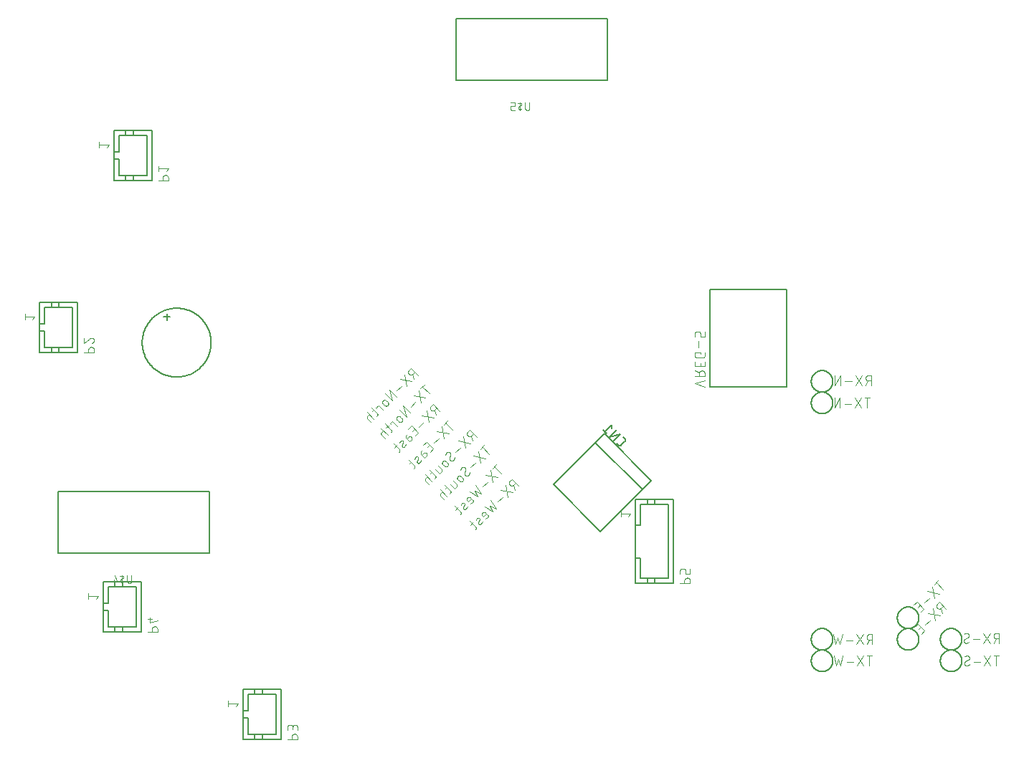
<source format=gbr>
G04 EAGLE Gerber X2 export*
%TF.Part,Single*%
%TF.FileFunction,Legend,Bot,1*%
%TF.FilePolarity,Positive*%
%TF.GenerationSoftware,Autodesk,EAGLE,8.6.0*%
%TF.CreationDate,2019-04-04T15:37:23Z*%
G75*
%MOMM*%
%FSLAX34Y34*%
%LPD*%
%AMOC8*
5,1,8,0,0,1.08239X$1,22.5*%
G01*
%ADD10C,0.101600*%
%ADD11C,0.152400*%
%ADD12C,0.203200*%
%ADD13C,0.076200*%
%ADD14C,0.127000*%


D10*
X-120556Y23582D02*
X-128818Y31844D01*
X-126523Y34139D02*
X-131113Y29549D01*
X-139115Y21547D02*
X-125345Y18793D01*
X-130853Y13285D02*
X-133607Y27055D01*
X-137179Y13385D02*
X-142687Y7877D01*
X-143316Y822D02*
X-151578Y9084D01*
X-147906Y-3768D01*
X-156168Y4494D01*
X-155260Y-3778D02*
X-153424Y-5614D01*
X-155260Y-3778D02*
X-155333Y-3709D01*
X-155408Y-3642D01*
X-155486Y-3578D01*
X-155566Y-3517D01*
X-155649Y-3459D01*
X-155733Y-3405D01*
X-155820Y-3353D01*
X-155908Y-3306D01*
X-155999Y-3261D01*
X-156091Y-3220D01*
X-156185Y-3183D01*
X-156279Y-3150D01*
X-156376Y-3120D01*
X-156473Y-3094D01*
X-156571Y-3072D01*
X-156670Y-3053D01*
X-156770Y-3039D01*
X-156870Y-3028D01*
X-156970Y-3021D01*
X-157071Y-3018D01*
X-157172Y-3019D01*
X-157272Y-3024D01*
X-157372Y-3033D01*
X-157472Y-3045D01*
X-157572Y-3062D01*
X-157670Y-3082D01*
X-157768Y-3106D01*
X-157865Y-3134D01*
X-157960Y-3166D01*
X-158054Y-3201D01*
X-158147Y-3240D01*
X-158239Y-3283D01*
X-158328Y-3329D01*
X-158416Y-3378D01*
X-158501Y-3431D01*
X-158585Y-3487D01*
X-158666Y-3547D01*
X-158745Y-3609D01*
X-158822Y-3675D01*
X-158896Y-3743D01*
X-158967Y-3814D01*
X-159035Y-3888D01*
X-159101Y-3965D01*
X-159163Y-4044D01*
X-159223Y-4125D01*
X-159279Y-4209D01*
X-159332Y-4294D01*
X-159381Y-4382D01*
X-159427Y-4471D01*
X-159470Y-4563D01*
X-159509Y-4656D01*
X-159544Y-4750D01*
X-159576Y-4845D01*
X-159604Y-4942D01*
X-159628Y-5040D01*
X-159648Y-5138D01*
X-159665Y-5238D01*
X-159677Y-5338D01*
X-159686Y-5438D01*
X-159691Y-5539D01*
X-159692Y-5639D01*
X-159689Y-5740D01*
X-159682Y-5840D01*
X-159671Y-5940D01*
X-159657Y-6040D01*
X-159638Y-6139D01*
X-159616Y-6237D01*
X-159590Y-6334D01*
X-159560Y-6431D01*
X-159527Y-6526D01*
X-159490Y-6619D01*
X-159449Y-6711D01*
X-159404Y-6802D01*
X-159357Y-6890D01*
X-159305Y-6977D01*
X-159251Y-7062D01*
X-159193Y-7144D01*
X-159132Y-7224D01*
X-159068Y-7302D01*
X-159001Y-7377D01*
X-158932Y-7450D01*
X-157096Y-9285D01*
X-157096Y-9286D02*
X-157023Y-9355D01*
X-156948Y-9422D01*
X-156870Y-9486D01*
X-156790Y-9547D01*
X-156707Y-9605D01*
X-156623Y-9659D01*
X-156536Y-9711D01*
X-156448Y-9758D01*
X-156357Y-9803D01*
X-156265Y-9844D01*
X-156171Y-9881D01*
X-156077Y-9914D01*
X-155980Y-9944D01*
X-155883Y-9970D01*
X-155785Y-9992D01*
X-155686Y-10011D01*
X-155586Y-10025D01*
X-155486Y-10036D01*
X-155386Y-10043D01*
X-155285Y-10046D01*
X-155185Y-10045D01*
X-155084Y-10040D01*
X-154984Y-10031D01*
X-154884Y-10019D01*
X-154784Y-10002D01*
X-154686Y-9982D01*
X-154588Y-9958D01*
X-154491Y-9930D01*
X-154396Y-9898D01*
X-154302Y-9863D01*
X-154209Y-9824D01*
X-154117Y-9781D01*
X-154028Y-9735D01*
X-153940Y-9686D01*
X-153855Y-9633D01*
X-153771Y-9577D01*
X-153690Y-9517D01*
X-153611Y-9455D01*
X-153534Y-9389D01*
X-153460Y-9321D01*
X-153389Y-9250D01*
X-153321Y-9176D01*
X-153255Y-9099D01*
X-153193Y-9020D01*
X-153133Y-8939D01*
X-153077Y-8855D01*
X-153024Y-8770D01*
X-152975Y-8682D01*
X-152929Y-8593D01*
X-152886Y-8501D01*
X-152847Y-8408D01*
X-152812Y-8314D01*
X-152780Y-8219D01*
X-152752Y-8122D01*
X-152728Y-8024D01*
X-152708Y-7926D01*
X-152691Y-7826D01*
X-152679Y-7726D01*
X-152670Y-7626D01*
X-152665Y-7526D01*
X-152664Y-7425D01*
X-152667Y-7324D01*
X-152674Y-7224D01*
X-152685Y-7124D01*
X-152699Y-7024D01*
X-152718Y-6925D01*
X-152740Y-6827D01*
X-152766Y-6730D01*
X-152796Y-6633D01*
X-152829Y-6539D01*
X-152866Y-6445D01*
X-152907Y-6353D01*
X-152952Y-6262D01*
X-152999Y-6174D01*
X-153050Y-6087D01*
X-153105Y-6003D01*
X-153163Y-5920D01*
X-153224Y-5840D01*
X-153288Y-5762D01*
X-153355Y-5687D01*
X-153424Y-5614D01*
X-158909Y-14770D02*
X-164417Y-9263D01*
X-167171Y-12017D01*
X-166253Y-12935D01*
X-169074Y-13920D02*
X-171828Y-16674D01*
X-172746Y-12084D02*
X-165861Y-18969D01*
X-165801Y-19032D01*
X-165743Y-19098D01*
X-165689Y-19167D01*
X-165638Y-19237D01*
X-165589Y-19310D01*
X-165545Y-19385D01*
X-165503Y-19462D01*
X-165465Y-19541D01*
X-165431Y-19621D01*
X-165400Y-19703D01*
X-165373Y-19786D01*
X-165350Y-19870D01*
X-165331Y-19955D01*
X-165315Y-20041D01*
X-165303Y-20128D01*
X-165295Y-20215D01*
X-165291Y-20302D01*
X-165291Y-20390D01*
X-165295Y-20477D01*
X-165303Y-20564D01*
X-165315Y-20651D01*
X-165331Y-20737D01*
X-165350Y-20822D01*
X-165373Y-20906D01*
X-165400Y-20989D01*
X-165431Y-21071D01*
X-165465Y-21151D01*
X-165503Y-21230D01*
X-165545Y-21307D01*
X-165589Y-21382D01*
X-165638Y-21455D01*
X-165689Y-21525D01*
X-165743Y-21594D01*
X-165801Y-21660D01*
X-165861Y-21723D01*
X-166320Y-22182D01*
X-169638Y-25500D02*
X-177900Y-17238D01*
X-175146Y-19992D02*
X-177441Y-22287D01*
X-177501Y-22350D01*
X-177559Y-22416D01*
X-177613Y-22485D01*
X-177664Y-22555D01*
X-177713Y-22628D01*
X-177757Y-22703D01*
X-177799Y-22780D01*
X-177837Y-22859D01*
X-177871Y-22939D01*
X-177902Y-23021D01*
X-177929Y-23104D01*
X-177952Y-23188D01*
X-177971Y-23273D01*
X-177987Y-23359D01*
X-177999Y-23446D01*
X-178007Y-23533D01*
X-178011Y-23620D01*
X-178011Y-23708D01*
X-178007Y-23795D01*
X-177999Y-23882D01*
X-177987Y-23969D01*
X-177971Y-24055D01*
X-177952Y-24140D01*
X-177929Y-24224D01*
X-177902Y-24307D01*
X-177871Y-24389D01*
X-177837Y-24469D01*
X-177799Y-24548D01*
X-177757Y-24625D01*
X-177713Y-24700D01*
X-177664Y-24773D01*
X-177613Y-24843D01*
X-177559Y-24912D01*
X-177501Y-24978D01*
X-177441Y-25041D01*
X-173310Y-29172D01*
X-134284Y45414D02*
X-142546Y53676D01*
X-144841Y51381D01*
X-144920Y51300D01*
X-144996Y51216D01*
X-145069Y51129D01*
X-145138Y51039D01*
X-145205Y50948D01*
X-145268Y50854D01*
X-145328Y50758D01*
X-145385Y50660D01*
X-145438Y50560D01*
X-145488Y50458D01*
X-145534Y50354D01*
X-145576Y50249D01*
X-145615Y50143D01*
X-145650Y50035D01*
X-145681Y49926D01*
X-145709Y49816D01*
X-145732Y49705D01*
X-145752Y49594D01*
X-145768Y49482D01*
X-145780Y49369D01*
X-145788Y49256D01*
X-145792Y49143D01*
X-145792Y49029D01*
X-145788Y48916D01*
X-145780Y48803D01*
X-145768Y48690D01*
X-145752Y48578D01*
X-145732Y48467D01*
X-145709Y48356D01*
X-145681Y48246D01*
X-145650Y48137D01*
X-145615Y48029D01*
X-145576Y47923D01*
X-145534Y47818D01*
X-145488Y47714D01*
X-145438Y47612D01*
X-145385Y47512D01*
X-145328Y47414D01*
X-145268Y47318D01*
X-145205Y47224D01*
X-145138Y47133D01*
X-145069Y47043D01*
X-144996Y46956D01*
X-144920Y46872D01*
X-144841Y46791D01*
X-144760Y46712D01*
X-144676Y46636D01*
X-144589Y46563D01*
X-144499Y46494D01*
X-144408Y46427D01*
X-144314Y46364D01*
X-144218Y46304D01*
X-144120Y46247D01*
X-144020Y46194D01*
X-143918Y46144D01*
X-143814Y46098D01*
X-143709Y46056D01*
X-143603Y46017D01*
X-143495Y45982D01*
X-143386Y45951D01*
X-143276Y45923D01*
X-143165Y45900D01*
X-143054Y45880D01*
X-142942Y45864D01*
X-142829Y45852D01*
X-142716Y45844D01*
X-142603Y45840D01*
X-142489Y45840D01*
X-142376Y45844D01*
X-142263Y45852D01*
X-142150Y45864D01*
X-142038Y45880D01*
X-141927Y45900D01*
X-141816Y45923D01*
X-141706Y45951D01*
X-141597Y45982D01*
X-141489Y46017D01*
X-141383Y46056D01*
X-141278Y46098D01*
X-141174Y46144D01*
X-141072Y46194D01*
X-140972Y46247D01*
X-140874Y46304D01*
X-140778Y46364D01*
X-140684Y46427D01*
X-140593Y46494D01*
X-140503Y46563D01*
X-140416Y46636D01*
X-140332Y46712D01*
X-140251Y46791D01*
X-137956Y49086D01*
X-140710Y46332D02*
X-138874Y40824D01*
X-141855Y37843D02*
X-155625Y40597D01*
X-150117Y46105D02*
X-147363Y32335D01*
X-153689Y32435D02*
X-159197Y26927D01*
X-159826Y19872D02*
X-168088Y28134D01*
X-164416Y15282D01*
X-172678Y23544D01*
X-171770Y15272D02*
X-169934Y13436D01*
X-171770Y15272D02*
X-171843Y15341D01*
X-171918Y15408D01*
X-171996Y15472D01*
X-172076Y15533D01*
X-172159Y15591D01*
X-172243Y15645D01*
X-172330Y15697D01*
X-172418Y15744D01*
X-172509Y15789D01*
X-172601Y15830D01*
X-172695Y15867D01*
X-172789Y15900D01*
X-172886Y15930D01*
X-172983Y15956D01*
X-173081Y15978D01*
X-173180Y15997D01*
X-173280Y16011D01*
X-173380Y16022D01*
X-173480Y16029D01*
X-173581Y16032D01*
X-173682Y16031D01*
X-173782Y16026D01*
X-173882Y16017D01*
X-173982Y16005D01*
X-174082Y15988D01*
X-174180Y15968D01*
X-174278Y15944D01*
X-174375Y15916D01*
X-174470Y15884D01*
X-174564Y15849D01*
X-174657Y15810D01*
X-174749Y15767D01*
X-174838Y15721D01*
X-174926Y15672D01*
X-175011Y15619D01*
X-175095Y15563D01*
X-175176Y15503D01*
X-175255Y15441D01*
X-175332Y15375D01*
X-175406Y15307D01*
X-175477Y15236D01*
X-175545Y15162D01*
X-175611Y15085D01*
X-175673Y15006D01*
X-175733Y14925D01*
X-175789Y14841D01*
X-175842Y14756D01*
X-175891Y14668D01*
X-175937Y14579D01*
X-175980Y14487D01*
X-176019Y14394D01*
X-176054Y14300D01*
X-176086Y14205D01*
X-176114Y14108D01*
X-176138Y14010D01*
X-176158Y13912D01*
X-176175Y13812D01*
X-176187Y13712D01*
X-176196Y13612D01*
X-176201Y13511D01*
X-176202Y13411D01*
X-176199Y13310D01*
X-176192Y13210D01*
X-176181Y13110D01*
X-176167Y13010D01*
X-176148Y12911D01*
X-176126Y12813D01*
X-176100Y12716D01*
X-176070Y12619D01*
X-176037Y12524D01*
X-176000Y12431D01*
X-175959Y12339D01*
X-175914Y12248D01*
X-175867Y12160D01*
X-175815Y12073D01*
X-175761Y11988D01*
X-175703Y11906D01*
X-175642Y11826D01*
X-175578Y11748D01*
X-175511Y11673D01*
X-175442Y11600D01*
X-173606Y9764D01*
X-173533Y9695D01*
X-173458Y9628D01*
X-173380Y9564D01*
X-173300Y9503D01*
X-173217Y9445D01*
X-173133Y9391D01*
X-173046Y9339D01*
X-172958Y9292D01*
X-172867Y9247D01*
X-172775Y9206D01*
X-172681Y9169D01*
X-172587Y9136D01*
X-172490Y9106D01*
X-172393Y9080D01*
X-172295Y9058D01*
X-172196Y9039D01*
X-172096Y9025D01*
X-171996Y9014D01*
X-171896Y9007D01*
X-171795Y9004D01*
X-171695Y9005D01*
X-171594Y9010D01*
X-171494Y9019D01*
X-171394Y9031D01*
X-171294Y9048D01*
X-171196Y9068D01*
X-171098Y9092D01*
X-171001Y9120D01*
X-170906Y9152D01*
X-170812Y9187D01*
X-170719Y9226D01*
X-170627Y9269D01*
X-170538Y9315D01*
X-170450Y9364D01*
X-170365Y9417D01*
X-170281Y9473D01*
X-170200Y9533D01*
X-170121Y9595D01*
X-170044Y9661D01*
X-169970Y9729D01*
X-169899Y9800D01*
X-169831Y9874D01*
X-169765Y9951D01*
X-169703Y10030D01*
X-169643Y10111D01*
X-169587Y10195D01*
X-169534Y10280D01*
X-169485Y10368D01*
X-169439Y10457D01*
X-169396Y10549D01*
X-169357Y10642D01*
X-169322Y10736D01*
X-169290Y10831D01*
X-169262Y10928D01*
X-169238Y11026D01*
X-169218Y11124D01*
X-169201Y11224D01*
X-169189Y11324D01*
X-169180Y11424D01*
X-169175Y11524D01*
X-169174Y11625D01*
X-169177Y11726D01*
X-169184Y11826D01*
X-169195Y11926D01*
X-169209Y12026D01*
X-169228Y12125D01*
X-169250Y12223D01*
X-169276Y12320D01*
X-169306Y12417D01*
X-169339Y12511D01*
X-169376Y12605D01*
X-169417Y12697D01*
X-169462Y12788D01*
X-169509Y12876D01*
X-169560Y12963D01*
X-169615Y13047D01*
X-169673Y13130D01*
X-169734Y13210D01*
X-169798Y13288D01*
X-169865Y13363D01*
X-169934Y13436D01*
X-175419Y4279D02*
X-180927Y9787D01*
X-183681Y7033D01*
X-182763Y6115D01*
X-185584Y5130D02*
X-188338Y2376D01*
X-189256Y6966D02*
X-182371Y81D01*
X-182311Y18D01*
X-182253Y-48D01*
X-182199Y-117D01*
X-182148Y-187D01*
X-182099Y-260D01*
X-182055Y-335D01*
X-182013Y-412D01*
X-181975Y-491D01*
X-181941Y-571D01*
X-181910Y-653D01*
X-181883Y-736D01*
X-181860Y-820D01*
X-181841Y-905D01*
X-181825Y-991D01*
X-181813Y-1078D01*
X-181805Y-1165D01*
X-181801Y-1252D01*
X-181801Y-1340D01*
X-181805Y-1427D01*
X-181813Y-1514D01*
X-181825Y-1601D01*
X-181841Y-1687D01*
X-181860Y-1772D01*
X-181883Y-1856D01*
X-181910Y-1939D01*
X-181941Y-2021D01*
X-181975Y-2101D01*
X-182013Y-2180D01*
X-182055Y-2257D01*
X-182099Y-2332D01*
X-182148Y-2405D01*
X-182199Y-2475D01*
X-182253Y-2544D01*
X-182311Y-2610D01*
X-182371Y-2673D01*
X-182830Y-3132D01*
X-186148Y-6450D02*
X-194410Y1812D01*
X-191656Y-942D02*
X-193951Y-3237D01*
X-194011Y-3300D01*
X-194069Y-3366D01*
X-194123Y-3435D01*
X-194174Y-3505D01*
X-194223Y-3578D01*
X-194267Y-3653D01*
X-194309Y-3730D01*
X-194347Y-3809D01*
X-194381Y-3889D01*
X-194412Y-3971D01*
X-194439Y-4054D01*
X-194462Y-4138D01*
X-194481Y-4223D01*
X-194497Y-4309D01*
X-194509Y-4396D01*
X-194517Y-4483D01*
X-194521Y-4570D01*
X-194521Y-4658D01*
X-194517Y-4745D01*
X-194509Y-4832D01*
X-194497Y-4919D01*
X-194481Y-5005D01*
X-194462Y-5090D01*
X-194439Y-5174D01*
X-194412Y-5257D01*
X-194381Y-5339D01*
X-194347Y-5419D01*
X-194309Y-5498D01*
X-194267Y-5575D01*
X-194223Y-5650D01*
X-194174Y-5723D01*
X-194123Y-5793D01*
X-194069Y-5862D01*
X-194011Y-5928D01*
X-193951Y-5991D01*
X-189820Y-10122D01*
X-116516Y11126D02*
X-108254Y2864D01*
X-116516Y11126D02*
X-118811Y8831D01*
X-118890Y8750D01*
X-118966Y8666D01*
X-119039Y8579D01*
X-119108Y8489D01*
X-119175Y8398D01*
X-119238Y8304D01*
X-119298Y8208D01*
X-119355Y8110D01*
X-119408Y8010D01*
X-119458Y7908D01*
X-119504Y7804D01*
X-119546Y7699D01*
X-119585Y7593D01*
X-119620Y7485D01*
X-119651Y7376D01*
X-119679Y7266D01*
X-119702Y7155D01*
X-119722Y7044D01*
X-119738Y6932D01*
X-119750Y6819D01*
X-119758Y6706D01*
X-119762Y6593D01*
X-119762Y6479D01*
X-119758Y6366D01*
X-119750Y6253D01*
X-119738Y6140D01*
X-119722Y6028D01*
X-119702Y5917D01*
X-119679Y5806D01*
X-119651Y5696D01*
X-119620Y5587D01*
X-119585Y5479D01*
X-119546Y5373D01*
X-119504Y5268D01*
X-119458Y5164D01*
X-119408Y5062D01*
X-119355Y4962D01*
X-119298Y4864D01*
X-119238Y4768D01*
X-119175Y4674D01*
X-119108Y4583D01*
X-119039Y4493D01*
X-118966Y4406D01*
X-118890Y4322D01*
X-118811Y4241D01*
X-118730Y4162D01*
X-118646Y4086D01*
X-118559Y4013D01*
X-118469Y3944D01*
X-118378Y3877D01*
X-118284Y3814D01*
X-118188Y3754D01*
X-118090Y3697D01*
X-117990Y3644D01*
X-117888Y3594D01*
X-117784Y3548D01*
X-117679Y3506D01*
X-117573Y3467D01*
X-117465Y3432D01*
X-117356Y3401D01*
X-117246Y3373D01*
X-117135Y3350D01*
X-117024Y3330D01*
X-116912Y3314D01*
X-116799Y3302D01*
X-116686Y3294D01*
X-116573Y3290D01*
X-116459Y3290D01*
X-116346Y3294D01*
X-116233Y3302D01*
X-116120Y3314D01*
X-116008Y3330D01*
X-115897Y3350D01*
X-115786Y3373D01*
X-115676Y3401D01*
X-115567Y3432D01*
X-115459Y3467D01*
X-115353Y3506D01*
X-115248Y3548D01*
X-115144Y3594D01*
X-115042Y3644D01*
X-114942Y3697D01*
X-114844Y3754D01*
X-114748Y3814D01*
X-114654Y3877D01*
X-114563Y3944D01*
X-114473Y4013D01*
X-114386Y4086D01*
X-114302Y4162D01*
X-114221Y4241D01*
X-111926Y6536D01*
X-114680Y3782D02*
X-112844Y-1726D01*
X-115826Y-4707D02*
X-129595Y-1953D01*
X-124087Y3555D02*
X-121333Y-10215D01*
X-127660Y-10115D02*
X-133167Y-15623D01*
X-133812Y-22694D02*
X-137484Y-26366D01*
X-133812Y-22694D02*
X-142074Y-14432D01*
X-145746Y-18104D01*
X-141156Y-20858D02*
X-138402Y-18104D01*
X-145229Y-27685D02*
X-147295Y-29750D01*
X-145230Y-27684D02*
X-145161Y-27619D01*
X-145089Y-27556D01*
X-145016Y-27496D01*
X-144939Y-27439D01*
X-144860Y-27386D01*
X-144780Y-27335D01*
X-144697Y-27289D01*
X-144612Y-27245D01*
X-144525Y-27206D01*
X-144437Y-27170D01*
X-144348Y-27138D01*
X-144257Y-27109D01*
X-144165Y-27085D01*
X-144072Y-27064D01*
X-143978Y-27047D01*
X-143884Y-27034D01*
X-143789Y-27025D01*
X-143694Y-27020D01*
X-143599Y-27019D01*
X-143504Y-27022D01*
X-143409Y-27029D01*
X-143315Y-27040D01*
X-143221Y-27055D01*
X-143127Y-27074D01*
X-143035Y-27096D01*
X-142944Y-27123D01*
X-142853Y-27153D01*
X-142765Y-27187D01*
X-142677Y-27225D01*
X-142592Y-27267D01*
X-142508Y-27312D01*
X-142426Y-27360D01*
X-142346Y-27412D01*
X-142268Y-27467D01*
X-142193Y-27525D01*
X-142120Y-27587D01*
X-142050Y-27651D01*
X-141983Y-27718D01*
X-141919Y-27788D01*
X-141857Y-27861D01*
X-141799Y-27936D01*
X-141744Y-28014D01*
X-141692Y-28094D01*
X-141644Y-28176D01*
X-141599Y-28260D01*
X-141557Y-28345D01*
X-141519Y-28433D01*
X-141485Y-28521D01*
X-141455Y-28612D01*
X-141428Y-28703D01*
X-141406Y-28795D01*
X-141387Y-28889D01*
X-141372Y-28983D01*
X-141361Y-29077D01*
X-141354Y-29172D01*
X-141351Y-29267D01*
X-141352Y-29362D01*
X-141357Y-29457D01*
X-141366Y-29552D01*
X-141379Y-29646D01*
X-141396Y-29740D01*
X-141417Y-29833D01*
X-141441Y-29925D01*
X-141470Y-30016D01*
X-141502Y-30105D01*
X-141538Y-30193D01*
X-141577Y-30280D01*
X-141621Y-30365D01*
X-141667Y-30448D01*
X-141718Y-30528D01*
X-141771Y-30607D01*
X-141828Y-30684D01*
X-141888Y-30757D01*
X-141951Y-30829D01*
X-142016Y-30898D01*
X-144082Y-32963D01*
X-148213Y-28832D01*
X-148273Y-28769D01*
X-148331Y-28703D01*
X-148385Y-28634D01*
X-148436Y-28564D01*
X-148485Y-28491D01*
X-148529Y-28416D01*
X-148571Y-28339D01*
X-148609Y-28260D01*
X-148643Y-28180D01*
X-148674Y-28098D01*
X-148701Y-28015D01*
X-148724Y-27931D01*
X-148743Y-27846D01*
X-148759Y-27760D01*
X-148771Y-27673D01*
X-148779Y-27586D01*
X-148783Y-27499D01*
X-148783Y-27411D01*
X-148779Y-27324D01*
X-148771Y-27237D01*
X-148759Y-27150D01*
X-148743Y-27064D01*
X-148724Y-26979D01*
X-148701Y-26895D01*
X-148674Y-26812D01*
X-148643Y-26730D01*
X-148609Y-26650D01*
X-148571Y-26571D01*
X-148529Y-26494D01*
X-148485Y-26419D01*
X-148436Y-26346D01*
X-148385Y-26276D01*
X-148331Y-26207D01*
X-148273Y-26141D01*
X-148213Y-26078D01*
X-146377Y-24242D01*
X-151627Y-34083D02*
X-153004Y-37295D01*
X-151627Y-34083D02*
X-151597Y-34007D01*
X-151570Y-33929D01*
X-151547Y-33851D01*
X-151528Y-33771D01*
X-151513Y-33691D01*
X-151502Y-33609D01*
X-151494Y-33528D01*
X-151491Y-33446D01*
X-151492Y-33364D01*
X-151497Y-33282D01*
X-151505Y-33201D01*
X-151518Y-33120D01*
X-151535Y-33039D01*
X-151555Y-32960D01*
X-151579Y-32882D01*
X-151607Y-32805D01*
X-151639Y-32729D01*
X-151675Y-32655D01*
X-151714Y-32583D01*
X-151756Y-32513D01*
X-151802Y-32445D01*
X-151851Y-32380D01*
X-151903Y-32317D01*
X-151958Y-32256D01*
X-152016Y-32198D01*
X-152077Y-32143D01*
X-152141Y-32092D01*
X-152207Y-32043D01*
X-152275Y-31997D01*
X-152345Y-31955D01*
X-152417Y-31917D01*
X-152491Y-31882D01*
X-152567Y-31850D01*
X-152644Y-31823D01*
X-152723Y-31799D01*
X-152802Y-31779D01*
X-152882Y-31762D01*
X-152963Y-31750D01*
X-153045Y-31742D01*
X-153127Y-31738D01*
X-153209Y-31737D01*
X-153291Y-31741D01*
X-153372Y-31749D01*
X-153453Y-31760D01*
X-153534Y-31776D01*
X-153613Y-31795D01*
X-153692Y-31819D01*
X-153769Y-31846D01*
X-153845Y-31877D01*
X-153919Y-31911D01*
X-153992Y-31949D01*
X-154063Y-31991D01*
X-154131Y-32036D01*
X-154197Y-32084D01*
X-154261Y-32135D01*
X-154322Y-32190D01*
X-154381Y-32247D01*
X-154503Y-32375D01*
X-154622Y-32507D01*
X-154737Y-32641D01*
X-154850Y-32778D01*
X-154959Y-32918D01*
X-155065Y-33060D01*
X-155167Y-33205D01*
X-155266Y-33352D01*
X-155361Y-33502D01*
X-155452Y-33653D01*
X-155540Y-33807D01*
X-155624Y-33963D01*
X-155705Y-34121D01*
X-155781Y-34281D01*
X-155854Y-34443D01*
X-155923Y-34606D01*
X-155987Y-34771D01*
X-153004Y-37295D02*
X-153034Y-37371D01*
X-153061Y-37449D01*
X-153084Y-37527D01*
X-153103Y-37607D01*
X-153118Y-37687D01*
X-153129Y-37769D01*
X-153137Y-37850D01*
X-153140Y-37932D01*
X-153139Y-38014D01*
X-153134Y-38096D01*
X-153126Y-38177D01*
X-153113Y-38258D01*
X-153096Y-38339D01*
X-153076Y-38418D01*
X-153052Y-38496D01*
X-153024Y-38573D01*
X-152992Y-38649D01*
X-152956Y-38723D01*
X-152917Y-38795D01*
X-152875Y-38865D01*
X-152829Y-38933D01*
X-152780Y-38998D01*
X-152728Y-39061D01*
X-152673Y-39122D01*
X-152615Y-39180D01*
X-152554Y-39235D01*
X-152490Y-39286D01*
X-152424Y-39335D01*
X-152356Y-39381D01*
X-152286Y-39423D01*
X-152214Y-39461D01*
X-152140Y-39496D01*
X-152064Y-39528D01*
X-151987Y-39555D01*
X-151908Y-39579D01*
X-151829Y-39599D01*
X-151749Y-39616D01*
X-151668Y-39628D01*
X-151586Y-39636D01*
X-151504Y-39640D01*
X-151422Y-39641D01*
X-151340Y-39637D01*
X-151259Y-39629D01*
X-151178Y-39618D01*
X-151097Y-39602D01*
X-151018Y-39583D01*
X-150939Y-39559D01*
X-150862Y-39532D01*
X-150786Y-39501D01*
X-150712Y-39467D01*
X-150639Y-39429D01*
X-150568Y-39387D01*
X-150500Y-39342D01*
X-150434Y-39294D01*
X-150370Y-39243D01*
X-150309Y-39188D01*
X-150250Y-39131D01*
X-150071Y-38942D01*
X-149896Y-38749D01*
X-149726Y-38552D01*
X-149560Y-38351D01*
X-149400Y-38146D01*
X-149244Y-37937D01*
X-149093Y-37725D01*
X-148948Y-37509D01*
X-148807Y-37290D01*
X-148672Y-37067D01*
X-148542Y-36842D01*
X-148417Y-36613D01*
X-148298Y-36382D01*
X-148184Y-36148D01*
X-159554Y-37420D02*
X-162308Y-40174D01*
X-163226Y-35584D02*
X-156341Y-42469D01*
X-156281Y-42532D01*
X-156223Y-42598D01*
X-156169Y-42667D01*
X-156118Y-42737D01*
X-156069Y-42810D01*
X-156025Y-42885D01*
X-155983Y-42962D01*
X-155945Y-43041D01*
X-155911Y-43121D01*
X-155880Y-43203D01*
X-155853Y-43286D01*
X-155830Y-43370D01*
X-155811Y-43455D01*
X-155795Y-43541D01*
X-155783Y-43628D01*
X-155775Y-43715D01*
X-155771Y-43802D01*
X-155771Y-43890D01*
X-155775Y-43977D01*
X-155783Y-44064D01*
X-155795Y-44151D01*
X-155811Y-44237D01*
X-155830Y-44322D01*
X-155853Y-44406D01*
X-155880Y-44489D01*
X-155911Y-44571D01*
X-155945Y-44651D01*
X-155983Y-44730D01*
X-156025Y-44807D01*
X-156069Y-44882D01*
X-156118Y-44955D01*
X-156169Y-45025D01*
X-156223Y-45094D01*
X-156281Y-45160D01*
X-156341Y-45223D01*
X-156341Y-45222D02*
X-156800Y-45682D01*
X-101518Y-10706D02*
X-93256Y-18968D01*
X-99223Y-8411D02*
X-103813Y-13001D01*
X-111815Y-21003D02*
X-98046Y-23757D01*
X-103553Y-29265D02*
X-106307Y-15495D01*
X-109880Y-29165D02*
X-115387Y-34673D01*
X-116032Y-41744D02*
X-119704Y-45415D01*
X-116032Y-41744D02*
X-124294Y-33482D01*
X-127966Y-37154D01*
X-123376Y-39908D02*
X-120622Y-37154D01*
X-127449Y-46735D02*
X-129515Y-48800D01*
X-127450Y-46734D02*
X-127381Y-46669D01*
X-127309Y-46606D01*
X-127236Y-46546D01*
X-127159Y-46489D01*
X-127080Y-46436D01*
X-127000Y-46385D01*
X-126917Y-46339D01*
X-126832Y-46295D01*
X-126745Y-46256D01*
X-126657Y-46220D01*
X-126568Y-46188D01*
X-126477Y-46159D01*
X-126385Y-46135D01*
X-126292Y-46114D01*
X-126198Y-46097D01*
X-126104Y-46084D01*
X-126009Y-46075D01*
X-125914Y-46070D01*
X-125819Y-46069D01*
X-125724Y-46072D01*
X-125629Y-46079D01*
X-125535Y-46090D01*
X-125441Y-46105D01*
X-125347Y-46124D01*
X-125255Y-46146D01*
X-125164Y-46173D01*
X-125073Y-46203D01*
X-124985Y-46237D01*
X-124897Y-46275D01*
X-124812Y-46317D01*
X-124728Y-46362D01*
X-124646Y-46410D01*
X-124566Y-46462D01*
X-124488Y-46517D01*
X-124413Y-46575D01*
X-124340Y-46637D01*
X-124270Y-46701D01*
X-124203Y-46768D01*
X-124139Y-46838D01*
X-124077Y-46911D01*
X-124019Y-46986D01*
X-123964Y-47064D01*
X-123912Y-47144D01*
X-123864Y-47226D01*
X-123819Y-47310D01*
X-123777Y-47395D01*
X-123739Y-47483D01*
X-123705Y-47571D01*
X-123675Y-47662D01*
X-123648Y-47753D01*
X-123626Y-47845D01*
X-123607Y-47939D01*
X-123592Y-48033D01*
X-123581Y-48127D01*
X-123574Y-48222D01*
X-123571Y-48317D01*
X-123572Y-48412D01*
X-123577Y-48507D01*
X-123586Y-48602D01*
X-123599Y-48696D01*
X-123616Y-48790D01*
X-123637Y-48883D01*
X-123661Y-48975D01*
X-123690Y-49066D01*
X-123722Y-49155D01*
X-123758Y-49243D01*
X-123797Y-49330D01*
X-123841Y-49415D01*
X-123887Y-49498D01*
X-123938Y-49578D01*
X-123991Y-49657D01*
X-124048Y-49734D01*
X-124108Y-49807D01*
X-124171Y-49879D01*
X-124236Y-49948D01*
X-126302Y-52013D01*
X-130433Y-47882D01*
X-130493Y-47819D01*
X-130551Y-47753D01*
X-130605Y-47684D01*
X-130656Y-47614D01*
X-130705Y-47541D01*
X-130749Y-47466D01*
X-130791Y-47389D01*
X-130829Y-47310D01*
X-130863Y-47230D01*
X-130894Y-47148D01*
X-130921Y-47065D01*
X-130944Y-46981D01*
X-130963Y-46896D01*
X-130979Y-46810D01*
X-130991Y-46723D01*
X-130999Y-46636D01*
X-131003Y-46549D01*
X-131003Y-46461D01*
X-130999Y-46374D01*
X-130991Y-46287D01*
X-130979Y-46200D01*
X-130963Y-46114D01*
X-130944Y-46029D01*
X-130921Y-45945D01*
X-130894Y-45862D01*
X-130863Y-45780D01*
X-130829Y-45700D01*
X-130791Y-45621D01*
X-130749Y-45544D01*
X-130705Y-45469D01*
X-130656Y-45396D01*
X-130605Y-45326D01*
X-130551Y-45257D01*
X-130493Y-45191D01*
X-130433Y-45128D01*
X-128597Y-43292D01*
X-133847Y-53132D02*
X-135224Y-56345D01*
X-133847Y-53132D02*
X-133817Y-53056D01*
X-133790Y-52978D01*
X-133767Y-52900D01*
X-133748Y-52820D01*
X-133733Y-52740D01*
X-133722Y-52658D01*
X-133714Y-52577D01*
X-133711Y-52495D01*
X-133712Y-52413D01*
X-133717Y-52331D01*
X-133725Y-52250D01*
X-133738Y-52169D01*
X-133755Y-52088D01*
X-133775Y-52009D01*
X-133799Y-51931D01*
X-133827Y-51854D01*
X-133859Y-51778D01*
X-133895Y-51704D01*
X-133934Y-51632D01*
X-133976Y-51562D01*
X-134022Y-51494D01*
X-134071Y-51429D01*
X-134123Y-51366D01*
X-134178Y-51305D01*
X-134236Y-51247D01*
X-134297Y-51192D01*
X-134361Y-51141D01*
X-134427Y-51092D01*
X-134495Y-51046D01*
X-134565Y-51004D01*
X-134637Y-50966D01*
X-134711Y-50931D01*
X-134787Y-50899D01*
X-134864Y-50872D01*
X-134943Y-50848D01*
X-135022Y-50828D01*
X-135102Y-50811D01*
X-135183Y-50799D01*
X-135265Y-50791D01*
X-135347Y-50787D01*
X-135429Y-50786D01*
X-135511Y-50790D01*
X-135592Y-50798D01*
X-135673Y-50809D01*
X-135754Y-50825D01*
X-135833Y-50844D01*
X-135912Y-50868D01*
X-135989Y-50895D01*
X-136065Y-50926D01*
X-136139Y-50960D01*
X-136212Y-50998D01*
X-136283Y-51040D01*
X-136351Y-51085D01*
X-136417Y-51133D01*
X-136481Y-51184D01*
X-136542Y-51239D01*
X-136601Y-51296D01*
X-136601Y-51297D02*
X-136723Y-51425D01*
X-136842Y-51557D01*
X-136957Y-51691D01*
X-137070Y-51828D01*
X-137179Y-51968D01*
X-137285Y-52110D01*
X-137387Y-52255D01*
X-137486Y-52402D01*
X-137581Y-52552D01*
X-137672Y-52703D01*
X-137760Y-52857D01*
X-137844Y-53013D01*
X-137925Y-53171D01*
X-138001Y-53331D01*
X-138074Y-53493D01*
X-138143Y-53656D01*
X-138207Y-53821D01*
X-135224Y-56345D02*
X-135254Y-56421D01*
X-135281Y-56499D01*
X-135304Y-56577D01*
X-135323Y-56657D01*
X-135338Y-56737D01*
X-135349Y-56819D01*
X-135357Y-56900D01*
X-135360Y-56982D01*
X-135359Y-57064D01*
X-135354Y-57146D01*
X-135346Y-57227D01*
X-135333Y-57308D01*
X-135316Y-57389D01*
X-135296Y-57468D01*
X-135272Y-57546D01*
X-135244Y-57623D01*
X-135212Y-57699D01*
X-135176Y-57773D01*
X-135137Y-57845D01*
X-135095Y-57915D01*
X-135049Y-57983D01*
X-135000Y-58048D01*
X-134948Y-58111D01*
X-134893Y-58172D01*
X-134835Y-58230D01*
X-134774Y-58285D01*
X-134710Y-58336D01*
X-134644Y-58385D01*
X-134576Y-58431D01*
X-134506Y-58473D01*
X-134434Y-58511D01*
X-134360Y-58546D01*
X-134284Y-58578D01*
X-134207Y-58605D01*
X-134128Y-58629D01*
X-134049Y-58649D01*
X-133969Y-58666D01*
X-133888Y-58678D01*
X-133806Y-58686D01*
X-133724Y-58690D01*
X-133642Y-58691D01*
X-133560Y-58687D01*
X-133479Y-58679D01*
X-133398Y-58668D01*
X-133317Y-58652D01*
X-133238Y-58633D01*
X-133159Y-58609D01*
X-133082Y-58582D01*
X-133006Y-58551D01*
X-132932Y-58517D01*
X-132859Y-58479D01*
X-132788Y-58437D01*
X-132720Y-58392D01*
X-132654Y-58344D01*
X-132590Y-58293D01*
X-132529Y-58238D01*
X-132470Y-58181D01*
X-132291Y-57992D01*
X-132116Y-57799D01*
X-131946Y-57602D01*
X-131780Y-57401D01*
X-131620Y-57196D01*
X-131464Y-56987D01*
X-131313Y-56775D01*
X-131168Y-56559D01*
X-131027Y-56340D01*
X-130892Y-56117D01*
X-130762Y-55892D01*
X-130637Y-55663D01*
X-130518Y-55432D01*
X-130404Y-55198D01*
X-141774Y-56470D02*
X-144528Y-59224D01*
X-145446Y-54634D02*
X-138561Y-61518D01*
X-138501Y-61581D01*
X-138443Y-61647D01*
X-138389Y-61716D01*
X-138338Y-61786D01*
X-138289Y-61859D01*
X-138245Y-61934D01*
X-138203Y-62011D01*
X-138165Y-62090D01*
X-138131Y-62170D01*
X-138100Y-62252D01*
X-138073Y-62335D01*
X-138050Y-62419D01*
X-138031Y-62504D01*
X-138015Y-62590D01*
X-138003Y-62677D01*
X-137995Y-62764D01*
X-137991Y-62851D01*
X-137991Y-62939D01*
X-137995Y-63026D01*
X-138003Y-63113D01*
X-138015Y-63200D01*
X-138031Y-63286D01*
X-138050Y-63371D01*
X-138073Y-63455D01*
X-138100Y-63538D01*
X-138131Y-63620D01*
X-138165Y-63700D01*
X-138203Y-63779D01*
X-138245Y-63856D01*
X-138289Y-63931D01*
X-138338Y-64004D01*
X-138389Y-64074D01*
X-138443Y-64143D01*
X-138501Y-64209D01*
X-138561Y-64272D01*
X-139020Y-64731D01*
X-73158Y-19176D02*
X-64896Y-27438D01*
X-73158Y-19176D02*
X-75453Y-21471D01*
X-75532Y-21552D01*
X-75608Y-21636D01*
X-75681Y-21723D01*
X-75750Y-21812D01*
X-75817Y-21904D01*
X-75880Y-21998D01*
X-75940Y-22094D01*
X-75997Y-22192D01*
X-76050Y-22292D01*
X-76100Y-22394D01*
X-76146Y-22498D01*
X-76188Y-22603D01*
X-76227Y-22709D01*
X-76262Y-22817D01*
X-76293Y-22926D01*
X-76321Y-23036D01*
X-76344Y-23147D01*
X-76364Y-23258D01*
X-76380Y-23370D01*
X-76392Y-23483D01*
X-76400Y-23596D01*
X-76404Y-23709D01*
X-76404Y-23823D01*
X-76400Y-23936D01*
X-76392Y-24049D01*
X-76380Y-24162D01*
X-76364Y-24274D01*
X-76344Y-24385D01*
X-76321Y-24496D01*
X-76293Y-24606D01*
X-76262Y-24715D01*
X-76227Y-24823D01*
X-76188Y-24929D01*
X-76146Y-25034D01*
X-76100Y-25138D01*
X-76050Y-25240D01*
X-75997Y-25340D01*
X-75940Y-25438D01*
X-75880Y-25534D01*
X-75817Y-25628D01*
X-75750Y-25719D01*
X-75681Y-25809D01*
X-75608Y-25896D01*
X-75532Y-25980D01*
X-75453Y-26061D01*
X-75372Y-26140D01*
X-75288Y-26216D01*
X-75201Y-26289D01*
X-75111Y-26358D01*
X-75020Y-26425D01*
X-74926Y-26488D01*
X-74830Y-26548D01*
X-74732Y-26605D01*
X-74632Y-26658D01*
X-74530Y-26708D01*
X-74426Y-26754D01*
X-74321Y-26796D01*
X-74215Y-26835D01*
X-74107Y-26870D01*
X-73998Y-26901D01*
X-73888Y-26929D01*
X-73777Y-26952D01*
X-73666Y-26972D01*
X-73554Y-26988D01*
X-73441Y-27000D01*
X-73328Y-27008D01*
X-73215Y-27012D01*
X-73101Y-27012D01*
X-72988Y-27008D01*
X-72875Y-27000D01*
X-72762Y-26988D01*
X-72650Y-26972D01*
X-72539Y-26952D01*
X-72428Y-26929D01*
X-72318Y-26901D01*
X-72209Y-26870D01*
X-72101Y-26835D01*
X-71995Y-26796D01*
X-71890Y-26754D01*
X-71786Y-26708D01*
X-71684Y-26658D01*
X-71584Y-26605D01*
X-71486Y-26548D01*
X-71390Y-26488D01*
X-71296Y-26425D01*
X-71204Y-26358D01*
X-71115Y-26289D01*
X-71028Y-26216D01*
X-70944Y-26140D01*
X-70863Y-26061D01*
X-68568Y-23766D01*
X-71322Y-26520D02*
X-69486Y-32028D01*
X-72467Y-35009D02*
X-86237Y-32255D01*
X-80729Y-26747D02*
X-77975Y-40517D01*
X-84301Y-40417D02*
X-89809Y-45925D01*
X-92653Y-55195D02*
X-92725Y-55264D01*
X-92799Y-55330D01*
X-92876Y-55393D01*
X-92955Y-55453D01*
X-93036Y-55511D01*
X-93120Y-55565D01*
X-93205Y-55615D01*
X-93293Y-55663D01*
X-93382Y-55707D01*
X-93473Y-55748D01*
X-93565Y-55785D01*
X-93658Y-55819D01*
X-93753Y-55849D01*
X-93849Y-55875D01*
X-93946Y-55898D01*
X-94044Y-55917D01*
X-94142Y-55932D01*
X-94241Y-55943D01*
X-94340Y-55951D01*
X-94439Y-55955D01*
X-94539Y-55955D01*
X-94638Y-55951D01*
X-94737Y-55943D01*
X-94836Y-55932D01*
X-94934Y-55917D01*
X-95032Y-55898D01*
X-95129Y-55875D01*
X-95225Y-55849D01*
X-95320Y-55819D01*
X-95413Y-55785D01*
X-95505Y-55748D01*
X-95596Y-55707D01*
X-95685Y-55663D01*
X-95773Y-55615D01*
X-95858Y-55565D01*
X-95942Y-55511D01*
X-96023Y-55453D01*
X-96102Y-55393D01*
X-96179Y-55330D01*
X-96253Y-55264D01*
X-96325Y-55195D01*
X-92653Y-55194D02*
X-92553Y-55091D01*
X-92455Y-54985D01*
X-92360Y-54876D01*
X-92267Y-54765D01*
X-92178Y-54652D01*
X-92092Y-54536D01*
X-92009Y-54418D01*
X-91929Y-54298D01*
X-91852Y-54176D01*
X-91778Y-54052D01*
X-91708Y-53926D01*
X-91641Y-53798D01*
X-91577Y-53668D01*
X-91517Y-53537D01*
X-91460Y-53404D01*
X-91407Y-53270D01*
X-91357Y-53135D01*
X-91311Y-52998D01*
X-91269Y-52860D01*
X-91230Y-52721D01*
X-91195Y-52581D01*
X-91163Y-52440D01*
X-91136Y-52298D01*
X-91112Y-52156D01*
X-91091Y-52013D01*
X-91075Y-51870D01*
X-91062Y-51726D01*
X-91053Y-51582D01*
X-91048Y-51438D01*
X-91047Y-51293D01*
X-96554Y-46244D02*
X-96626Y-46175D01*
X-96700Y-46109D01*
X-96777Y-46046D01*
X-96856Y-45986D01*
X-96937Y-45928D01*
X-97021Y-45874D01*
X-97106Y-45824D01*
X-97194Y-45776D01*
X-97283Y-45732D01*
X-97374Y-45691D01*
X-97466Y-45654D01*
X-97559Y-45620D01*
X-97654Y-45590D01*
X-97750Y-45564D01*
X-97847Y-45541D01*
X-97945Y-45522D01*
X-98043Y-45507D01*
X-98142Y-45496D01*
X-98241Y-45488D01*
X-98340Y-45484D01*
X-98440Y-45484D01*
X-98539Y-45488D01*
X-98638Y-45496D01*
X-98737Y-45507D01*
X-98835Y-45522D01*
X-98933Y-45541D01*
X-99030Y-45564D01*
X-99126Y-45590D01*
X-99221Y-45620D01*
X-99314Y-45654D01*
X-99406Y-45691D01*
X-99497Y-45732D01*
X-99586Y-45776D01*
X-99674Y-45824D01*
X-99759Y-45874D01*
X-99843Y-45928D01*
X-99924Y-45986D01*
X-100003Y-46046D01*
X-100080Y-46109D01*
X-100154Y-46175D01*
X-100226Y-46244D01*
X-100321Y-46342D01*
X-100413Y-46442D01*
X-100503Y-46545D01*
X-100589Y-46650D01*
X-100672Y-46758D01*
X-100753Y-46868D01*
X-100830Y-46980D01*
X-100904Y-47094D01*
X-100975Y-47211D01*
X-101043Y-47329D01*
X-101107Y-47449D01*
X-101168Y-47571D01*
X-101225Y-47694D01*
X-101279Y-47819D01*
X-101330Y-47946D01*
X-101377Y-48074D01*
X-101420Y-48203D01*
X-101460Y-48333D01*
X-101496Y-48464D01*
X-101528Y-48597D01*
X-101557Y-48730D01*
X-101582Y-48864D01*
X-101603Y-48998D01*
X-95866Y-48769D02*
X-95842Y-48670D01*
X-95823Y-48571D01*
X-95807Y-48471D01*
X-95795Y-48370D01*
X-95787Y-48269D01*
X-95783Y-48167D01*
X-95782Y-48066D01*
X-95786Y-47965D01*
X-95793Y-47864D01*
X-95805Y-47763D01*
X-95820Y-47663D01*
X-95839Y-47563D01*
X-95862Y-47464D01*
X-95889Y-47366D01*
X-95919Y-47270D01*
X-95953Y-47174D01*
X-95991Y-47080D01*
X-96032Y-46987D01*
X-96077Y-46897D01*
X-96126Y-46807D01*
X-96177Y-46720D01*
X-96232Y-46635D01*
X-96291Y-46552D01*
X-96352Y-46471D01*
X-96417Y-46393D01*
X-96484Y-46317D01*
X-96554Y-46244D01*
X-97013Y-52670D02*
X-97037Y-52769D01*
X-97056Y-52868D01*
X-97072Y-52968D01*
X-97084Y-53069D01*
X-97092Y-53170D01*
X-97096Y-53272D01*
X-97097Y-53373D01*
X-97093Y-53474D01*
X-97086Y-53575D01*
X-97074Y-53676D01*
X-97059Y-53776D01*
X-97040Y-53876D01*
X-97017Y-53975D01*
X-96990Y-54073D01*
X-96960Y-54169D01*
X-96926Y-54265D01*
X-96888Y-54359D01*
X-96847Y-54452D01*
X-96802Y-54542D01*
X-96753Y-54632D01*
X-96702Y-54719D01*
X-96647Y-54804D01*
X-96588Y-54887D01*
X-96527Y-54968D01*
X-96462Y-55046D01*
X-96395Y-55122D01*
X-96325Y-55195D01*
X-97013Y-52670D02*
X-95866Y-48768D01*
X-101304Y-56501D02*
X-99468Y-58337D01*
X-101304Y-56501D02*
X-101377Y-56432D01*
X-101452Y-56365D01*
X-101530Y-56301D01*
X-101610Y-56240D01*
X-101693Y-56182D01*
X-101777Y-56128D01*
X-101864Y-56076D01*
X-101952Y-56029D01*
X-102043Y-55984D01*
X-102135Y-55943D01*
X-102229Y-55906D01*
X-102323Y-55873D01*
X-102420Y-55843D01*
X-102517Y-55817D01*
X-102615Y-55795D01*
X-102714Y-55776D01*
X-102814Y-55762D01*
X-102914Y-55751D01*
X-103014Y-55744D01*
X-103115Y-55741D01*
X-103216Y-55742D01*
X-103316Y-55747D01*
X-103416Y-55756D01*
X-103516Y-55768D01*
X-103616Y-55785D01*
X-103714Y-55805D01*
X-103812Y-55829D01*
X-103909Y-55857D01*
X-104004Y-55889D01*
X-104098Y-55924D01*
X-104191Y-55963D01*
X-104283Y-56006D01*
X-104372Y-56052D01*
X-104460Y-56101D01*
X-104545Y-56154D01*
X-104629Y-56210D01*
X-104710Y-56270D01*
X-104789Y-56332D01*
X-104866Y-56398D01*
X-104940Y-56466D01*
X-105011Y-56537D01*
X-105079Y-56611D01*
X-105145Y-56688D01*
X-105207Y-56767D01*
X-105267Y-56848D01*
X-105323Y-56932D01*
X-105376Y-57017D01*
X-105425Y-57105D01*
X-105471Y-57194D01*
X-105514Y-57286D01*
X-105553Y-57379D01*
X-105588Y-57473D01*
X-105620Y-57568D01*
X-105648Y-57665D01*
X-105672Y-57763D01*
X-105692Y-57861D01*
X-105709Y-57961D01*
X-105721Y-58061D01*
X-105730Y-58161D01*
X-105735Y-58262D01*
X-105736Y-58362D01*
X-105733Y-58463D01*
X-105726Y-58563D01*
X-105715Y-58663D01*
X-105701Y-58763D01*
X-105682Y-58862D01*
X-105660Y-58960D01*
X-105634Y-59057D01*
X-105604Y-59154D01*
X-105571Y-59249D01*
X-105534Y-59342D01*
X-105493Y-59434D01*
X-105448Y-59525D01*
X-105401Y-59613D01*
X-105349Y-59700D01*
X-105295Y-59785D01*
X-105237Y-59867D01*
X-105176Y-59947D01*
X-105112Y-60025D01*
X-105045Y-60100D01*
X-104976Y-60173D01*
X-103140Y-62009D01*
X-103067Y-62078D01*
X-102992Y-62145D01*
X-102914Y-62209D01*
X-102834Y-62270D01*
X-102751Y-62328D01*
X-102667Y-62382D01*
X-102580Y-62434D01*
X-102492Y-62481D01*
X-102401Y-62526D01*
X-102309Y-62567D01*
X-102215Y-62604D01*
X-102121Y-62637D01*
X-102024Y-62667D01*
X-101927Y-62693D01*
X-101829Y-62715D01*
X-101730Y-62734D01*
X-101630Y-62748D01*
X-101530Y-62759D01*
X-101430Y-62766D01*
X-101329Y-62769D01*
X-101229Y-62768D01*
X-101128Y-62763D01*
X-101028Y-62754D01*
X-100928Y-62742D01*
X-100828Y-62725D01*
X-100730Y-62705D01*
X-100632Y-62681D01*
X-100535Y-62653D01*
X-100440Y-62621D01*
X-100346Y-62586D01*
X-100253Y-62547D01*
X-100161Y-62504D01*
X-100072Y-62458D01*
X-99984Y-62409D01*
X-99899Y-62356D01*
X-99815Y-62300D01*
X-99734Y-62240D01*
X-99655Y-62178D01*
X-99578Y-62112D01*
X-99504Y-62044D01*
X-99433Y-61973D01*
X-99365Y-61899D01*
X-99299Y-61822D01*
X-99237Y-61743D01*
X-99177Y-61662D01*
X-99121Y-61578D01*
X-99068Y-61493D01*
X-99019Y-61405D01*
X-98973Y-61316D01*
X-98930Y-61224D01*
X-98891Y-61131D01*
X-98856Y-61037D01*
X-98824Y-60942D01*
X-98796Y-60845D01*
X-98772Y-60747D01*
X-98752Y-60649D01*
X-98735Y-60549D01*
X-98723Y-60449D01*
X-98714Y-60349D01*
X-98709Y-60249D01*
X-98708Y-60148D01*
X-98711Y-60047D01*
X-98718Y-59947D01*
X-98729Y-59847D01*
X-98743Y-59747D01*
X-98762Y-59648D01*
X-98784Y-59550D01*
X-98810Y-59453D01*
X-98840Y-59356D01*
X-98873Y-59262D01*
X-98910Y-59168D01*
X-98951Y-59076D01*
X-98996Y-58985D01*
X-99043Y-58897D01*
X-99094Y-58810D01*
X-99149Y-58726D01*
X-99207Y-58643D01*
X-99268Y-58563D01*
X-99332Y-58485D01*
X-99399Y-58410D01*
X-99468Y-58337D01*
X-106283Y-66070D02*
X-110414Y-61939D01*
X-106283Y-66070D02*
X-106223Y-66133D01*
X-106165Y-66199D01*
X-106111Y-66268D01*
X-106060Y-66338D01*
X-106011Y-66411D01*
X-105967Y-66486D01*
X-105925Y-66563D01*
X-105887Y-66642D01*
X-105853Y-66722D01*
X-105822Y-66804D01*
X-105795Y-66887D01*
X-105772Y-66971D01*
X-105753Y-67056D01*
X-105737Y-67142D01*
X-105725Y-67229D01*
X-105717Y-67316D01*
X-105713Y-67403D01*
X-105713Y-67491D01*
X-105717Y-67578D01*
X-105725Y-67665D01*
X-105737Y-67752D01*
X-105753Y-67838D01*
X-105772Y-67923D01*
X-105795Y-68007D01*
X-105822Y-68090D01*
X-105853Y-68172D01*
X-105887Y-68252D01*
X-105925Y-68331D01*
X-105967Y-68408D01*
X-106011Y-68483D01*
X-106060Y-68556D01*
X-106111Y-68626D01*
X-106165Y-68695D01*
X-106223Y-68761D01*
X-106283Y-68824D01*
X-108578Y-71119D01*
X-114086Y-65611D01*
X-117004Y-68529D02*
X-119758Y-71283D01*
X-120676Y-66693D02*
X-113791Y-73578D01*
X-113731Y-73641D01*
X-113673Y-73707D01*
X-113619Y-73776D01*
X-113568Y-73846D01*
X-113519Y-73919D01*
X-113475Y-73994D01*
X-113433Y-74071D01*
X-113395Y-74150D01*
X-113361Y-74230D01*
X-113330Y-74312D01*
X-113303Y-74395D01*
X-113280Y-74479D01*
X-113261Y-74564D01*
X-113245Y-74650D01*
X-113233Y-74737D01*
X-113225Y-74824D01*
X-113221Y-74911D01*
X-113221Y-74999D01*
X-113225Y-75086D01*
X-113233Y-75173D01*
X-113245Y-75260D01*
X-113261Y-75346D01*
X-113280Y-75431D01*
X-113303Y-75515D01*
X-113330Y-75598D01*
X-113361Y-75680D01*
X-113395Y-75760D01*
X-113433Y-75839D01*
X-113475Y-75916D01*
X-113519Y-75991D01*
X-113568Y-76064D01*
X-113619Y-76134D01*
X-113673Y-76203D01*
X-113731Y-76269D01*
X-113791Y-76332D01*
X-114250Y-76791D01*
X-117568Y-80109D02*
X-125830Y-71848D01*
X-123076Y-74602D02*
X-125371Y-76896D01*
X-125431Y-76959D01*
X-125489Y-77025D01*
X-125543Y-77094D01*
X-125594Y-77164D01*
X-125643Y-77237D01*
X-125687Y-77312D01*
X-125729Y-77389D01*
X-125767Y-77468D01*
X-125801Y-77548D01*
X-125832Y-77630D01*
X-125859Y-77713D01*
X-125882Y-77797D01*
X-125901Y-77882D01*
X-125917Y-77968D01*
X-125929Y-78055D01*
X-125937Y-78142D01*
X-125941Y-78229D01*
X-125941Y-78317D01*
X-125937Y-78404D01*
X-125929Y-78491D01*
X-125917Y-78578D01*
X-125901Y-78664D01*
X-125882Y-78749D01*
X-125859Y-78833D01*
X-125832Y-78916D01*
X-125801Y-78998D01*
X-125767Y-79078D01*
X-125729Y-79157D01*
X-125687Y-79234D01*
X-125643Y-79309D01*
X-125594Y-79382D01*
X-125543Y-79452D01*
X-125489Y-79521D01*
X-125431Y-79587D01*
X-125371Y-79650D01*
X-121240Y-83781D01*
X-58160Y-39738D02*
X-49898Y-47999D01*
X-55865Y-37443D02*
X-60455Y-42033D01*
X-68457Y-50035D02*
X-54687Y-52789D01*
X-60195Y-58297D02*
X-62949Y-44527D01*
X-66521Y-58197D02*
X-72029Y-63705D01*
X-74873Y-72975D02*
X-74945Y-73044D01*
X-75019Y-73110D01*
X-75096Y-73173D01*
X-75175Y-73233D01*
X-75256Y-73291D01*
X-75340Y-73345D01*
X-75425Y-73395D01*
X-75513Y-73443D01*
X-75602Y-73487D01*
X-75693Y-73528D01*
X-75785Y-73565D01*
X-75878Y-73599D01*
X-75973Y-73629D01*
X-76069Y-73655D01*
X-76166Y-73678D01*
X-76264Y-73697D01*
X-76362Y-73712D01*
X-76461Y-73723D01*
X-76560Y-73731D01*
X-76659Y-73735D01*
X-76759Y-73735D01*
X-76858Y-73731D01*
X-76957Y-73723D01*
X-77056Y-73712D01*
X-77154Y-73697D01*
X-77252Y-73678D01*
X-77349Y-73655D01*
X-77445Y-73629D01*
X-77540Y-73599D01*
X-77633Y-73565D01*
X-77725Y-73528D01*
X-77816Y-73487D01*
X-77905Y-73443D01*
X-77993Y-73395D01*
X-78078Y-73345D01*
X-78162Y-73291D01*
X-78243Y-73233D01*
X-78322Y-73173D01*
X-78399Y-73110D01*
X-78473Y-73044D01*
X-78545Y-72975D01*
X-74873Y-72974D02*
X-74773Y-72871D01*
X-74675Y-72765D01*
X-74580Y-72656D01*
X-74487Y-72545D01*
X-74398Y-72432D01*
X-74312Y-72316D01*
X-74229Y-72198D01*
X-74149Y-72078D01*
X-74072Y-71956D01*
X-73998Y-71832D01*
X-73928Y-71706D01*
X-73861Y-71578D01*
X-73797Y-71448D01*
X-73737Y-71317D01*
X-73680Y-71184D01*
X-73627Y-71050D01*
X-73577Y-70915D01*
X-73531Y-70778D01*
X-73489Y-70640D01*
X-73450Y-70501D01*
X-73415Y-70361D01*
X-73383Y-70220D01*
X-73356Y-70078D01*
X-73332Y-69936D01*
X-73311Y-69793D01*
X-73295Y-69650D01*
X-73282Y-69506D01*
X-73273Y-69362D01*
X-73268Y-69218D01*
X-73267Y-69073D01*
X-78774Y-64024D02*
X-78846Y-63955D01*
X-78920Y-63889D01*
X-78997Y-63826D01*
X-79076Y-63766D01*
X-79157Y-63708D01*
X-79241Y-63654D01*
X-79326Y-63604D01*
X-79414Y-63556D01*
X-79503Y-63512D01*
X-79594Y-63471D01*
X-79686Y-63434D01*
X-79779Y-63400D01*
X-79874Y-63370D01*
X-79970Y-63344D01*
X-80067Y-63321D01*
X-80165Y-63302D01*
X-80263Y-63287D01*
X-80362Y-63276D01*
X-80461Y-63268D01*
X-80560Y-63264D01*
X-80660Y-63264D01*
X-80759Y-63268D01*
X-80858Y-63276D01*
X-80957Y-63287D01*
X-81055Y-63302D01*
X-81153Y-63321D01*
X-81250Y-63344D01*
X-81346Y-63370D01*
X-81441Y-63400D01*
X-81534Y-63434D01*
X-81626Y-63471D01*
X-81717Y-63512D01*
X-81806Y-63556D01*
X-81894Y-63604D01*
X-81979Y-63654D01*
X-82063Y-63708D01*
X-82144Y-63766D01*
X-82223Y-63826D01*
X-82300Y-63889D01*
X-82374Y-63955D01*
X-82446Y-64024D01*
X-82541Y-64122D01*
X-82633Y-64222D01*
X-82723Y-64325D01*
X-82809Y-64430D01*
X-82892Y-64538D01*
X-82973Y-64648D01*
X-83050Y-64760D01*
X-83124Y-64874D01*
X-83195Y-64991D01*
X-83263Y-65109D01*
X-83327Y-65229D01*
X-83388Y-65351D01*
X-83445Y-65474D01*
X-83499Y-65599D01*
X-83550Y-65726D01*
X-83597Y-65854D01*
X-83640Y-65983D01*
X-83680Y-66113D01*
X-83716Y-66244D01*
X-83748Y-66377D01*
X-83777Y-66510D01*
X-83802Y-66644D01*
X-83823Y-66778D01*
X-78086Y-66549D02*
X-78062Y-66450D01*
X-78043Y-66351D01*
X-78027Y-66251D01*
X-78015Y-66150D01*
X-78007Y-66049D01*
X-78003Y-65947D01*
X-78002Y-65846D01*
X-78006Y-65745D01*
X-78013Y-65644D01*
X-78025Y-65543D01*
X-78040Y-65443D01*
X-78059Y-65343D01*
X-78082Y-65244D01*
X-78109Y-65146D01*
X-78139Y-65050D01*
X-78173Y-64954D01*
X-78211Y-64860D01*
X-78252Y-64767D01*
X-78297Y-64677D01*
X-78346Y-64587D01*
X-78397Y-64500D01*
X-78452Y-64415D01*
X-78511Y-64332D01*
X-78572Y-64251D01*
X-78637Y-64173D01*
X-78704Y-64097D01*
X-78774Y-64024D01*
X-79233Y-70450D02*
X-79257Y-70549D01*
X-79276Y-70648D01*
X-79292Y-70748D01*
X-79304Y-70849D01*
X-79312Y-70950D01*
X-79316Y-71052D01*
X-79317Y-71153D01*
X-79313Y-71254D01*
X-79306Y-71355D01*
X-79294Y-71456D01*
X-79279Y-71556D01*
X-79260Y-71656D01*
X-79237Y-71755D01*
X-79210Y-71853D01*
X-79180Y-71949D01*
X-79146Y-72045D01*
X-79108Y-72139D01*
X-79067Y-72232D01*
X-79022Y-72322D01*
X-78973Y-72412D01*
X-78922Y-72499D01*
X-78867Y-72584D01*
X-78808Y-72667D01*
X-78747Y-72748D01*
X-78682Y-72826D01*
X-78615Y-72902D01*
X-78545Y-72975D01*
X-79233Y-70450D02*
X-78086Y-66548D01*
X-83524Y-74281D02*
X-81688Y-76117D01*
X-83524Y-74281D02*
X-83597Y-74212D01*
X-83672Y-74145D01*
X-83750Y-74081D01*
X-83830Y-74020D01*
X-83913Y-73962D01*
X-83997Y-73908D01*
X-84084Y-73856D01*
X-84172Y-73809D01*
X-84263Y-73764D01*
X-84355Y-73723D01*
X-84449Y-73686D01*
X-84543Y-73653D01*
X-84640Y-73623D01*
X-84737Y-73597D01*
X-84835Y-73575D01*
X-84934Y-73556D01*
X-85034Y-73542D01*
X-85134Y-73531D01*
X-85234Y-73524D01*
X-85335Y-73521D01*
X-85436Y-73522D01*
X-85536Y-73527D01*
X-85636Y-73536D01*
X-85736Y-73548D01*
X-85836Y-73565D01*
X-85934Y-73585D01*
X-86032Y-73609D01*
X-86129Y-73637D01*
X-86224Y-73669D01*
X-86318Y-73704D01*
X-86411Y-73743D01*
X-86503Y-73786D01*
X-86592Y-73832D01*
X-86680Y-73881D01*
X-86765Y-73934D01*
X-86849Y-73990D01*
X-86930Y-74050D01*
X-87009Y-74112D01*
X-87086Y-74178D01*
X-87160Y-74246D01*
X-87231Y-74317D01*
X-87299Y-74391D01*
X-87365Y-74468D01*
X-87427Y-74547D01*
X-87487Y-74628D01*
X-87543Y-74712D01*
X-87596Y-74797D01*
X-87645Y-74885D01*
X-87691Y-74974D01*
X-87734Y-75066D01*
X-87773Y-75159D01*
X-87808Y-75253D01*
X-87840Y-75348D01*
X-87868Y-75445D01*
X-87892Y-75543D01*
X-87912Y-75641D01*
X-87929Y-75741D01*
X-87941Y-75841D01*
X-87950Y-75941D01*
X-87955Y-76042D01*
X-87956Y-76142D01*
X-87953Y-76243D01*
X-87946Y-76343D01*
X-87935Y-76443D01*
X-87921Y-76543D01*
X-87902Y-76642D01*
X-87880Y-76740D01*
X-87854Y-76837D01*
X-87824Y-76934D01*
X-87791Y-77029D01*
X-87754Y-77122D01*
X-87713Y-77214D01*
X-87668Y-77305D01*
X-87621Y-77393D01*
X-87569Y-77480D01*
X-87515Y-77565D01*
X-87457Y-77647D01*
X-87396Y-77727D01*
X-87332Y-77805D01*
X-87265Y-77880D01*
X-87196Y-77953D01*
X-85360Y-79789D01*
X-85287Y-79858D01*
X-85212Y-79925D01*
X-85134Y-79989D01*
X-85054Y-80050D01*
X-84971Y-80108D01*
X-84887Y-80162D01*
X-84800Y-80214D01*
X-84712Y-80261D01*
X-84621Y-80306D01*
X-84529Y-80347D01*
X-84435Y-80384D01*
X-84341Y-80417D01*
X-84244Y-80447D01*
X-84147Y-80473D01*
X-84049Y-80495D01*
X-83950Y-80514D01*
X-83850Y-80528D01*
X-83750Y-80539D01*
X-83650Y-80546D01*
X-83549Y-80549D01*
X-83449Y-80548D01*
X-83348Y-80543D01*
X-83248Y-80534D01*
X-83148Y-80522D01*
X-83048Y-80505D01*
X-82950Y-80485D01*
X-82852Y-80461D01*
X-82755Y-80433D01*
X-82660Y-80401D01*
X-82566Y-80366D01*
X-82473Y-80327D01*
X-82381Y-80284D01*
X-82292Y-80238D01*
X-82204Y-80189D01*
X-82119Y-80136D01*
X-82035Y-80080D01*
X-81954Y-80020D01*
X-81875Y-79958D01*
X-81798Y-79892D01*
X-81724Y-79824D01*
X-81653Y-79753D01*
X-81585Y-79679D01*
X-81519Y-79602D01*
X-81457Y-79523D01*
X-81397Y-79442D01*
X-81341Y-79358D01*
X-81288Y-79273D01*
X-81239Y-79185D01*
X-81193Y-79096D01*
X-81150Y-79004D01*
X-81111Y-78911D01*
X-81076Y-78817D01*
X-81044Y-78722D01*
X-81016Y-78625D01*
X-80992Y-78527D01*
X-80972Y-78429D01*
X-80955Y-78329D01*
X-80943Y-78229D01*
X-80934Y-78129D01*
X-80929Y-78029D01*
X-80928Y-77928D01*
X-80931Y-77827D01*
X-80938Y-77727D01*
X-80949Y-77627D01*
X-80963Y-77527D01*
X-80982Y-77428D01*
X-81004Y-77330D01*
X-81030Y-77233D01*
X-81060Y-77136D01*
X-81093Y-77042D01*
X-81130Y-76948D01*
X-81171Y-76856D01*
X-81216Y-76765D01*
X-81263Y-76677D01*
X-81314Y-76590D01*
X-81369Y-76506D01*
X-81427Y-76423D01*
X-81488Y-76343D01*
X-81552Y-76265D01*
X-81619Y-76190D01*
X-81688Y-76117D01*
X-88503Y-83850D02*
X-92634Y-79719D01*
X-88503Y-83850D02*
X-88443Y-83913D01*
X-88385Y-83979D01*
X-88331Y-84048D01*
X-88280Y-84118D01*
X-88231Y-84191D01*
X-88187Y-84266D01*
X-88145Y-84343D01*
X-88107Y-84422D01*
X-88073Y-84502D01*
X-88042Y-84584D01*
X-88015Y-84667D01*
X-87992Y-84751D01*
X-87973Y-84836D01*
X-87957Y-84922D01*
X-87945Y-85009D01*
X-87937Y-85096D01*
X-87933Y-85183D01*
X-87933Y-85271D01*
X-87937Y-85358D01*
X-87945Y-85445D01*
X-87957Y-85532D01*
X-87973Y-85618D01*
X-87992Y-85703D01*
X-88015Y-85787D01*
X-88042Y-85870D01*
X-88073Y-85952D01*
X-88107Y-86032D01*
X-88145Y-86111D01*
X-88187Y-86188D01*
X-88231Y-86263D01*
X-88280Y-86336D01*
X-88331Y-86406D01*
X-88385Y-86475D01*
X-88443Y-86541D01*
X-88503Y-86604D01*
X-90798Y-88899D01*
X-96306Y-83391D01*
X-99224Y-86309D02*
X-101978Y-89063D01*
X-102896Y-84473D02*
X-96011Y-91358D01*
X-95951Y-91421D01*
X-95893Y-91487D01*
X-95839Y-91556D01*
X-95788Y-91626D01*
X-95739Y-91699D01*
X-95695Y-91774D01*
X-95653Y-91851D01*
X-95615Y-91930D01*
X-95581Y-92010D01*
X-95550Y-92092D01*
X-95523Y-92175D01*
X-95500Y-92259D01*
X-95481Y-92344D01*
X-95465Y-92430D01*
X-95453Y-92517D01*
X-95445Y-92604D01*
X-95441Y-92691D01*
X-95441Y-92779D01*
X-95445Y-92866D01*
X-95453Y-92953D01*
X-95465Y-93040D01*
X-95481Y-93126D01*
X-95500Y-93211D01*
X-95523Y-93295D01*
X-95550Y-93378D01*
X-95581Y-93460D01*
X-95615Y-93540D01*
X-95653Y-93619D01*
X-95695Y-93696D01*
X-95739Y-93771D01*
X-95788Y-93844D01*
X-95839Y-93914D01*
X-95893Y-93983D01*
X-95951Y-94049D01*
X-96011Y-94112D01*
X-96470Y-94571D01*
X-99788Y-97889D02*
X-108050Y-89628D01*
X-105296Y-92382D02*
X-107591Y-94676D01*
X-107651Y-94739D01*
X-107709Y-94805D01*
X-107763Y-94874D01*
X-107814Y-94944D01*
X-107863Y-95017D01*
X-107907Y-95092D01*
X-107949Y-95169D01*
X-107987Y-95248D01*
X-108021Y-95328D01*
X-108052Y-95410D01*
X-108079Y-95493D01*
X-108102Y-95577D01*
X-108121Y-95662D01*
X-108137Y-95748D01*
X-108149Y-95835D01*
X-108157Y-95922D01*
X-108161Y-96009D01*
X-108161Y-96097D01*
X-108157Y-96184D01*
X-108149Y-96271D01*
X-108137Y-96358D01*
X-108121Y-96444D01*
X-108102Y-96529D01*
X-108079Y-96613D01*
X-108052Y-96696D01*
X-108021Y-96778D01*
X-107987Y-96858D01*
X-107949Y-96937D01*
X-107907Y-97014D01*
X-107863Y-97089D01*
X-107814Y-97162D01*
X-107763Y-97232D01*
X-107709Y-97301D01*
X-107651Y-97367D01*
X-107591Y-97430D01*
X-103460Y-101561D01*
X-43944Y-62352D02*
X-35683Y-70614D01*
X-46239Y-64647D02*
X-41649Y-60057D01*
X-40472Y-75404D02*
X-54242Y-72650D01*
X-48734Y-67142D02*
X-45980Y-80912D01*
X-52306Y-80812D02*
X-57814Y-86320D01*
X-66136Y-84544D02*
X-59710Y-94641D01*
X-67054Y-90969D01*
X-63382Y-98313D01*
X-73480Y-91887D01*
X-69708Y-104639D02*
X-72003Y-106934D01*
X-69708Y-104639D02*
X-69648Y-104576D01*
X-69590Y-104510D01*
X-69536Y-104441D01*
X-69485Y-104371D01*
X-69436Y-104298D01*
X-69392Y-104223D01*
X-69350Y-104146D01*
X-69312Y-104067D01*
X-69278Y-103987D01*
X-69247Y-103905D01*
X-69220Y-103822D01*
X-69197Y-103738D01*
X-69178Y-103653D01*
X-69162Y-103567D01*
X-69150Y-103480D01*
X-69142Y-103393D01*
X-69138Y-103306D01*
X-69138Y-103218D01*
X-69142Y-103131D01*
X-69150Y-103044D01*
X-69162Y-102957D01*
X-69178Y-102871D01*
X-69197Y-102786D01*
X-69220Y-102702D01*
X-69247Y-102619D01*
X-69278Y-102537D01*
X-69312Y-102457D01*
X-69350Y-102378D01*
X-69392Y-102301D01*
X-69436Y-102226D01*
X-69485Y-102153D01*
X-69536Y-102083D01*
X-69590Y-102014D01*
X-69648Y-101948D01*
X-69708Y-101885D01*
X-72003Y-99590D01*
X-72076Y-99521D01*
X-72151Y-99454D01*
X-72229Y-99390D01*
X-72309Y-99329D01*
X-72392Y-99271D01*
X-72476Y-99217D01*
X-72563Y-99165D01*
X-72651Y-99118D01*
X-72742Y-99073D01*
X-72834Y-99032D01*
X-72928Y-98995D01*
X-73022Y-98962D01*
X-73119Y-98932D01*
X-73216Y-98906D01*
X-73314Y-98884D01*
X-73413Y-98865D01*
X-73513Y-98851D01*
X-73613Y-98840D01*
X-73713Y-98833D01*
X-73814Y-98830D01*
X-73915Y-98831D01*
X-74015Y-98836D01*
X-74115Y-98845D01*
X-74215Y-98857D01*
X-74315Y-98874D01*
X-74413Y-98894D01*
X-74511Y-98918D01*
X-74608Y-98946D01*
X-74703Y-98978D01*
X-74797Y-99013D01*
X-74890Y-99052D01*
X-74982Y-99095D01*
X-75071Y-99141D01*
X-75159Y-99190D01*
X-75244Y-99243D01*
X-75328Y-99299D01*
X-75409Y-99359D01*
X-75488Y-99421D01*
X-75565Y-99487D01*
X-75639Y-99555D01*
X-75710Y-99626D01*
X-75778Y-99700D01*
X-75844Y-99777D01*
X-75906Y-99856D01*
X-75966Y-99937D01*
X-76022Y-100021D01*
X-76075Y-100106D01*
X-76124Y-100194D01*
X-76170Y-100283D01*
X-76213Y-100375D01*
X-76252Y-100468D01*
X-76287Y-100562D01*
X-76319Y-100657D01*
X-76347Y-100754D01*
X-76371Y-100852D01*
X-76391Y-100950D01*
X-76408Y-101050D01*
X-76420Y-101150D01*
X-76429Y-101250D01*
X-76434Y-101351D01*
X-76435Y-101451D01*
X-76432Y-101552D01*
X-76425Y-101652D01*
X-76414Y-101752D01*
X-76400Y-101852D01*
X-76381Y-101951D01*
X-76359Y-102049D01*
X-76333Y-102146D01*
X-76303Y-102243D01*
X-76270Y-102338D01*
X-76233Y-102431D01*
X-76192Y-102523D01*
X-76147Y-102614D01*
X-76100Y-102702D01*
X-76048Y-102789D01*
X-75994Y-102874D01*
X-75936Y-102956D01*
X-75875Y-103036D01*
X-75811Y-103114D01*
X-75744Y-103189D01*
X-75675Y-103262D01*
X-74757Y-104180D01*
X-71085Y-100508D01*
X-79237Y-107742D02*
X-80614Y-110955D01*
X-79237Y-107742D02*
X-79207Y-107666D01*
X-79180Y-107588D01*
X-79157Y-107510D01*
X-79138Y-107430D01*
X-79123Y-107350D01*
X-79112Y-107268D01*
X-79104Y-107187D01*
X-79101Y-107105D01*
X-79102Y-107023D01*
X-79107Y-106941D01*
X-79115Y-106860D01*
X-79128Y-106779D01*
X-79145Y-106698D01*
X-79165Y-106619D01*
X-79189Y-106541D01*
X-79217Y-106464D01*
X-79249Y-106388D01*
X-79285Y-106314D01*
X-79324Y-106242D01*
X-79366Y-106172D01*
X-79412Y-106104D01*
X-79461Y-106039D01*
X-79513Y-105976D01*
X-79568Y-105915D01*
X-79626Y-105857D01*
X-79687Y-105802D01*
X-79751Y-105751D01*
X-79817Y-105702D01*
X-79885Y-105656D01*
X-79955Y-105614D01*
X-80027Y-105576D01*
X-80101Y-105541D01*
X-80177Y-105509D01*
X-80254Y-105482D01*
X-80333Y-105458D01*
X-80412Y-105438D01*
X-80492Y-105421D01*
X-80573Y-105409D01*
X-80655Y-105401D01*
X-80737Y-105397D01*
X-80819Y-105396D01*
X-80901Y-105400D01*
X-80982Y-105408D01*
X-81063Y-105419D01*
X-81144Y-105435D01*
X-81223Y-105454D01*
X-81302Y-105478D01*
X-81379Y-105505D01*
X-81455Y-105536D01*
X-81529Y-105570D01*
X-81602Y-105608D01*
X-81673Y-105650D01*
X-81741Y-105695D01*
X-81807Y-105743D01*
X-81871Y-105794D01*
X-81932Y-105849D01*
X-81991Y-105906D01*
X-81991Y-105907D02*
X-82113Y-106035D01*
X-82232Y-106167D01*
X-82347Y-106301D01*
X-82460Y-106438D01*
X-82569Y-106578D01*
X-82675Y-106720D01*
X-82777Y-106865D01*
X-82876Y-107012D01*
X-82971Y-107162D01*
X-83062Y-107313D01*
X-83150Y-107467D01*
X-83234Y-107623D01*
X-83315Y-107781D01*
X-83391Y-107941D01*
X-83464Y-108103D01*
X-83533Y-108266D01*
X-83597Y-108431D01*
X-80614Y-110955D02*
X-80644Y-111031D01*
X-80671Y-111109D01*
X-80694Y-111187D01*
X-80713Y-111267D01*
X-80728Y-111347D01*
X-80739Y-111429D01*
X-80747Y-111510D01*
X-80750Y-111592D01*
X-80749Y-111674D01*
X-80744Y-111756D01*
X-80736Y-111837D01*
X-80723Y-111918D01*
X-80706Y-111999D01*
X-80686Y-112078D01*
X-80662Y-112156D01*
X-80634Y-112233D01*
X-80602Y-112309D01*
X-80566Y-112383D01*
X-80527Y-112455D01*
X-80485Y-112525D01*
X-80439Y-112593D01*
X-80390Y-112658D01*
X-80338Y-112721D01*
X-80283Y-112782D01*
X-80225Y-112840D01*
X-80164Y-112895D01*
X-80100Y-112946D01*
X-80034Y-112995D01*
X-79966Y-113041D01*
X-79896Y-113083D01*
X-79824Y-113121D01*
X-79750Y-113156D01*
X-79674Y-113188D01*
X-79597Y-113215D01*
X-79518Y-113239D01*
X-79439Y-113259D01*
X-79359Y-113276D01*
X-79278Y-113288D01*
X-79196Y-113296D01*
X-79114Y-113300D01*
X-79032Y-113301D01*
X-78950Y-113297D01*
X-78869Y-113289D01*
X-78788Y-113278D01*
X-78707Y-113262D01*
X-78628Y-113243D01*
X-78549Y-113219D01*
X-78472Y-113192D01*
X-78396Y-113161D01*
X-78322Y-113127D01*
X-78249Y-113089D01*
X-78178Y-113047D01*
X-78110Y-113002D01*
X-78044Y-112954D01*
X-77980Y-112903D01*
X-77919Y-112848D01*
X-77860Y-112791D01*
X-77681Y-112602D01*
X-77506Y-112409D01*
X-77336Y-112212D01*
X-77170Y-112011D01*
X-77010Y-111806D01*
X-76854Y-111597D01*
X-76703Y-111385D01*
X-76558Y-111169D01*
X-76417Y-110950D01*
X-76282Y-110727D01*
X-76152Y-110502D01*
X-76027Y-110273D01*
X-75908Y-110042D01*
X-75794Y-109808D01*
X-87164Y-111080D02*
X-89918Y-113834D01*
X-90836Y-109244D02*
X-83951Y-116128D01*
X-83891Y-116191D01*
X-83833Y-116257D01*
X-83779Y-116326D01*
X-83728Y-116396D01*
X-83679Y-116469D01*
X-83635Y-116544D01*
X-83593Y-116621D01*
X-83555Y-116700D01*
X-83521Y-116780D01*
X-83490Y-116862D01*
X-83463Y-116945D01*
X-83440Y-117029D01*
X-83421Y-117114D01*
X-83405Y-117200D01*
X-83393Y-117287D01*
X-83385Y-117374D01*
X-83381Y-117461D01*
X-83381Y-117549D01*
X-83385Y-117636D01*
X-83393Y-117723D01*
X-83405Y-117810D01*
X-83421Y-117896D01*
X-83440Y-117981D01*
X-83463Y-118065D01*
X-83490Y-118148D01*
X-83521Y-118230D01*
X-83555Y-118310D01*
X-83593Y-118389D01*
X-83635Y-118466D01*
X-83679Y-118541D01*
X-83728Y-118614D01*
X-83779Y-118684D01*
X-83833Y-118753D01*
X-83891Y-118819D01*
X-83951Y-118882D01*
X-84410Y-119341D01*
X-23383Y-77351D02*
X-15121Y-85613D01*
X-23383Y-77351D02*
X-25678Y-79646D01*
X-25757Y-79727D01*
X-25833Y-79811D01*
X-25906Y-79898D01*
X-25975Y-79987D01*
X-26042Y-80079D01*
X-26105Y-80173D01*
X-26165Y-80269D01*
X-26222Y-80367D01*
X-26275Y-80467D01*
X-26325Y-80569D01*
X-26371Y-80673D01*
X-26413Y-80778D01*
X-26452Y-80884D01*
X-26487Y-80992D01*
X-26518Y-81101D01*
X-26546Y-81211D01*
X-26569Y-81322D01*
X-26589Y-81433D01*
X-26605Y-81545D01*
X-26617Y-81658D01*
X-26625Y-81771D01*
X-26629Y-81884D01*
X-26629Y-81998D01*
X-26625Y-82111D01*
X-26617Y-82224D01*
X-26605Y-82337D01*
X-26589Y-82449D01*
X-26569Y-82560D01*
X-26546Y-82671D01*
X-26518Y-82781D01*
X-26487Y-82890D01*
X-26452Y-82998D01*
X-26413Y-83104D01*
X-26371Y-83209D01*
X-26325Y-83313D01*
X-26275Y-83415D01*
X-26222Y-83515D01*
X-26165Y-83613D01*
X-26105Y-83709D01*
X-26042Y-83803D01*
X-25975Y-83894D01*
X-25906Y-83984D01*
X-25833Y-84071D01*
X-25757Y-84155D01*
X-25678Y-84236D01*
X-25597Y-84315D01*
X-25513Y-84391D01*
X-25426Y-84464D01*
X-25336Y-84533D01*
X-25245Y-84600D01*
X-25151Y-84663D01*
X-25055Y-84723D01*
X-24957Y-84780D01*
X-24857Y-84833D01*
X-24755Y-84883D01*
X-24651Y-84929D01*
X-24546Y-84971D01*
X-24440Y-85010D01*
X-24332Y-85045D01*
X-24223Y-85076D01*
X-24113Y-85104D01*
X-24002Y-85127D01*
X-23891Y-85147D01*
X-23779Y-85163D01*
X-23666Y-85175D01*
X-23553Y-85183D01*
X-23440Y-85187D01*
X-23326Y-85187D01*
X-23213Y-85183D01*
X-23100Y-85175D01*
X-22987Y-85163D01*
X-22875Y-85147D01*
X-22764Y-85127D01*
X-22653Y-85104D01*
X-22543Y-85076D01*
X-22434Y-85045D01*
X-22326Y-85010D01*
X-22220Y-84971D01*
X-22115Y-84929D01*
X-22011Y-84883D01*
X-21909Y-84833D01*
X-21809Y-84780D01*
X-21711Y-84723D01*
X-21615Y-84663D01*
X-21521Y-84600D01*
X-21429Y-84533D01*
X-21340Y-84464D01*
X-21253Y-84391D01*
X-21169Y-84315D01*
X-21088Y-84236D01*
X-18793Y-81941D01*
X-21547Y-84695D02*
X-19711Y-90202D01*
X-22692Y-93184D02*
X-36462Y-90430D01*
X-30954Y-84922D02*
X-28200Y-98692D01*
X-34526Y-98592D02*
X-40034Y-104100D01*
X-48356Y-102324D02*
X-41930Y-112421D01*
X-49274Y-108749D01*
X-45602Y-116093D01*
X-55700Y-109667D01*
X-51928Y-122419D02*
X-54223Y-124714D01*
X-51928Y-122419D02*
X-51868Y-122356D01*
X-51810Y-122290D01*
X-51756Y-122221D01*
X-51705Y-122151D01*
X-51656Y-122078D01*
X-51612Y-122003D01*
X-51570Y-121926D01*
X-51532Y-121847D01*
X-51498Y-121767D01*
X-51467Y-121685D01*
X-51440Y-121602D01*
X-51417Y-121518D01*
X-51398Y-121433D01*
X-51382Y-121347D01*
X-51370Y-121260D01*
X-51362Y-121173D01*
X-51358Y-121086D01*
X-51358Y-120998D01*
X-51362Y-120911D01*
X-51370Y-120824D01*
X-51382Y-120737D01*
X-51398Y-120651D01*
X-51417Y-120566D01*
X-51440Y-120482D01*
X-51467Y-120399D01*
X-51498Y-120317D01*
X-51532Y-120237D01*
X-51570Y-120158D01*
X-51612Y-120081D01*
X-51656Y-120006D01*
X-51705Y-119933D01*
X-51756Y-119863D01*
X-51810Y-119794D01*
X-51868Y-119728D01*
X-51928Y-119665D01*
X-54223Y-117370D01*
X-54296Y-117301D01*
X-54371Y-117234D01*
X-54449Y-117170D01*
X-54529Y-117109D01*
X-54612Y-117051D01*
X-54696Y-116997D01*
X-54783Y-116945D01*
X-54871Y-116898D01*
X-54962Y-116853D01*
X-55054Y-116812D01*
X-55148Y-116775D01*
X-55242Y-116742D01*
X-55339Y-116712D01*
X-55436Y-116686D01*
X-55534Y-116664D01*
X-55633Y-116645D01*
X-55733Y-116631D01*
X-55833Y-116620D01*
X-55933Y-116613D01*
X-56034Y-116610D01*
X-56135Y-116611D01*
X-56235Y-116616D01*
X-56335Y-116625D01*
X-56435Y-116637D01*
X-56535Y-116654D01*
X-56633Y-116674D01*
X-56731Y-116698D01*
X-56828Y-116726D01*
X-56923Y-116758D01*
X-57017Y-116793D01*
X-57110Y-116832D01*
X-57202Y-116875D01*
X-57291Y-116921D01*
X-57379Y-116970D01*
X-57464Y-117023D01*
X-57548Y-117079D01*
X-57629Y-117139D01*
X-57708Y-117201D01*
X-57785Y-117267D01*
X-57859Y-117335D01*
X-57930Y-117406D01*
X-57998Y-117480D01*
X-58064Y-117557D01*
X-58126Y-117636D01*
X-58186Y-117717D01*
X-58242Y-117801D01*
X-58295Y-117886D01*
X-58344Y-117974D01*
X-58390Y-118063D01*
X-58433Y-118155D01*
X-58472Y-118248D01*
X-58507Y-118342D01*
X-58539Y-118437D01*
X-58567Y-118534D01*
X-58591Y-118632D01*
X-58611Y-118730D01*
X-58628Y-118830D01*
X-58640Y-118930D01*
X-58649Y-119030D01*
X-58654Y-119131D01*
X-58655Y-119231D01*
X-58652Y-119332D01*
X-58645Y-119432D01*
X-58634Y-119532D01*
X-58620Y-119632D01*
X-58601Y-119731D01*
X-58579Y-119829D01*
X-58553Y-119926D01*
X-58523Y-120023D01*
X-58490Y-120118D01*
X-58453Y-120211D01*
X-58412Y-120303D01*
X-58367Y-120394D01*
X-58320Y-120482D01*
X-58268Y-120569D01*
X-58214Y-120654D01*
X-58156Y-120736D01*
X-58095Y-120816D01*
X-58031Y-120894D01*
X-57964Y-120969D01*
X-57895Y-121042D01*
X-56977Y-121960D01*
X-53305Y-118288D01*
X-61457Y-125522D02*
X-62834Y-128735D01*
X-61457Y-125522D02*
X-61427Y-125446D01*
X-61400Y-125368D01*
X-61377Y-125290D01*
X-61358Y-125210D01*
X-61343Y-125130D01*
X-61332Y-125048D01*
X-61324Y-124967D01*
X-61321Y-124885D01*
X-61322Y-124803D01*
X-61327Y-124721D01*
X-61335Y-124640D01*
X-61348Y-124559D01*
X-61365Y-124478D01*
X-61385Y-124399D01*
X-61409Y-124321D01*
X-61437Y-124244D01*
X-61469Y-124168D01*
X-61505Y-124094D01*
X-61544Y-124022D01*
X-61586Y-123952D01*
X-61632Y-123884D01*
X-61681Y-123819D01*
X-61733Y-123756D01*
X-61788Y-123695D01*
X-61846Y-123637D01*
X-61907Y-123582D01*
X-61971Y-123531D01*
X-62037Y-123482D01*
X-62105Y-123436D01*
X-62175Y-123394D01*
X-62247Y-123356D01*
X-62321Y-123321D01*
X-62397Y-123289D01*
X-62474Y-123262D01*
X-62553Y-123238D01*
X-62632Y-123218D01*
X-62712Y-123201D01*
X-62793Y-123189D01*
X-62875Y-123181D01*
X-62957Y-123177D01*
X-63039Y-123176D01*
X-63121Y-123180D01*
X-63202Y-123188D01*
X-63283Y-123199D01*
X-63364Y-123215D01*
X-63443Y-123234D01*
X-63522Y-123258D01*
X-63599Y-123285D01*
X-63675Y-123316D01*
X-63749Y-123350D01*
X-63822Y-123388D01*
X-63893Y-123430D01*
X-63961Y-123475D01*
X-64027Y-123523D01*
X-64091Y-123574D01*
X-64152Y-123629D01*
X-64211Y-123686D01*
X-64211Y-123687D02*
X-64333Y-123815D01*
X-64452Y-123947D01*
X-64567Y-124081D01*
X-64680Y-124218D01*
X-64789Y-124358D01*
X-64895Y-124500D01*
X-64997Y-124645D01*
X-65096Y-124792D01*
X-65191Y-124942D01*
X-65282Y-125093D01*
X-65370Y-125247D01*
X-65454Y-125403D01*
X-65535Y-125561D01*
X-65611Y-125721D01*
X-65684Y-125883D01*
X-65753Y-126046D01*
X-65817Y-126211D01*
X-62834Y-128735D02*
X-62864Y-128811D01*
X-62891Y-128889D01*
X-62914Y-128967D01*
X-62933Y-129047D01*
X-62948Y-129127D01*
X-62959Y-129209D01*
X-62967Y-129290D01*
X-62970Y-129372D01*
X-62969Y-129454D01*
X-62964Y-129536D01*
X-62956Y-129617D01*
X-62943Y-129698D01*
X-62926Y-129779D01*
X-62906Y-129858D01*
X-62882Y-129936D01*
X-62854Y-130013D01*
X-62822Y-130089D01*
X-62786Y-130163D01*
X-62747Y-130235D01*
X-62705Y-130305D01*
X-62659Y-130373D01*
X-62610Y-130438D01*
X-62558Y-130501D01*
X-62503Y-130562D01*
X-62445Y-130620D01*
X-62384Y-130675D01*
X-62320Y-130726D01*
X-62254Y-130775D01*
X-62186Y-130821D01*
X-62116Y-130863D01*
X-62044Y-130901D01*
X-61970Y-130936D01*
X-61894Y-130968D01*
X-61817Y-130995D01*
X-61738Y-131019D01*
X-61659Y-131039D01*
X-61579Y-131056D01*
X-61498Y-131068D01*
X-61416Y-131076D01*
X-61334Y-131080D01*
X-61252Y-131081D01*
X-61170Y-131077D01*
X-61089Y-131069D01*
X-61008Y-131058D01*
X-60927Y-131042D01*
X-60848Y-131023D01*
X-60769Y-130999D01*
X-60692Y-130972D01*
X-60616Y-130941D01*
X-60542Y-130907D01*
X-60469Y-130869D01*
X-60398Y-130827D01*
X-60330Y-130782D01*
X-60264Y-130734D01*
X-60200Y-130683D01*
X-60139Y-130628D01*
X-60080Y-130571D01*
X-59901Y-130382D01*
X-59726Y-130189D01*
X-59556Y-129992D01*
X-59390Y-129791D01*
X-59230Y-129586D01*
X-59074Y-129377D01*
X-58923Y-129165D01*
X-58778Y-128949D01*
X-58637Y-128730D01*
X-58502Y-128507D01*
X-58372Y-128282D01*
X-58247Y-128053D01*
X-58128Y-127822D01*
X-58014Y-127588D01*
X-69384Y-128860D02*
X-72138Y-131614D01*
X-73056Y-127024D02*
X-66171Y-133908D01*
X-66111Y-133971D01*
X-66053Y-134037D01*
X-65999Y-134106D01*
X-65948Y-134176D01*
X-65899Y-134249D01*
X-65855Y-134324D01*
X-65813Y-134401D01*
X-65775Y-134480D01*
X-65741Y-134560D01*
X-65710Y-134642D01*
X-65683Y-134725D01*
X-65660Y-134809D01*
X-65641Y-134894D01*
X-65625Y-134980D01*
X-65613Y-135067D01*
X-65605Y-135154D01*
X-65601Y-135241D01*
X-65601Y-135329D01*
X-65605Y-135416D01*
X-65613Y-135503D01*
X-65625Y-135590D01*
X-65641Y-135676D01*
X-65660Y-135761D01*
X-65683Y-135845D01*
X-65710Y-135928D01*
X-65741Y-136010D01*
X-65775Y-136090D01*
X-65813Y-136169D01*
X-65855Y-136246D01*
X-65899Y-136321D01*
X-65948Y-136394D01*
X-65999Y-136464D01*
X-66053Y-136533D01*
X-66111Y-136599D01*
X-66171Y-136662D01*
X-66630Y-137121D01*
X396296Y6858D02*
X396296Y18542D01*
X393051Y18542D02*
X399542Y18542D01*
X389523Y6858D02*
X381734Y18542D01*
X389523Y18542D02*
X381734Y6858D01*
X377331Y11402D02*
X369542Y11402D01*
X364109Y6858D02*
X364109Y18542D01*
X357618Y6858D01*
X357618Y18542D01*
X400812Y33528D02*
X400812Y45212D01*
X397566Y45212D01*
X397453Y45210D01*
X397340Y45204D01*
X397227Y45194D01*
X397114Y45180D01*
X397002Y45163D01*
X396891Y45141D01*
X396781Y45116D01*
X396671Y45086D01*
X396563Y45053D01*
X396456Y45016D01*
X396350Y44976D01*
X396246Y44931D01*
X396143Y44883D01*
X396042Y44832D01*
X395943Y44777D01*
X395846Y44719D01*
X395751Y44657D01*
X395658Y44592D01*
X395568Y44524D01*
X395480Y44453D01*
X395394Y44378D01*
X395311Y44301D01*
X395231Y44221D01*
X395154Y44138D01*
X395079Y44052D01*
X395008Y43964D01*
X394940Y43874D01*
X394875Y43781D01*
X394813Y43686D01*
X394755Y43589D01*
X394700Y43490D01*
X394649Y43389D01*
X394601Y43286D01*
X394556Y43182D01*
X394516Y43076D01*
X394479Y42969D01*
X394446Y42861D01*
X394416Y42751D01*
X394391Y42641D01*
X394369Y42530D01*
X394352Y42418D01*
X394338Y42305D01*
X394328Y42192D01*
X394322Y42079D01*
X394320Y41966D01*
X394322Y41853D01*
X394328Y41740D01*
X394338Y41627D01*
X394352Y41514D01*
X394369Y41402D01*
X394391Y41291D01*
X394416Y41181D01*
X394446Y41071D01*
X394479Y40963D01*
X394516Y40856D01*
X394556Y40750D01*
X394601Y40646D01*
X394649Y40543D01*
X394700Y40442D01*
X394755Y40343D01*
X394813Y40246D01*
X394875Y40151D01*
X394940Y40058D01*
X395008Y39968D01*
X395079Y39880D01*
X395154Y39794D01*
X395231Y39711D01*
X395311Y39631D01*
X395394Y39554D01*
X395480Y39479D01*
X395568Y39408D01*
X395658Y39340D01*
X395751Y39275D01*
X395846Y39213D01*
X395943Y39155D01*
X396042Y39100D01*
X396143Y39049D01*
X396246Y39001D01*
X396350Y38956D01*
X396456Y38916D01*
X396563Y38879D01*
X396671Y38846D01*
X396781Y38816D01*
X396891Y38791D01*
X397002Y38769D01*
X397114Y38752D01*
X397227Y38738D01*
X397340Y38728D01*
X397453Y38722D01*
X397566Y38720D01*
X397566Y38721D02*
X400812Y38721D01*
X396917Y38721D02*
X394321Y33528D01*
X390105Y33528D02*
X382315Y45212D01*
X390105Y45212D02*
X382315Y33528D01*
X377913Y38072D02*
X370123Y38072D01*
X364691Y33528D02*
X364691Y45212D01*
X358200Y33528D01*
X358200Y45212D01*
X402082Y-260858D02*
X402082Y-272542D01*
X402082Y-260858D02*
X398836Y-260858D01*
X398723Y-260860D01*
X398610Y-260866D01*
X398497Y-260876D01*
X398384Y-260890D01*
X398272Y-260907D01*
X398161Y-260929D01*
X398051Y-260954D01*
X397941Y-260984D01*
X397833Y-261017D01*
X397726Y-261054D01*
X397620Y-261094D01*
X397516Y-261139D01*
X397413Y-261187D01*
X397312Y-261238D01*
X397213Y-261293D01*
X397116Y-261351D01*
X397021Y-261413D01*
X396928Y-261478D01*
X396838Y-261546D01*
X396750Y-261617D01*
X396664Y-261692D01*
X396581Y-261769D01*
X396501Y-261849D01*
X396424Y-261932D01*
X396349Y-262018D01*
X396278Y-262106D01*
X396210Y-262196D01*
X396145Y-262289D01*
X396083Y-262384D01*
X396025Y-262481D01*
X395970Y-262580D01*
X395919Y-262681D01*
X395871Y-262784D01*
X395826Y-262888D01*
X395786Y-262994D01*
X395749Y-263101D01*
X395716Y-263209D01*
X395686Y-263319D01*
X395661Y-263429D01*
X395639Y-263540D01*
X395622Y-263652D01*
X395608Y-263765D01*
X395598Y-263878D01*
X395592Y-263991D01*
X395590Y-264104D01*
X395592Y-264217D01*
X395598Y-264330D01*
X395608Y-264443D01*
X395622Y-264556D01*
X395639Y-264668D01*
X395661Y-264779D01*
X395686Y-264889D01*
X395716Y-264999D01*
X395749Y-265107D01*
X395786Y-265214D01*
X395826Y-265320D01*
X395871Y-265424D01*
X395919Y-265527D01*
X395970Y-265628D01*
X396025Y-265727D01*
X396083Y-265824D01*
X396145Y-265919D01*
X396210Y-266012D01*
X396278Y-266102D01*
X396349Y-266190D01*
X396424Y-266276D01*
X396501Y-266359D01*
X396581Y-266439D01*
X396664Y-266516D01*
X396750Y-266591D01*
X396838Y-266662D01*
X396928Y-266730D01*
X397021Y-266795D01*
X397116Y-266857D01*
X397213Y-266915D01*
X397312Y-266970D01*
X397413Y-267021D01*
X397516Y-267069D01*
X397620Y-267114D01*
X397726Y-267154D01*
X397833Y-267191D01*
X397941Y-267224D01*
X398051Y-267254D01*
X398161Y-267279D01*
X398272Y-267301D01*
X398384Y-267318D01*
X398497Y-267332D01*
X398610Y-267342D01*
X398723Y-267348D01*
X398836Y-267350D01*
X398836Y-267349D02*
X402082Y-267349D01*
X398187Y-267349D02*
X395591Y-272542D01*
X391375Y-272542D02*
X383585Y-260858D01*
X391375Y-260858D02*
X383585Y-272542D01*
X379183Y-267998D02*
X371393Y-267998D01*
X366765Y-260858D02*
X364169Y-272542D01*
X361572Y-264753D01*
X358976Y-272542D01*
X356379Y-260858D01*
X398836Y-286258D02*
X398836Y-297942D01*
X402082Y-286258D02*
X395591Y-286258D01*
X384274Y-286258D02*
X392063Y-297942D01*
X384274Y-297942D02*
X392063Y-286258D01*
X379871Y-293398D02*
X372082Y-293398D01*
X367453Y-286258D02*
X364857Y-297942D01*
X362260Y-290153D01*
X359664Y-297942D01*
X357068Y-286258D01*
X548696Y-286258D02*
X548696Y-297942D01*
X551942Y-286258D02*
X545451Y-286258D01*
X534134Y-286258D02*
X541923Y-297942D01*
X534134Y-297942D02*
X541923Y-286258D01*
X529731Y-293398D02*
X521942Y-293398D01*
X513376Y-297942D02*
X513277Y-297940D01*
X513177Y-297934D01*
X513078Y-297925D01*
X512980Y-297912D01*
X512882Y-297895D01*
X512784Y-297874D01*
X512688Y-297849D01*
X512593Y-297821D01*
X512499Y-297789D01*
X512406Y-297754D01*
X512314Y-297715D01*
X512224Y-297672D01*
X512136Y-297627D01*
X512049Y-297577D01*
X511965Y-297525D01*
X511882Y-297469D01*
X511802Y-297411D01*
X511724Y-297349D01*
X511649Y-297284D01*
X511576Y-297216D01*
X511506Y-297146D01*
X511438Y-297073D01*
X511373Y-296998D01*
X511311Y-296920D01*
X511253Y-296840D01*
X511197Y-296757D01*
X511145Y-296673D01*
X511095Y-296586D01*
X511050Y-296498D01*
X511007Y-296408D01*
X510968Y-296316D01*
X510933Y-296223D01*
X510901Y-296129D01*
X510873Y-296034D01*
X510848Y-295938D01*
X510827Y-295840D01*
X510810Y-295742D01*
X510797Y-295644D01*
X510788Y-295545D01*
X510782Y-295445D01*
X510780Y-295346D01*
X513376Y-297942D02*
X513520Y-297940D01*
X513665Y-297934D01*
X513809Y-297925D01*
X513952Y-297912D01*
X514096Y-297895D01*
X514239Y-297874D01*
X514381Y-297849D01*
X514522Y-297821D01*
X514663Y-297789D01*
X514803Y-297753D01*
X514942Y-297714D01*
X515080Y-297671D01*
X515216Y-297624D01*
X515352Y-297574D01*
X515486Y-297520D01*
X515618Y-297463D01*
X515749Y-297402D01*
X515878Y-297338D01*
X516006Y-297270D01*
X516132Y-297199D01*
X516256Y-297125D01*
X516377Y-297048D01*
X516497Y-296967D01*
X516615Y-296884D01*
X516730Y-296797D01*
X516843Y-296707D01*
X516954Y-296614D01*
X517062Y-296519D01*
X517168Y-296420D01*
X517271Y-296319D01*
X516947Y-288854D02*
X516945Y-288755D01*
X516939Y-288655D01*
X516930Y-288556D01*
X516917Y-288458D01*
X516899Y-288360D01*
X516879Y-288262D01*
X516854Y-288166D01*
X516826Y-288070D01*
X516794Y-287976D01*
X516759Y-287883D01*
X516720Y-287792D01*
X516677Y-287702D01*
X516632Y-287613D01*
X516582Y-287527D01*
X516530Y-287442D01*
X516474Y-287360D01*
X516415Y-287280D01*
X516354Y-287202D01*
X516289Y-287126D01*
X516221Y-287053D01*
X516151Y-286983D01*
X516078Y-286915D01*
X516002Y-286850D01*
X515924Y-286789D01*
X515844Y-286730D01*
X515762Y-286674D01*
X515677Y-286622D01*
X515591Y-286573D01*
X515502Y-286527D01*
X515412Y-286484D01*
X515321Y-286445D01*
X515228Y-286410D01*
X515134Y-286378D01*
X515038Y-286350D01*
X514942Y-286325D01*
X514844Y-286305D01*
X514746Y-286287D01*
X514648Y-286274D01*
X514549Y-286265D01*
X514450Y-286259D01*
X514350Y-286257D01*
X514350Y-286258D02*
X514214Y-286260D01*
X514078Y-286266D01*
X513942Y-286275D01*
X513806Y-286288D01*
X513671Y-286306D01*
X513537Y-286326D01*
X513403Y-286351D01*
X513269Y-286379D01*
X513137Y-286412D01*
X513006Y-286447D01*
X512875Y-286487D01*
X512746Y-286530D01*
X512618Y-286576D01*
X512492Y-286627D01*
X512366Y-286680D01*
X512243Y-286738D01*
X512121Y-286798D01*
X512001Y-286862D01*
X511882Y-286930D01*
X511766Y-287000D01*
X511651Y-287074D01*
X511539Y-287151D01*
X511429Y-287232D01*
X515649Y-291126D02*
X515735Y-291073D01*
X515819Y-291016D01*
X515901Y-290957D01*
X515981Y-290894D01*
X516058Y-290828D01*
X516133Y-290760D01*
X516205Y-290688D01*
X516274Y-290614D01*
X516340Y-290537D01*
X516403Y-290458D01*
X516463Y-290376D01*
X516520Y-290292D01*
X516574Y-290206D01*
X516624Y-290118D01*
X516671Y-290028D01*
X516715Y-289937D01*
X516754Y-289843D01*
X516791Y-289749D01*
X516823Y-289653D01*
X516852Y-289555D01*
X516877Y-289457D01*
X516898Y-289358D01*
X516916Y-289258D01*
X516929Y-289158D01*
X516939Y-289057D01*
X516945Y-288955D01*
X516947Y-288854D01*
X512078Y-293074D02*
X511992Y-293127D01*
X511908Y-293184D01*
X511826Y-293243D01*
X511746Y-293306D01*
X511669Y-293372D01*
X511594Y-293440D01*
X511522Y-293512D01*
X511453Y-293586D01*
X511387Y-293663D01*
X511324Y-293742D01*
X511264Y-293824D01*
X511207Y-293908D01*
X511153Y-293994D01*
X511103Y-294082D01*
X511056Y-294172D01*
X511012Y-294263D01*
X510973Y-294357D01*
X510936Y-294451D01*
X510904Y-294547D01*
X510875Y-294645D01*
X510850Y-294743D01*
X510829Y-294842D01*
X510811Y-294942D01*
X510798Y-295042D01*
X510788Y-295143D01*
X510782Y-295245D01*
X510780Y-295346D01*
X512078Y-293074D02*
X515648Y-291126D01*
X551942Y-271272D02*
X551942Y-259588D01*
X548696Y-259588D01*
X548583Y-259590D01*
X548470Y-259596D01*
X548357Y-259606D01*
X548244Y-259620D01*
X548132Y-259637D01*
X548021Y-259659D01*
X547911Y-259684D01*
X547801Y-259714D01*
X547693Y-259747D01*
X547586Y-259784D01*
X547480Y-259824D01*
X547376Y-259869D01*
X547273Y-259917D01*
X547172Y-259968D01*
X547073Y-260023D01*
X546976Y-260081D01*
X546881Y-260143D01*
X546788Y-260208D01*
X546698Y-260276D01*
X546610Y-260347D01*
X546524Y-260422D01*
X546441Y-260499D01*
X546361Y-260579D01*
X546284Y-260662D01*
X546209Y-260748D01*
X546138Y-260836D01*
X546070Y-260926D01*
X546005Y-261019D01*
X545943Y-261114D01*
X545885Y-261211D01*
X545830Y-261310D01*
X545779Y-261411D01*
X545731Y-261514D01*
X545686Y-261618D01*
X545646Y-261724D01*
X545609Y-261831D01*
X545576Y-261939D01*
X545546Y-262049D01*
X545521Y-262159D01*
X545499Y-262270D01*
X545482Y-262382D01*
X545468Y-262495D01*
X545458Y-262608D01*
X545452Y-262721D01*
X545450Y-262834D01*
X545452Y-262947D01*
X545458Y-263060D01*
X545468Y-263173D01*
X545482Y-263286D01*
X545499Y-263398D01*
X545521Y-263509D01*
X545546Y-263619D01*
X545576Y-263729D01*
X545609Y-263837D01*
X545646Y-263944D01*
X545686Y-264050D01*
X545731Y-264154D01*
X545779Y-264257D01*
X545830Y-264358D01*
X545885Y-264457D01*
X545943Y-264554D01*
X546005Y-264649D01*
X546070Y-264742D01*
X546138Y-264832D01*
X546209Y-264920D01*
X546284Y-265006D01*
X546361Y-265089D01*
X546441Y-265169D01*
X546524Y-265246D01*
X546610Y-265321D01*
X546698Y-265392D01*
X546788Y-265460D01*
X546881Y-265525D01*
X546976Y-265587D01*
X547073Y-265645D01*
X547172Y-265700D01*
X547273Y-265751D01*
X547376Y-265799D01*
X547480Y-265844D01*
X547586Y-265884D01*
X547693Y-265921D01*
X547801Y-265954D01*
X547911Y-265984D01*
X548021Y-266009D01*
X548132Y-266031D01*
X548244Y-266048D01*
X548357Y-266062D01*
X548470Y-266072D01*
X548583Y-266078D01*
X548696Y-266080D01*
X548696Y-266079D02*
X551942Y-266079D01*
X548047Y-266079D02*
X545451Y-271272D01*
X541235Y-271272D02*
X533445Y-259588D01*
X541235Y-259588D02*
X533445Y-271272D01*
X529043Y-266728D02*
X521253Y-266728D01*
X512688Y-271272D02*
X512589Y-271270D01*
X512489Y-271264D01*
X512390Y-271255D01*
X512292Y-271242D01*
X512194Y-271225D01*
X512096Y-271204D01*
X512000Y-271179D01*
X511905Y-271151D01*
X511811Y-271119D01*
X511718Y-271084D01*
X511626Y-271045D01*
X511536Y-271002D01*
X511448Y-270957D01*
X511361Y-270907D01*
X511277Y-270855D01*
X511194Y-270799D01*
X511114Y-270741D01*
X511036Y-270679D01*
X510961Y-270614D01*
X510888Y-270546D01*
X510818Y-270476D01*
X510750Y-270403D01*
X510685Y-270328D01*
X510623Y-270250D01*
X510565Y-270170D01*
X510509Y-270087D01*
X510457Y-270003D01*
X510407Y-269916D01*
X510362Y-269828D01*
X510319Y-269738D01*
X510280Y-269646D01*
X510245Y-269553D01*
X510213Y-269459D01*
X510185Y-269364D01*
X510160Y-269268D01*
X510139Y-269170D01*
X510122Y-269072D01*
X510109Y-268974D01*
X510100Y-268875D01*
X510094Y-268775D01*
X510092Y-268676D01*
X512688Y-271272D02*
X512832Y-271270D01*
X512977Y-271264D01*
X513121Y-271255D01*
X513264Y-271242D01*
X513408Y-271225D01*
X513551Y-271204D01*
X513693Y-271179D01*
X513834Y-271151D01*
X513975Y-271119D01*
X514115Y-271083D01*
X514254Y-271044D01*
X514392Y-271001D01*
X514528Y-270954D01*
X514664Y-270904D01*
X514798Y-270850D01*
X514930Y-270793D01*
X515061Y-270732D01*
X515190Y-270668D01*
X515318Y-270600D01*
X515444Y-270529D01*
X515568Y-270455D01*
X515689Y-270378D01*
X515809Y-270297D01*
X515927Y-270214D01*
X516042Y-270127D01*
X516155Y-270037D01*
X516266Y-269944D01*
X516374Y-269849D01*
X516480Y-269750D01*
X516583Y-269649D01*
X516259Y-262184D02*
X516257Y-262085D01*
X516251Y-261985D01*
X516242Y-261886D01*
X516229Y-261788D01*
X516211Y-261690D01*
X516191Y-261592D01*
X516166Y-261496D01*
X516138Y-261400D01*
X516106Y-261306D01*
X516071Y-261213D01*
X516032Y-261122D01*
X515989Y-261032D01*
X515944Y-260943D01*
X515894Y-260857D01*
X515842Y-260772D01*
X515786Y-260690D01*
X515727Y-260610D01*
X515666Y-260532D01*
X515601Y-260456D01*
X515533Y-260383D01*
X515463Y-260313D01*
X515390Y-260245D01*
X515314Y-260180D01*
X515236Y-260119D01*
X515156Y-260060D01*
X515074Y-260004D01*
X514989Y-259952D01*
X514903Y-259903D01*
X514814Y-259857D01*
X514724Y-259814D01*
X514633Y-259775D01*
X514540Y-259740D01*
X514446Y-259708D01*
X514350Y-259680D01*
X514254Y-259655D01*
X514156Y-259635D01*
X514058Y-259617D01*
X513960Y-259604D01*
X513861Y-259595D01*
X513762Y-259589D01*
X513662Y-259587D01*
X513662Y-259588D02*
X513526Y-259590D01*
X513390Y-259596D01*
X513254Y-259605D01*
X513118Y-259618D01*
X512983Y-259636D01*
X512849Y-259656D01*
X512715Y-259681D01*
X512581Y-259709D01*
X512449Y-259742D01*
X512318Y-259777D01*
X512187Y-259817D01*
X512058Y-259860D01*
X511930Y-259906D01*
X511804Y-259957D01*
X511678Y-260010D01*
X511555Y-260068D01*
X511433Y-260128D01*
X511313Y-260192D01*
X511194Y-260260D01*
X511078Y-260330D01*
X510963Y-260404D01*
X510851Y-260481D01*
X510741Y-260562D01*
X514960Y-264456D02*
X515046Y-264403D01*
X515130Y-264346D01*
X515212Y-264287D01*
X515292Y-264224D01*
X515369Y-264158D01*
X515444Y-264090D01*
X515516Y-264018D01*
X515585Y-263944D01*
X515651Y-263867D01*
X515714Y-263788D01*
X515774Y-263706D01*
X515831Y-263622D01*
X515885Y-263536D01*
X515935Y-263448D01*
X515982Y-263358D01*
X516026Y-263267D01*
X516065Y-263173D01*
X516102Y-263079D01*
X516134Y-262983D01*
X516163Y-262885D01*
X516188Y-262787D01*
X516209Y-262688D01*
X516227Y-262588D01*
X516240Y-262488D01*
X516250Y-262387D01*
X516256Y-262285D01*
X516258Y-262184D01*
X511390Y-266404D02*
X511304Y-266457D01*
X511220Y-266514D01*
X511138Y-266573D01*
X511058Y-266636D01*
X510981Y-266702D01*
X510906Y-266770D01*
X510834Y-266842D01*
X510765Y-266916D01*
X510699Y-266993D01*
X510636Y-267072D01*
X510576Y-267154D01*
X510519Y-267238D01*
X510465Y-267324D01*
X510415Y-267412D01*
X510368Y-267502D01*
X510324Y-267593D01*
X510285Y-267687D01*
X510248Y-267781D01*
X510216Y-267877D01*
X510187Y-267975D01*
X510162Y-268073D01*
X510141Y-268172D01*
X510123Y-268272D01*
X510110Y-268372D01*
X510100Y-268473D01*
X510094Y-268575D01*
X510092Y-268676D01*
X511390Y-266404D02*
X514960Y-264456D01*
X489502Y-231140D02*
X481240Y-222878D01*
X478945Y-225173D01*
X478866Y-225254D01*
X478790Y-225338D01*
X478717Y-225425D01*
X478648Y-225515D01*
X478581Y-225606D01*
X478518Y-225700D01*
X478458Y-225796D01*
X478401Y-225894D01*
X478348Y-225994D01*
X478298Y-226096D01*
X478252Y-226200D01*
X478210Y-226305D01*
X478171Y-226411D01*
X478136Y-226519D01*
X478105Y-226628D01*
X478077Y-226738D01*
X478054Y-226849D01*
X478034Y-226960D01*
X478018Y-227072D01*
X478006Y-227185D01*
X477998Y-227298D01*
X477994Y-227411D01*
X477994Y-227525D01*
X477998Y-227638D01*
X478006Y-227751D01*
X478018Y-227864D01*
X478034Y-227976D01*
X478054Y-228087D01*
X478077Y-228198D01*
X478105Y-228308D01*
X478136Y-228417D01*
X478171Y-228525D01*
X478210Y-228631D01*
X478252Y-228736D01*
X478298Y-228840D01*
X478348Y-228942D01*
X478401Y-229042D01*
X478458Y-229140D01*
X478518Y-229236D01*
X478581Y-229330D01*
X478648Y-229421D01*
X478717Y-229511D01*
X478790Y-229598D01*
X478866Y-229682D01*
X478945Y-229763D01*
X479026Y-229842D01*
X479110Y-229918D01*
X479197Y-229991D01*
X479287Y-230060D01*
X479378Y-230127D01*
X479472Y-230190D01*
X479568Y-230250D01*
X479666Y-230307D01*
X479766Y-230360D01*
X479868Y-230410D01*
X479972Y-230456D01*
X480077Y-230498D01*
X480183Y-230537D01*
X480291Y-230572D01*
X480400Y-230603D01*
X480510Y-230631D01*
X480621Y-230654D01*
X480732Y-230674D01*
X480844Y-230690D01*
X480957Y-230702D01*
X481070Y-230710D01*
X481183Y-230714D01*
X481297Y-230714D01*
X481410Y-230710D01*
X481523Y-230702D01*
X481636Y-230690D01*
X481748Y-230674D01*
X481859Y-230654D01*
X481970Y-230631D01*
X482080Y-230603D01*
X482189Y-230572D01*
X482297Y-230537D01*
X482403Y-230498D01*
X482508Y-230456D01*
X482612Y-230410D01*
X482714Y-230360D01*
X482814Y-230307D01*
X482912Y-230250D01*
X483008Y-230190D01*
X483102Y-230127D01*
X483193Y-230060D01*
X483283Y-229991D01*
X483370Y-229918D01*
X483454Y-229842D01*
X483535Y-229763D01*
X485830Y-227468D01*
X483076Y-230222D02*
X484912Y-235730D01*
X481931Y-238711D02*
X468161Y-235957D01*
X473669Y-230449D02*
X476423Y-244219D01*
X470097Y-244119D02*
X464589Y-249627D01*
X463944Y-256697D02*
X460272Y-260369D01*
X463944Y-256697D02*
X455682Y-248436D01*
X452010Y-252108D01*
X456600Y-254862D02*
X459354Y-252108D01*
X485937Y-208035D02*
X477675Y-199773D01*
X479970Y-197478D02*
X475380Y-202068D01*
X467378Y-210070D02*
X481147Y-212824D01*
X475639Y-218332D02*
X472885Y-204563D01*
X469313Y-218232D02*
X463805Y-223740D01*
X463161Y-230811D02*
X459489Y-234483D01*
X463161Y-230811D02*
X454899Y-222549D01*
X451227Y-226221D01*
X455817Y-228975D02*
X458571Y-226221D01*
D11*
X431800Y-266700D02*
X431804Y-266388D01*
X431815Y-266077D01*
X431834Y-265766D01*
X431861Y-265455D01*
X431896Y-265145D01*
X431937Y-264837D01*
X431987Y-264529D01*
X432044Y-264222D01*
X432109Y-263917D01*
X432181Y-263614D01*
X432260Y-263313D01*
X432347Y-263013D01*
X432441Y-262716D01*
X432542Y-262421D01*
X432651Y-262129D01*
X432767Y-261840D01*
X432890Y-261553D01*
X433019Y-261270D01*
X433156Y-260990D01*
X433300Y-260713D01*
X433450Y-260440D01*
X433607Y-260171D01*
X433770Y-259906D01*
X433940Y-259644D01*
X434117Y-259387D01*
X434299Y-259135D01*
X434488Y-258887D01*
X434683Y-258643D01*
X434883Y-258405D01*
X435090Y-258171D01*
X435302Y-257943D01*
X435520Y-257720D01*
X435743Y-257502D01*
X435971Y-257290D01*
X436205Y-257083D01*
X436443Y-256883D01*
X436687Y-256688D01*
X436935Y-256499D01*
X437187Y-256317D01*
X437444Y-256140D01*
X437706Y-255970D01*
X437971Y-255807D01*
X438240Y-255650D01*
X438513Y-255500D01*
X438790Y-255356D01*
X439070Y-255219D01*
X439353Y-255090D01*
X439640Y-254967D01*
X439929Y-254851D01*
X440221Y-254742D01*
X440516Y-254641D01*
X440813Y-254547D01*
X441113Y-254460D01*
X441414Y-254381D01*
X441717Y-254309D01*
X442022Y-254244D01*
X442329Y-254187D01*
X442637Y-254137D01*
X442945Y-254096D01*
X443255Y-254061D01*
X443566Y-254034D01*
X443877Y-254015D01*
X444188Y-254004D01*
X444500Y-254000D01*
X444812Y-254004D01*
X445123Y-254015D01*
X445434Y-254034D01*
X445745Y-254061D01*
X446055Y-254096D01*
X446363Y-254137D01*
X446671Y-254187D01*
X446978Y-254244D01*
X447283Y-254309D01*
X447586Y-254381D01*
X447887Y-254460D01*
X448187Y-254547D01*
X448484Y-254641D01*
X448779Y-254742D01*
X449071Y-254851D01*
X449360Y-254967D01*
X449647Y-255090D01*
X449930Y-255219D01*
X450210Y-255356D01*
X450487Y-255500D01*
X450760Y-255650D01*
X451029Y-255807D01*
X451294Y-255970D01*
X451556Y-256140D01*
X451813Y-256317D01*
X452065Y-256499D01*
X452313Y-256688D01*
X452557Y-256883D01*
X452795Y-257083D01*
X453029Y-257290D01*
X453257Y-257502D01*
X453480Y-257720D01*
X453698Y-257943D01*
X453910Y-258171D01*
X454117Y-258405D01*
X454317Y-258643D01*
X454512Y-258887D01*
X454701Y-259135D01*
X454883Y-259387D01*
X455060Y-259644D01*
X455230Y-259906D01*
X455393Y-260171D01*
X455550Y-260440D01*
X455700Y-260713D01*
X455844Y-260990D01*
X455981Y-261270D01*
X456110Y-261553D01*
X456233Y-261840D01*
X456349Y-262129D01*
X456458Y-262421D01*
X456559Y-262716D01*
X456653Y-263013D01*
X456740Y-263313D01*
X456819Y-263614D01*
X456891Y-263917D01*
X456956Y-264222D01*
X457013Y-264529D01*
X457063Y-264837D01*
X457104Y-265145D01*
X457139Y-265455D01*
X457166Y-265766D01*
X457185Y-266077D01*
X457196Y-266388D01*
X457200Y-266700D01*
X457196Y-267012D01*
X457185Y-267323D01*
X457166Y-267634D01*
X457139Y-267945D01*
X457104Y-268255D01*
X457063Y-268563D01*
X457013Y-268871D01*
X456956Y-269178D01*
X456891Y-269483D01*
X456819Y-269786D01*
X456740Y-270087D01*
X456653Y-270387D01*
X456559Y-270684D01*
X456458Y-270979D01*
X456349Y-271271D01*
X456233Y-271560D01*
X456110Y-271847D01*
X455981Y-272130D01*
X455844Y-272410D01*
X455700Y-272687D01*
X455550Y-272960D01*
X455393Y-273229D01*
X455230Y-273494D01*
X455060Y-273756D01*
X454883Y-274013D01*
X454701Y-274265D01*
X454512Y-274513D01*
X454317Y-274757D01*
X454117Y-274995D01*
X453910Y-275229D01*
X453698Y-275457D01*
X453480Y-275680D01*
X453257Y-275898D01*
X453029Y-276110D01*
X452795Y-276317D01*
X452557Y-276517D01*
X452313Y-276712D01*
X452065Y-276901D01*
X451813Y-277083D01*
X451556Y-277260D01*
X451294Y-277430D01*
X451029Y-277593D01*
X450760Y-277750D01*
X450487Y-277900D01*
X450210Y-278044D01*
X449930Y-278181D01*
X449647Y-278310D01*
X449360Y-278433D01*
X449071Y-278549D01*
X448779Y-278658D01*
X448484Y-278759D01*
X448187Y-278853D01*
X447887Y-278940D01*
X447586Y-279019D01*
X447283Y-279091D01*
X446978Y-279156D01*
X446671Y-279213D01*
X446363Y-279263D01*
X446055Y-279304D01*
X445745Y-279339D01*
X445434Y-279366D01*
X445123Y-279385D01*
X444812Y-279396D01*
X444500Y-279400D01*
X444188Y-279396D01*
X443877Y-279385D01*
X443566Y-279366D01*
X443255Y-279339D01*
X442945Y-279304D01*
X442637Y-279263D01*
X442329Y-279213D01*
X442022Y-279156D01*
X441717Y-279091D01*
X441414Y-279019D01*
X441113Y-278940D01*
X440813Y-278853D01*
X440516Y-278759D01*
X440221Y-278658D01*
X439929Y-278549D01*
X439640Y-278433D01*
X439353Y-278310D01*
X439070Y-278181D01*
X438790Y-278044D01*
X438513Y-277900D01*
X438240Y-277750D01*
X437971Y-277593D01*
X437706Y-277430D01*
X437444Y-277260D01*
X437187Y-277083D01*
X436935Y-276901D01*
X436687Y-276712D01*
X436443Y-276517D01*
X436205Y-276317D01*
X435971Y-276110D01*
X435743Y-275898D01*
X435520Y-275680D01*
X435302Y-275457D01*
X435090Y-275229D01*
X434883Y-274995D01*
X434683Y-274757D01*
X434488Y-274513D01*
X434299Y-274265D01*
X434117Y-274013D01*
X433940Y-273756D01*
X433770Y-273494D01*
X433607Y-273229D01*
X433450Y-272960D01*
X433300Y-272687D01*
X433156Y-272410D01*
X433019Y-272130D01*
X432890Y-271847D01*
X432767Y-271560D01*
X432651Y-271271D01*
X432542Y-270979D01*
X432441Y-270684D01*
X432347Y-270387D01*
X432260Y-270087D01*
X432181Y-269786D01*
X432109Y-269483D01*
X432044Y-269178D01*
X431987Y-268871D01*
X431937Y-268563D01*
X431896Y-268255D01*
X431861Y-267945D01*
X431834Y-267634D01*
X431815Y-267323D01*
X431804Y-267012D01*
X431800Y-266700D01*
X431800Y-241300D02*
X431804Y-240988D01*
X431815Y-240677D01*
X431834Y-240366D01*
X431861Y-240055D01*
X431896Y-239745D01*
X431937Y-239437D01*
X431987Y-239129D01*
X432044Y-238822D01*
X432109Y-238517D01*
X432181Y-238214D01*
X432260Y-237913D01*
X432347Y-237613D01*
X432441Y-237316D01*
X432542Y-237021D01*
X432651Y-236729D01*
X432767Y-236440D01*
X432890Y-236153D01*
X433019Y-235870D01*
X433156Y-235590D01*
X433300Y-235313D01*
X433450Y-235040D01*
X433607Y-234771D01*
X433770Y-234506D01*
X433940Y-234244D01*
X434117Y-233987D01*
X434299Y-233735D01*
X434488Y-233487D01*
X434683Y-233243D01*
X434883Y-233005D01*
X435090Y-232771D01*
X435302Y-232543D01*
X435520Y-232320D01*
X435743Y-232102D01*
X435971Y-231890D01*
X436205Y-231683D01*
X436443Y-231483D01*
X436687Y-231288D01*
X436935Y-231099D01*
X437187Y-230917D01*
X437444Y-230740D01*
X437706Y-230570D01*
X437971Y-230407D01*
X438240Y-230250D01*
X438513Y-230100D01*
X438790Y-229956D01*
X439070Y-229819D01*
X439353Y-229690D01*
X439640Y-229567D01*
X439929Y-229451D01*
X440221Y-229342D01*
X440516Y-229241D01*
X440813Y-229147D01*
X441113Y-229060D01*
X441414Y-228981D01*
X441717Y-228909D01*
X442022Y-228844D01*
X442329Y-228787D01*
X442637Y-228737D01*
X442945Y-228696D01*
X443255Y-228661D01*
X443566Y-228634D01*
X443877Y-228615D01*
X444188Y-228604D01*
X444500Y-228600D01*
X444812Y-228604D01*
X445123Y-228615D01*
X445434Y-228634D01*
X445745Y-228661D01*
X446055Y-228696D01*
X446363Y-228737D01*
X446671Y-228787D01*
X446978Y-228844D01*
X447283Y-228909D01*
X447586Y-228981D01*
X447887Y-229060D01*
X448187Y-229147D01*
X448484Y-229241D01*
X448779Y-229342D01*
X449071Y-229451D01*
X449360Y-229567D01*
X449647Y-229690D01*
X449930Y-229819D01*
X450210Y-229956D01*
X450487Y-230100D01*
X450760Y-230250D01*
X451029Y-230407D01*
X451294Y-230570D01*
X451556Y-230740D01*
X451813Y-230917D01*
X452065Y-231099D01*
X452313Y-231288D01*
X452557Y-231483D01*
X452795Y-231683D01*
X453029Y-231890D01*
X453257Y-232102D01*
X453480Y-232320D01*
X453698Y-232543D01*
X453910Y-232771D01*
X454117Y-233005D01*
X454317Y-233243D01*
X454512Y-233487D01*
X454701Y-233735D01*
X454883Y-233987D01*
X455060Y-234244D01*
X455230Y-234506D01*
X455393Y-234771D01*
X455550Y-235040D01*
X455700Y-235313D01*
X455844Y-235590D01*
X455981Y-235870D01*
X456110Y-236153D01*
X456233Y-236440D01*
X456349Y-236729D01*
X456458Y-237021D01*
X456559Y-237316D01*
X456653Y-237613D01*
X456740Y-237913D01*
X456819Y-238214D01*
X456891Y-238517D01*
X456956Y-238822D01*
X457013Y-239129D01*
X457063Y-239437D01*
X457104Y-239745D01*
X457139Y-240055D01*
X457166Y-240366D01*
X457185Y-240677D01*
X457196Y-240988D01*
X457200Y-241300D01*
X457196Y-241612D01*
X457185Y-241923D01*
X457166Y-242234D01*
X457139Y-242545D01*
X457104Y-242855D01*
X457063Y-243163D01*
X457013Y-243471D01*
X456956Y-243778D01*
X456891Y-244083D01*
X456819Y-244386D01*
X456740Y-244687D01*
X456653Y-244987D01*
X456559Y-245284D01*
X456458Y-245579D01*
X456349Y-245871D01*
X456233Y-246160D01*
X456110Y-246447D01*
X455981Y-246730D01*
X455844Y-247010D01*
X455700Y-247287D01*
X455550Y-247560D01*
X455393Y-247829D01*
X455230Y-248094D01*
X455060Y-248356D01*
X454883Y-248613D01*
X454701Y-248865D01*
X454512Y-249113D01*
X454317Y-249357D01*
X454117Y-249595D01*
X453910Y-249829D01*
X453698Y-250057D01*
X453480Y-250280D01*
X453257Y-250498D01*
X453029Y-250710D01*
X452795Y-250917D01*
X452557Y-251117D01*
X452313Y-251312D01*
X452065Y-251501D01*
X451813Y-251683D01*
X451556Y-251860D01*
X451294Y-252030D01*
X451029Y-252193D01*
X450760Y-252350D01*
X450487Y-252500D01*
X450210Y-252644D01*
X449930Y-252781D01*
X449647Y-252910D01*
X449360Y-253033D01*
X449071Y-253149D01*
X448779Y-253258D01*
X448484Y-253359D01*
X448187Y-253453D01*
X447887Y-253540D01*
X447586Y-253619D01*
X447283Y-253691D01*
X446978Y-253756D01*
X446671Y-253813D01*
X446363Y-253863D01*
X446055Y-253904D01*
X445745Y-253939D01*
X445434Y-253966D01*
X445123Y-253985D01*
X444812Y-253996D01*
X444500Y-254000D01*
X444188Y-253996D01*
X443877Y-253985D01*
X443566Y-253966D01*
X443255Y-253939D01*
X442945Y-253904D01*
X442637Y-253863D01*
X442329Y-253813D01*
X442022Y-253756D01*
X441717Y-253691D01*
X441414Y-253619D01*
X441113Y-253540D01*
X440813Y-253453D01*
X440516Y-253359D01*
X440221Y-253258D01*
X439929Y-253149D01*
X439640Y-253033D01*
X439353Y-252910D01*
X439070Y-252781D01*
X438790Y-252644D01*
X438513Y-252500D01*
X438240Y-252350D01*
X437971Y-252193D01*
X437706Y-252030D01*
X437444Y-251860D01*
X437187Y-251683D01*
X436935Y-251501D01*
X436687Y-251312D01*
X436443Y-251117D01*
X436205Y-250917D01*
X435971Y-250710D01*
X435743Y-250498D01*
X435520Y-250280D01*
X435302Y-250057D01*
X435090Y-249829D01*
X434883Y-249595D01*
X434683Y-249357D01*
X434488Y-249113D01*
X434299Y-248865D01*
X434117Y-248613D01*
X433940Y-248356D01*
X433770Y-248094D01*
X433607Y-247829D01*
X433450Y-247560D01*
X433300Y-247287D01*
X433156Y-247010D01*
X433019Y-246730D01*
X432890Y-246447D01*
X432767Y-246160D01*
X432651Y-245871D01*
X432542Y-245579D01*
X432441Y-245284D01*
X432347Y-244987D01*
X432260Y-244687D01*
X432181Y-244386D01*
X432109Y-244083D01*
X432044Y-243778D01*
X431987Y-243471D01*
X431937Y-243163D01*
X431896Y-242855D01*
X431861Y-242545D01*
X431834Y-242234D01*
X431815Y-241923D01*
X431804Y-241612D01*
X431800Y-241300D01*
X330200Y-266700D02*
X330204Y-266388D01*
X330215Y-266077D01*
X330234Y-265766D01*
X330261Y-265455D01*
X330296Y-265145D01*
X330337Y-264837D01*
X330387Y-264529D01*
X330444Y-264222D01*
X330509Y-263917D01*
X330581Y-263614D01*
X330660Y-263313D01*
X330747Y-263013D01*
X330841Y-262716D01*
X330942Y-262421D01*
X331051Y-262129D01*
X331167Y-261840D01*
X331290Y-261553D01*
X331419Y-261270D01*
X331556Y-260990D01*
X331700Y-260713D01*
X331850Y-260440D01*
X332007Y-260171D01*
X332170Y-259906D01*
X332340Y-259644D01*
X332517Y-259387D01*
X332699Y-259135D01*
X332888Y-258887D01*
X333083Y-258643D01*
X333283Y-258405D01*
X333490Y-258171D01*
X333702Y-257943D01*
X333920Y-257720D01*
X334143Y-257502D01*
X334371Y-257290D01*
X334605Y-257083D01*
X334843Y-256883D01*
X335087Y-256688D01*
X335335Y-256499D01*
X335587Y-256317D01*
X335844Y-256140D01*
X336106Y-255970D01*
X336371Y-255807D01*
X336640Y-255650D01*
X336913Y-255500D01*
X337190Y-255356D01*
X337470Y-255219D01*
X337753Y-255090D01*
X338040Y-254967D01*
X338329Y-254851D01*
X338621Y-254742D01*
X338916Y-254641D01*
X339213Y-254547D01*
X339513Y-254460D01*
X339814Y-254381D01*
X340117Y-254309D01*
X340422Y-254244D01*
X340729Y-254187D01*
X341037Y-254137D01*
X341345Y-254096D01*
X341655Y-254061D01*
X341966Y-254034D01*
X342277Y-254015D01*
X342588Y-254004D01*
X342900Y-254000D01*
X343212Y-254004D01*
X343523Y-254015D01*
X343834Y-254034D01*
X344145Y-254061D01*
X344455Y-254096D01*
X344763Y-254137D01*
X345071Y-254187D01*
X345378Y-254244D01*
X345683Y-254309D01*
X345986Y-254381D01*
X346287Y-254460D01*
X346587Y-254547D01*
X346884Y-254641D01*
X347179Y-254742D01*
X347471Y-254851D01*
X347760Y-254967D01*
X348047Y-255090D01*
X348330Y-255219D01*
X348610Y-255356D01*
X348887Y-255500D01*
X349160Y-255650D01*
X349429Y-255807D01*
X349694Y-255970D01*
X349956Y-256140D01*
X350213Y-256317D01*
X350465Y-256499D01*
X350713Y-256688D01*
X350957Y-256883D01*
X351195Y-257083D01*
X351429Y-257290D01*
X351657Y-257502D01*
X351880Y-257720D01*
X352098Y-257943D01*
X352310Y-258171D01*
X352517Y-258405D01*
X352717Y-258643D01*
X352912Y-258887D01*
X353101Y-259135D01*
X353283Y-259387D01*
X353460Y-259644D01*
X353630Y-259906D01*
X353793Y-260171D01*
X353950Y-260440D01*
X354100Y-260713D01*
X354244Y-260990D01*
X354381Y-261270D01*
X354510Y-261553D01*
X354633Y-261840D01*
X354749Y-262129D01*
X354858Y-262421D01*
X354959Y-262716D01*
X355053Y-263013D01*
X355140Y-263313D01*
X355219Y-263614D01*
X355291Y-263917D01*
X355356Y-264222D01*
X355413Y-264529D01*
X355463Y-264837D01*
X355504Y-265145D01*
X355539Y-265455D01*
X355566Y-265766D01*
X355585Y-266077D01*
X355596Y-266388D01*
X355600Y-266700D01*
X355596Y-267012D01*
X355585Y-267323D01*
X355566Y-267634D01*
X355539Y-267945D01*
X355504Y-268255D01*
X355463Y-268563D01*
X355413Y-268871D01*
X355356Y-269178D01*
X355291Y-269483D01*
X355219Y-269786D01*
X355140Y-270087D01*
X355053Y-270387D01*
X354959Y-270684D01*
X354858Y-270979D01*
X354749Y-271271D01*
X354633Y-271560D01*
X354510Y-271847D01*
X354381Y-272130D01*
X354244Y-272410D01*
X354100Y-272687D01*
X353950Y-272960D01*
X353793Y-273229D01*
X353630Y-273494D01*
X353460Y-273756D01*
X353283Y-274013D01*
X353101Y-274265D01*
X352912Y-274513D01*
X352717Y-274757D01*
X352517Y-274995D01*
X352310Y-275229D01*
X352098Y-275457D01*
X351880Y-275680D01*
X351657Y-275898D01*
X351429Y-276110D01*
X351195Y-276317D01*
X350957Y-276517D01*
X350713Y-276712D01*
X350465Y-276901D01*
X350213Y-277083D01*
X349956Y-277260D01*
X349694Y-277430D01*
X349429Y-277593D01*
X349160Y-277750D01*
X348887Y-277900D01*
X348610Y-278044D01*
X348330Y-278181D01*
X348047Y-278310D01*
X347760Y-278433D01*
X347471Y-278549D01*
X347179Y-278658D01*
X346884Y-278759D01*
X346587Y-278853D01*
X346287Y-278940D01*
X345986Y-279019D01*
X345683Y-279091D01*
X345378Y-279156D01*
X345071Y-279213D01*
X344763Y-279263D01*
X344455Y-279304D01*
X344145Y-279339D01*
X343834Y-279366D01*
X343523Y-279385D01*
X343212Y-279396D01*
X342900Y-279400D01*
X342588Y-279396D01*
X342277Y-279385D01*
X341966Y-279366D01*
X341655Y-279339D01*
X341345Y-279304D01*
X341037Y-279263D01*
X340729Y-279213D01*
X340422Y-279156D01*
X340117Y-279091D01*
X339814Y-279019D01*
X339513Y-278940D01*
X339213Y-278853D01*
X338916Y-278759D01*
X338621Y-278658D01*
X338329Y-278549D01*
X338040Y-278433D01*
X337753Y-278310D01*
X337470Y-278181D01*
X337190Y-278044D01*
X336913Y-277900D01*
X336640Y-277750D01*
X336371Y-277593D01*
X336106Y-277430D01*
X335844Y-277260D01*
X335587Y-277083D01*
X335335Y-276901D01*
X335087Y-276712D01*
X334843Y-276517D01*
X334605Y-276317D01*
X334371Y-276110D01*
X334143Y-275898D01*
X333920Y-275680D01*
X333702Y-275457D01*
X333490Y-275229D01*
X333283Y-274995D01*
X333083Y-274757D01*
X332888Y-274513D01*
X332699Y-274265D01*
X332517Y-274013D01*
X332340Y-273756D01*
X332170Y-273494D01*
X332007Y-273229D01*
X331850Y-272960D01*
X331700Y-272687D01*
X331556Y-272410D01*
X331419Y-272130D01*
X331290Y-271847D01*
X331167Y-271560D01*
X331051Y-271271D01*
X330942Y-270979D01*
X330841Y-270684D01*
X330747Y-270387D01*
X330660Y-270087D01*
X330581Y-269786D01*
X330509Y-269483D01*
X330444Y-269178D01*
X330387Y-268871D01*
X330337Y-268563D01*
X330296Y-268255D01*
X330261Y-267945D01*
X330234Y-267634D01*
X330215Y-267323D01*
X330204Y-267012D01*
X330200Y-266700D01*
X330200Y-292100D02*
X330204Y-291788D01*
X330215Y-291477D01*
X330234Y-291166D01*
X330261Y-290855D01*
X330296Y-290545D01*
X330337Y-290237D01*
X330387Y-289929D01*
X330444Y-289622D01*
X330509Y-289317D01*
X330581Y-289014D01*
X330660Y-288713D01*
X330747Y-288413D01*
X330841Y-288116D01*
X330942Y-287821D01*
X331051Y-287529D01*
X331167Y-287240D01*
X331290Y-286953D01*
X331419Y-286670D01*
X331556Y-286390D01*
X331700Y-286113D01*
X331850Y-285840D01*
X332007Y-285571D01*
X332170Y-285306D01*
X332340Y-285044D01*
X332517Y-284787D01*
X332699Y-284535D01*
X332888Y-284287D01*
X333083Y-284043D01*
X333283Y-283805D01*
X333490Y-283571D01*
X333702Y-283343D01*
X333920Y-283120D01*
X334143Y-282902D01*
X334371Y-282690D01*
X334605Y-282483D01*
X334843Y-282283D01*
X335087Y-282088D01*
X335335Y-281899D01*
X335587Y-281717D01*
X335844Y-281540D01*
X336106Y-281370D01*
X336371Y-281207D01*
X336640Y-281050D01*
X336913Y-280900D01*
X337190Y-280756D01*
X337470Y-280619D01*
X337753Y-280490D01*
X338040Y-280367D01*
X338329Y-280251D01*
X338621Y-280142D01*
X338916Y-280041D01*
X339213Y-279947D01*
X339513Y-279860D01*
X339814Y-279781D01*
X340117Y-279709D01*
X340422Y-279644D01*
X340729Y-279587D01*
X341037Y-279537D01*
X341345Y-279496D01*
X341655Y-279461D01*
X341966Y-279434D01*
X342277Y-279415D01*
X342588Y-279404D01*
X342900Y-279400D01*
X343212Y-279404D01*
X343523Y-279415D01*
X343834Y-279434D01*
X344145Y-279461D01*
X344455Y-279496D01*
X344763Y-279537D01*
X345071Y-279587D01*
X345378Y-279644D01*
X345683Y-279709D01*
X345986Y-279781D01*
X346287Y-279860D01*
X346587Y-279947D01*
X346884Y-280041D01*
X347179Y-280142D01*
X347471Y-280251D01*
X347760Y-280367D01*
X348047Y-280490D01*
X348330Y-280619D01*
X348610Y-280756D01*
X348887Y-280900D01*
X349160Y-281050D01*
X349429Y-281207D01*
X349694Y-281370D01*
X349956Y-281540D01*
X350213Y-281717D01*
X350465Y-281899D01*
X350713Y-282088D01*
X350957Y-282283D01*
X351195Y-282483D01*
X351429Y-282690D01*
X351657Y-282902D01*
X351880Y-283120D01*
X352098Y-283343D01*
X352310Y-283571D01*
X352517Y-283805D01*
X352717Y-284043D01*
X352912Y-284287D01*
X353101Y-284535D01*
X353283Y-284787D01*
X353460Y-285044D01*
X353630Y-285306D01*
X353793Y-285571D01*
X353950Y-285840D01*
X354100Y-286113D01*
X354244Y-286390D01*
X354381Y-286670D01*
X354510Y-286953D01*
X354633Y-287240D01*
X354749Y-287529D01*
X354858Y-287821D01*
X354959Y-288116D01*
X355053Y-288413D01*
X355140Y-288713D01*
X355219Y-289014D01*
X355291Y-289317D01*
X355356Y-289622D01*
X355413Y-289929D01*
X355463Y-290237D01*
X355504Y-290545D01*
X355539Y-290855D01*
X355566Y-291166D01*
X355585Y-291477D01*
X355596Y-291788D01*
X355600Y-292100D01*
X355596Y-292412D01*
X355585Y-292723D01*
X355566Y-293034D01*
X355539Y-293345D01*
X355504Y-293655D01*
X355463Y-293963D01*
X355413Y-294271D01*
X355356Y-294578D01*
X355291Y-294883D01*
X355219Y-295186D01*
X355140Y-295487D01*
X355053Y-295787D01*
X354959Y-296084D01*
X354858Y-296379D01*
X354749Y-296671D01*
X354633Y-296960D01*
X354510Y-297247D01*
X354381Y-297530D01*
X354244Y-297810D01*
X354100Y-298087D01*
X353950Y-298360D01*
X353793Y-298629D01*
X353630Y-298894D01*
X353460Y-299156D01*
X353283Y-299413D01*
X353101Y-299665D01*
X352912Y-299913D01*
X352717Y-300157D01*
X352517Y-300395D01*
X352310Y-300629D01*
X352098Y-300857D01*
X351880Y-301080D01*
X351657Y-301298D01*
X351429Y-301510D01*
X351195Y-301717D01*
X350957Y-301917D01*
X350713Y-302112D01*
X350465Y-302301D01*
X350213Y-302483D01*
X349956Y-302660D01*
X349694Y-302830D01*
X349429Y-302993D01*
X349160Y-303150D01*
X348887Y-303300D01*
X348610Y-303444D01*
X348330Y-303581D01*
X348047Y-303710D01*
X347760Y-303833D01*
X347471Y-303949D01*
X347179Y-304058D01*
X346884Y-304159D01*
X346587Y-304253D01*
X346287Y-304340D01*
X345986Y-304419D01*
X345683Y-304491D01*
X345378Y-304556D01*
X345071Y-304613D01*
X344763Y-304663D01*
X344455Y-304704D01*
X344145Y-304739D01*
X343834Y-304766D01*
X343523Y-304785D01*
X343212Y-304796D01*
X342900Y-304800D01*
X342588Y-304796D01*
X342277Y-304785D01*
X341966Y-304766D01*
X341655Y-304739D01*
X341345Y-304704D01*
X341037Y-304663D01*
X340729Y-304613D01*
X340422Y-304556D01*
X340117Y-304491D01*
X339814Y-304419D01*
X339513Y-304340D01*
X339213Y-304253D01*
X338916Y-304159D01*
X338621Y-304058D01*
X338329Y-303949D01*
X338040Y-303833D01*
X337753Y-303710D01*
X337470Y-303581D01*
X337190Y-303444D01*
X336913Y-303300D01*
X336640Y-303150D01*
X336371Y-302993D01*
X336106Y-302830D01*
X335844Y-302660D01*
X335587Y-302483D01*
X335335Y-302301D01*
X335087Y-302112D01*
X334843Y-301917D01*
X334605Y-301717D01*
X334371Y-301510D01*
X334143Y-301298D01*
X333920Y-301080D01*
X333702Y-300857D01*
X333490Y-300629D01*
X333283Y-300395D01*
X333083Y-300157D01*
X332888Y-299913D01*
X332699Y-299665D01*
X332517Y-299413D01*
X332340Y-299156D01*
X332170Y-298894D01*
X332007Y-298629D01*
X331850Y-298360D01*
X331700Y-298087D01*
X331556Y-297810D01*
X331419Y-297530D01*
X331290Y-297247D01*
X331167Y-296960D01*
X331051Y-296671D01*
X330942Y-296379D01*
X330841Y-296084D01*
X330747Y-295787D01*
X330660Y-295487D01*
X330581Y-295186D01*
X330509Y-294883D01*
X330444Y-294578D01*
X330387Y-294271D01*
X330337Y-293963D01*
X330296Y-293655D01*
X330261Y-293345D01*
X330234Y-293034D01*
X330215Y-292723D01*
X330204Y-292412D01*
X330200Y-292100D01*
X482600Y-266700D02*
X482604Y-266388D01*
X482615Y-266077D01*
X482634Y-265766D01*
X482661Y-265455D01*
X482696Y-265145D01*
X482737Y-264837D01*
X482787Y-264529D01*
X482844Y-264222D01*
X482909Y-263917D01*
X482981Y-263614D01*
X483060Y-263313D01*
X483147Y-263013D01*
X483241Y-262716D01*
X483342Y-262421D01*
X483451Y-262129D01*
X483567Y-261840D01*
X483690Y-261553D01*
X483819Y-261270D01*
X483956Y-260990D01*
X484100Y-260713D01*
X484250Y-260440D01*
X484407Y-260171D01*
X484570Y-259906D01*
X484740Y-259644D01*
X484917Y-259387D01*
X485099Y-259135D01*
X485288Y-258887D01*
X485483Y-258643D01*
X485683Y-258405D01*
X485890Y-258171D01*
X486102Y-257943D01*
X486320Y-257720D01*
X486543Y-257502D01*
X486771Y-257290D01*
X487005Y-257083D01*
X487243Y-256883D01*
X487487Y-256688D01*
X487735Y-256499D01*
X487987Y-256317D01*
X488244Y-256140D01*
X488506Y-255970D01*
X488771Y-255807D01*
X489040Y-255650D01*
X489313Y-255500D01*
X489590Y-255356D01*
X489870Y-255219D01*
X490153Y-255090D01*
X490440Y-254967D01*
X490729Y-254851D01*
X491021Y-254742D01*
X491316Y-254641D01*
X491613Y-254547D01*
X491913Y-254460D01*
X492214Y-254381D01*
X492517Y-254309D01*
X492822Y-254244D01*
X493129Y-254187D01*
X493437Y-254137D01*
X493745Y-254096D01*
X494055Y-254061D01*
X494366Y-254034D01*
X494677Y-254015D01*
X494988Y-254004D01*
X495300Y-254000D01*
X495612Y-254004D01*
X495923Y-254015D01*
X496234Y-254034D01*
X496545Y-254061D01*
X496855Y-254096D01*
X497163Y-254137D01*
X497471Y-254187D01*
X497778Y-254244D01*
X498083Y-254309D01*
X498386Y-254381D01*
X498687Y-254460D01*
X498987Y-254547D01*
X499284Y-254641D01*
X499579Y-254742D01*
X499871Y-254851D01*
X500160Y-254967D01*
X500447Y-255090D01*
X500730Y-255219D01*
X501010Y-255356D01*
X501287Y-255500D01*
X501560Y-255650D01*
X501829Y-255807D01*
X502094Y-255970D01*
X502356Y-256140D01*
X502613Y-256317D01*
X502865Y-256499D01*
X503113Y-256688D01*
X503357Y-256883D01*
X503595Y-257083D01*
X503829Y-257290D01*
X504057Y-257502D01*
X504280Y-257720D01*
X504498Y-257943D01*
X504710Y-258171D01*
X504917Y-258405D01*
X505117Y-258643D01*
X505312Y-258887D01*
X505501Y-259135D01*
X505683Y-259387D01*
X505860Y-259644D01*
X506030Y-259906D01*
X506193Y-260171D01*
X506350Y-260440D01*
X506500Y-260713D01*
X506644Y-260990D01*
X506781Y-261270D01*
X506910Y-261553D01*
X507033Y-261840D01*
X507149Y-262129D01*
X507258Y-262421D01*
X507359Y-262716D01*
X507453Y-263013D01*
X507540Y-263313D01*
X507619Y-263614D01*
X507691Y-263917D01*
X507756Y-264222D01*
X507813Y-264529D01*
X507863Y-264837D01*
X507904Y-265145D01*
X507939Y-265455D01*
X507966Y-265766D01*
X507985Y-266077D01*
X507996Y-266388D01*
X508000Y-266700D01*
X507996Y-267012D01*
X507985Y-267323D01*
X507966Y-267634D01*
X507939Y-267945D01*
X507904Y-268255D01*
X507863Y-268563D01*
X507813Y-268871D01*
X507756Y-269178D01*
X507691Y-269483D01*
X507619Y-269786D01*
X507540Y-270087D01*
X507453Y-270387D01*
X507359Y-270684D01*
X507258Y-270979D01*
X507149Y-271271D01*
X507033Y-271560D01*
X506910Y-271847D01*
X506781Y-272130D01*
X506644Y-272410D01*
X506500Y-272687D01*
X506350Y-272960D01*
X506193Y-273229D01*
X506030Y-273494D01*
X505860Y-273756D01*
X505683Y-274013D01*
X505501Y-274265D01*
X505312Y-274513D01*
X505117Y-274757D01*
X504917Y-274995D01*
X504710Y-275229D01*
X504498Y-275457D01*
X504280Y-275680D01*
X504057Y-275898D01*
X503829Y-276110D01*
X503595Y-276317D01*
X503357Y-276517D01*
X503113Y-276712D01*
X502865Y-276901D01*
X502613Y-277083D01*
X502356Y-277260D01*
X502094Y-277430D01*
X501829Y-277593D01*
X501560Y-277750D01*
X501287Y-277900D01*
X501010Y-278044D01*
X500730Y-278181D01*
X500447Y-278310D01*
X500160Y-278433D01*
X499871Y-278549D01*
X499579Y-278658D01*
X499284Y-278759D01*
X498987Y-278853D01*
X498687Y-278940D01*
X498386Y-279019D01*
X498083Y-279091D01*
X497778Y-279156D01*
X497471Y-279213D01*
X497163Y-279263D01*
X496855Y-279304D01*
X496545Y-279339D01*
X496234Y-279366D01*
X495923Y-279385D01*
X495612Y-279396D01*
X495300Y-279400D01*
X494988Y-279396D01*
X494677Y-279385D01*
X494366Y-279366D01*
X494055Y-279339D01*
X493745Y-279304D01*
X493437Y-279263D01*
X493129Y-279213D01*
X492822Y-279156D01*
X492517Y-279091D01*
X492214Y-279019D01*
X491913Y-278940D01*
X491613Y-278853D01*
X491316Y-278759D01*
X491021Y-278658D01*
X490729Y-278549D01*
X490440Y-278433D01*
X490153Y-278310D01*
X489870Y-278181D01*
X489590Y-278044D01*
X489313Y-277900D01*
X489040Y-277750D01*
X488771Y-277593D01*
X488506Y-277430D01*
X488244Y-277260D01*
X487987Y-277083D01*
X487735Y-276901D01*
X487487Y-276712D01*
X487243Y-276517D01*
X487005Y-276317D01*
X486771Y-276110D01*
X486543Y-275898D01*
X486320Y-275680D01*
X486102Y-275457D01*
X485890Y-275229D01*
X485683Y-274995D01*
X485483Y-274757D01*
X485288Y-274513D01*
X485099Y-274265D01*
X484917Y-274013D01*
X484740Y-273756D01*
X484570Y-273494D01*
X484407Y-273229D01*
X484250Y-272960D01*
X484100Y-272687D01*
X483956Y-272410D01*
X483819Y-272130D01*
X483690Y-271847D01*
X483567Y-271560D01*
X483451Y-271271D01*
X483342Y-270979D01*
X483241Y-270684D01*
X483147Y-270387D01*
X483060Y-270087D01*
X482981Y-269786D01*
X482909Y-269483D01*
X482844Y-269178D01*
X482787Y-268871D01*
X482737Y-268563D01*
X482696Y-268255D01*
X482661Y-267945D01*
X482634Y-267634D01*
X482615Y-267323D01*
X482604Y-267012D01*
X482600Y-266700D01*
X482600Y-292100D02*
X482604Y-291788D01*
X482615Y-291477D01*
X482634Y-291166D01*
X482661Y-290855D01*
X482696Y-290545D01*
X482737Y-290237D01*
X482787Y-289929D01*
X482844Y-289622D01*
X482909Y-289317D01*
X482981Y-289014D01*
X483060Y-288713D01*
X483147Y-288413D01*
X483241Y-288116D01*
X483342Y-287821D01*
X483451Y-287529D01*
X483567Y-287240D01*
X483690Y-286953D01*
X483819Y-286670D01*
X483956Y-286390D01*
X484100Y-286113D01*
X484250Y-285840D01*
X484407Y-285571D01*
X484570Y-285306D01*
X484740Y-285044D01*
X484917Y-284787D01*
X485099Y-284535D01*
X485288Y-284287D01*
X485483Y-284043D01*
X485683Y-283805D01*
X485890Y-283571D01*
X486102Y-283343D01*
X486320Y-283120D01*
X486543Y-282902D01*
X486771Y-282690D01*
X487005Y-282483D01*
X487243Y-282283D01*
X487487Y-282088D01*
X487735Y-281899D01*
X487987Y-281717D01*
X488244Y-281540D01*
X488506Y-281370D01*
X488771Y-281207D01*
X489040Y-281050D01*
X489313Y-280900D01*
X489590Y-280756D01*
X489870Y-280619D01*
X490153Y-280490D01*
X490440Y-280367D01*
X490729Y-280251D01*
X491021Y-280142D01*
X491316Y-280041D01*
X491613Y-279947D01*
X491913Y-279860D01*
X492214Y-279781D01*
X492517Y-279709D01*
X492822Y-279644D01*
X493129Y-279587D01*
X493437Y-279537D01*
X493745Y-279496D01*
X494055Y-279461D01*
X494366Y-279434D01*
X494677Y-279415D01*
X494988Y-279404D01*
X495300Y-279400D01*
X495612Y-279404D01*
X495923Y-279415D01*
X496234Y-279434D01*
X496545Y-279461D01*
X496855Y-279496D01*
X497163Y-279537D01*
X497471Y-279587D01*
X497778Y-279644D01*
X498083Y-279709D01*
X498386Y-279781D01*
X498687Y-279860D01*
X498987Y-279947D01*
X499284Y-280041D01*
X499579Y-280142D01*
X499871Y-280251D01*
X500160Y-280367D01*
X500447Y-280490D01*
X500730Y-280619D01*
X501010Y-280756D01*
X501287Y-280900D01*
X501560Y-281050D01*
X501829Y-281207D01*
X502094Y-281370D01*
X502356Y-281540D01*
X502613Y-281717D01*
X502865Y-281899D01*
X503113Y-282088D01*
X503357Y-282283D01*
X503595Y-282483D01*
X503829Y-282690D01*
X504057Y-282902D01*
X504280Y-283120D01*
X504498Y-283343D01*
X504710Y-283571D01*
X504917Y-283805D01*
X505117Y-284043D01*
X505312Y-284287D01*
X505501Y-284535D01*
X505683Y-284787D01*
X505860Y-285044D01*
X506030Y-285306D01*
X506193Y-285571D01*
X506350Y-285840D01*
X506500Y-286113D01*
X506644Y-286390D01*
X506781Y-286670D01*
X506910Y-286953D01*
X507033Y-287240D01*
X507149Y-287529D01*
X507258Y-287821D01*
X507359Y-288116D01*
X507453Y-288413D01*
X507540Y-288713D01*
X507619Y-289014D01*
X507691Y-289317D01*
X507756Y-289622D01*
X507813Y-289929D01*
X507863Y-290237D01*
X507904Y-290545D01*
X507939Y-290855D01*
X507966Y-291166D01*
X507985Y-291477D01*
X507996Y-291788D01*
X508000Y-292100D01*
X507996Y-292412D01*
X507985Y-292723D01*
X507966Y-293034D01*
X507939Y-293345D01*
X507904Y-293655D01*
X507863Y-293963D01*
X507813Y-294271D01*
X507756Y-294578D01*
X507691Y-294883D01*
X507619Y-295186D01*
X507540Y-295487D01*
X507453Y-295787D01*
X507359Y-296084D01*
X507258Y-296379D01*
X507149Y-296671D01*
X507033Y-296960D01*
X506910Y-297247D01*
X506781Y-297530D01*
X506644Y-297810D01*
X506500Y-298087D01*
X506350Y-298360D01*
X506193Y-298629D01*
X506030Y-298894D01*
X505860Y-299156D01*
X505683Y-299413D01*
X505501Y-299665D01*
X505312Y-299913D01*
X505117Y-300157D01*
X504917Y-300395D01*
X504710Y-300629D01*
X504498Y-300857D01*
X504280Y-301080D01*
X504057Y-301298D01*
X503829Y-301510D01*
X503595Y-301717D01*
X503357Y-301917D01*
X503113Y-302112D01*
X502865Y-302301D01*
X502613Y-302483D01*
X502356Y-302660D01*
X502094Y-302830D01*
X501829Y-302993D01*
X501560Y-303150D01*
X501287Y-303300D01*
X501010Y-303444D01*
X500730Y-303581D01*
X500447Y-303710D01*
X500160Y-303833D01*
X499871Y-303949D01*
X499579Y-304058D01*
X499284Y-304159D01*
X498987Y-304253D01*
X498687Y-304340D01*
X498386Y-304419D01*
X498083Y-304491D01*
X497778Y-304556D01*
X497471Y-304613D01*
X497163Y-304663D01*
X496855Y-304704D01*
X496545Y-304739D01*
X496234Y-304766D01*
X495923Y-304785D01*
X495612Y-304796D01*
X495300Y-304800D01*
X494988Y-304796D01*
X494677Y-304785D01*
X494366Y-304766D01*
X494055Y-304739D01*
X493745Y-304704D01*
X493437Y-304663D01*
X493129Y-304613D01*
X492822Y-304556D01*
X492517Y-304491D01*
X492214Y-304419D01*
X491913Y-304340D01*
X491613Y-304253D01*
X491316Y-304159D01*
X491021Y-304058D01*
X490729Y-303949D01*
X490440Y-303833D01*
X490153Y-303710D01*
X489870Y-303581D01*
X489590Y-303444D01*
X489313Y-303300D01*
X489040Y-303150D01*
X488771Y-302993D01*
X488506Y-302830D01*
X488244Y-302660D01*
X487987Y-302483D01*
X487735Y-302301D01*
X487487Y-302112D01*
X487243Y-301917D01*
X487005Y-301717D01*
X486771Y-301510D01*
X486543Y-301298D01*
X486320Y-301080D01*
X486102Y-300857D01*
X485890Y-300629D01*
X485683Y-300395D01*
X485483Y-300157D01*
X485288Y-299913D01*
X485099Y-299665D01*
X484917Y-299413D01*
X484740Y-299156D01*
X484570Y-298894D01*
X484407Y-298629D01*
X484250Y-298360D01*
X484100Y-298087D01*
X483956Y-297810D01*
X483819Y-297530D01*
X483690Y-297247D01*
X483567Y-296960D01*
X483451Y-296671D01*
X483342Y-296379D01*
X483241Y-296084D01*
X483147Y-295787D01*
X483060Y-295487D01*
X482981Y-295186D01*
X482909Y-294883D01*
X482844Y-294578D01*
X482787Y-294271D01*
X482737Y-293963D01*
X482696Y-293655D01*
X482661Y-293345D01*
X482634Y-293034D01*
X482615Y-292723D01*
X482604Y-292412D01*
X482600Y-292100D01*
X330200Y38100D02*
X330204Y38412D01*
X330215Y38723D01*
X330234Y39034D01*
X330261Y39345D01*
X330296Y39655D01*
X330337Y39963D01*
X330387Y40271D01*
X330444Y40578D01*
X330509Y40883D01*
X330581Y41186D01*
X330660Y41487D01*
X330747Y41787D01*
X330841Y42084D01*
X330942Y42379D01*
X331051Y42671D01*
X331167Y42960D01*
X331290Y43247D01*
X331419Y43530D01*
X331556Y43810D01*
X331700Y44087D01*
X331850Y44360D01*
X332007Y44629D01*
X332170Y44894D01*
X332340Y45156D01*
X332517Y45413D01*
X332699Y45665D01*
X332888Y45913D01*
X333083Y46157D01*
X333283Y46395D01*
X333490Y46629D01*
X333702Y46857D01*
X333920Y47080D01*
X334143Y47298D01*
X334371Y47510D01*
X334605Y47717D01*
X334843Y47917D01*
X335087Y48112D01*
X335335Y48301D01*
X335587Y48483D01*
X335844Y48660D01*
X336106Y48830D01*
X336371Y48993D01*
X336640Y49150D01*
X336913Y49300D01*
X337190Y49444D01*
X337470Y49581D01*
X337753Y49710D01*
X338040Y49833D01*
X338329Y49949D01*
X338621Y50058D01*
X338916Y50159D01*
X339213Y50253D01*
X339513Y50340D01*
X339814Y50419D01*
X340117Y50491D01*
X340422Y50556D01*
X340729Y50613D01*
X341037Y50663D01*
X341345Y50704D01*
X341655Y50739D01*
X341966Y50766D01*
X342277Y50785D01*
X342588Y50796D01*
X342900Y50800D01*
X343212Y50796D01*
X343523Y50785D01*
X343834Y50766D01*
X344145Y50739D01*
X344455Y50704D01*
X344763Y50663D01*
X345071Y50613D01*
X345378Y50556D01*
X345683Y50491D01*
X345986Y50419D01*
X346287Y50340D01*
X346587Y50253D01*
X346884Y50159D01*
X347179Y50058D01*
X347471Y49949D01*
X347760Y49833D01*
X348047Y49710D01*
X348330Y49581D01*
X348610Y49444D01*
X348887Y49300D01*
X349160Y49150D01*
X349429Y48993D01*
X349694Y48830D01*
X349956Y48660D01*
X350213Y48483D01*
X350465Y48301D01*
X350713Y48112D01*
X350957Y47917D01*
X351195Y47717D01*
X351429Y47510D01*
X351657Y47298D01*
X351880Y47080D01*
X352098Y46857D01*
X352310Y46629D01*
X352517Y46395D01*
X352717Y46157D01*
X352912Y45913D01*
X353101Y45665D01*
X353283Y45413D01*
X353460Y45156D01*
X353630Y44894D01*
X353793Y44629D01*
X353950Y44360D01*
X354100Y44087D01*
X354244Y43810D01*
X354381Y43530D01*
X354510Y43247D01*
X354633Y42960D01*
X354749Y42671D01*
X354858Y42379D01*
X354959Y42084D01*
X355053Y41787D01*
X355140Y41487D01*
X355219Y41186D01*
X355291Y40883D01*
X355356Y40578D01*
X355413Y40271D01*
X355463Y39963D01*
X355504Y39655D01*
X355539Y39345D01*
X355566Y39034D01*
X355585Y38723D01*
X355596Y38412D01*
X355600Y38100D01*
X355596Y37788D01*
X355585Y37477D01*
X355566Y37166D01*
X355539Y36855D01*
X355504Y36545D01*
X355463Y36237D01*
X355413Y35929D01*
X355356Y35622D01*
X355291Y35317D01*
X355219Y35014D01*
X355140Y34713D01*
X355053Y34413D01*
X354959Y34116D01*
X354858Y33821D01*
X354749Y33529D01*
X354633Y33240D01*
X354510Y32953D01*
X354381Y32670D01*
X354244Y32390D01*
X354100Y32113D01*
X353950Y31840D01*
X353793Y31571D01*
X353630Y31306D01*
X353460Y31044D01*
X353283Y30787D01*
X353101Y30535D01*
X352912Y30287D01*
X352717Y30043D01*
X352517Y29805D01*
X352310Y29571D01*
X352098Y29343D01*
X351880Y29120D01*
X351657Y28902D01*
X351429Y28690D01*
X351195Y28483D01*
X350957Y28283D01*
X350713Y28088D01*
X350465Y27899D01*
X350213Y27717D01*
X349956Y27540D01*
X349694Y27370D01*
X349429Y27207D01*
X349160Y27050D01*
X348887Y26900D01*
X348610Y26756D01*
X348330Y26619D01*
X348047Y26490D01*
X347760Y26367D01*
X347471Y26251D01*
X347179Y26142D01*
X346884Y26041D01*
X346587Y25947D01*
X346287Y25860D01*
X345986Y25781D01*
X345683Y25709D01*
X345378Y25644D01*
X345071Y25587D01*
X344763Y25537D01*
X344455Y25496D01*
X344145Y25461D01*
X343834Y25434D01*
X343523Y25415D01*
X343212Y25404D01*
X342900Y25400D01*
X342588Y25404D01*
X342277Y25415D01*
X341966Y25434D01*
X341655Y25461D01*
X341345Y25496D01*
X341037Y25537D01*
X340729Y25587D01*
X340422Y25644D01*
X340117Y25709D01*
X339814Y25781D01*
X339513Y25860D01*
X339213Y25947D01*
X338916Y26041D01*
X338621Y26142D01*
X338329Y26251D01*
X338040Y26367D01*
X337753Y26490D01*
X337470Y26619D01*
X337190Y26756D01*
X336913Y26900D01*
X336640Y27050D01*
X336371Y27207D01*
X336106Y27370D01*
X335844Y27540D01*
X335587Y27717D01*
X335335Y27899D01*
X335087Y28088D01*
X334843Y28283D01*
X334605Y28483D01*
X334371Y28690D01*
X334143Y28902D01*
X333920Y29120D01*
X333702Y29343D01*
X333490Y29571D01*
X333283Y29805D01*
X333083Y30043D01*
X332888Y30287D01*
X332699Y30535D01*
X332517Y30787D01*
X332340Y31044D01*
X332170Y31306D01*
X332007Y31571D01*
X331850Y31840D01*
X331700Y32113D01*
X331556Y32390D01*
X331419Y32670D01*
X331290Y32953D01*
X331167Y33240D01*
X331051Y33529D01*
X330942Y33821D01*
X330841Y34116D01*
X330747Y34413D01*
X330660Y34713D01*
X330581Y35014D01*
X330509Y35317D01*
X330444Y35622D01*
X330387Y35929D01*
X330337Y36237D01*
X330296Y36545D01*
X330261Y36855D01*
X330234Y37166D01*
X330215Y37477D01*
X330204Y37788D01*
X330200Y38100D01*
X330200Y12700D02*
X330204Y13012D01*
X330215Y13323D01*
X330234Y13634D01*
X330261Y13945D01*
X330296Y14255D01*
X330337Y14563D01*
X330387Y14871D01*
X330444Y15178D01*
X330509Y15483D01*
X330581Y15786D01*
X330660Y16087D01*
X330747Y16387D01*
X330841Y16684D01*
X330942Y16979D01*
X331051Y17271D01*
X331167Y17560D01*
X331290Y17847D01*
X331419Y18130D01*
X331556Y18410D01*
X331700Y18687D01*
X331850Y18960D01*
X332007Y19229D01*
X332170Y19494D01*
X332340Y19756D01*
X332517Y20013D01*
X332699Y20265D01*
X332888Y20513D01*
X333083Y20757D01*
X333283Y20995D01*
X333490Y21229D01*
X333702Y21457D01*
X333920Y21680D01*
X334143Y21898D01*
X334371Y22110D01*
X334605Y22317D01*
X334843Y22517D01*
X335087Y22712D01*
X335335Y22901D01*
X335587Y23083D01*
X335844Y23260D01*
X336106Y23430D01*
X336371Y23593D01*
X336640Y23750D01*
X336913Y23900D01*
X337190Y24044D01*
X337470Y24181D01*
X337753Y24310D01*
X338040Y24433D01*
X338329Y24549D01*
X338621Y24658D01*
X338916Y24759D01*
X339213Y24853D01*
X339513Y24940D01*
X339814Y25019D01*
X340117Y25091D01*
X340422Y25156D01*
X340729Y25213D01*
X341037Y25263D01*
X341345Y25304D01*
X341655Y25339D01*
X341966Y25366D01*
X342277Y25385D01*
X342588Y25396D01*
X342900Y25400D01*
X343212Y25396D01*
X343523Y25385D01*
X343834Y25366D01*
X344145Y25339D01*
X344455Y25304D01*
X344763Y25263D01*
X345071Y25213D01*
X345378Y25156D01*
X345683Y25091D01*
X345986Y25019D01*
X346287Y24940D01*
X346587Y24853D01*
X346884Y24759D01*
X347179Y24658D01*
X347471Y24549D01*
X347760Y24433D01*
X348047Y24310D01*
X348330Y24181D01*
X348610Y24044D01*
X348887Y23900D01*
X349160Y23750D01*
X349429Y23593D01*
X349694Y23430D01*
X349956Y23260D01*
X350213Y23083D01*
X350465Y22901D01*
X350713Y22712D01*
X350957Y22517D01*
X351195Y22317D01*
X351429Y22110D01*
X351657Y21898D01*
X351880Y21680D01*
X352098Y21457D01*
X352310Y21229D01*
X352517Y20995D01*
X352717Y20757D01*
X352912Y20513D01*
X353101Y20265D01*
X353283Y20013D01*
X353460Y19756D01*
X353630Y19494D01*
X353793Y19229D01*
X353950Y18960D01*
X354100Y18687D01*
X354244Y18410D01*
X354381Y18130D01*
X354510Y17847D01*
X354633Y17560D01*
X354749Y17271D01*
X354858Y16979D01*
X354959Y16684D01*
X355053Y16387D01*
X355140Y16087D01*
X355219Y15786D01*
X355291Y15483D01*
X355356Y15178D01*
X355413Y14871D01*
X355463Y14563D01*
X355504Y14255D01*
X355539Y13945D01*
X355566Y13634D01*
X355585Y13323D01*
X355596Y13012D01*
X355600Y12700D01*
X355596Y12388D01*
X355585Y12077D01*
X355566Y11766D01*
X355539Y11455D01*
X355504Y11145D01*
X355463Y10837D01*
X355413Y10529D01*
X355356Y10222D01*
X355291Y9917D01*
X355219Y9614D01*
X355140Y9313D01*
X355053Y9013D01*
X354959Y8716D01*
X354858Y8421D01*
X354749Y8129D01*
X354633Y7840D01*
X354510Y7553D01*
X354381Y7270D01*
X354244Y6990D01*
X354100Y6713D01*
X353950Y6440D01*
X353793Y6171D01*
X353630Y5906D01*
X353460Y5644D01*
X353283Y5387D01*
X353101Y5135D01*
X352912Y4887D01*
X352717Y4643D01*
X352517Y4405D01*
X352310Y4171D01*
X352098Y3943D01*
X351880Y3720D01*
X351657Y3502D01*
X351429Y3290D01*
X351195Y3083D01*
X350957Y2883D01*
X350713Y2688D01*
X350465Y2499D01*
X350213Y2317D01*
X349956Y2140D01*
X349694Y1970D01*
X349429Y1807D01*
X349160Y1650D01*
X348887Y1500D01*
X348610Y1356D01*
X348330Y1219D01*
X348047Y1090D01*
X347760Y967D01*
X347471Y851D01*
X347179Y742D01*
X346884Y641D01*
X346587Y547D01*
X346287Y460D01*
X345986Y381D01*
X345683Y309D01*
X345378Y244D01*
X345071Y187D01*
X344763Y137D01*
X344455Y96D01*
X344145Y61D01*
X343834Y34D01*
X343523Y15D01*
X343212Y4D01*
X342900Y0D01*
X342588Y4D01*
X342277Y15D01*
X341966Y34D01*
X341655Y61D01*
X341345Y96D01*
X341037Y137D01*
X340729Y187D01*
X340422Y244D01*
X340117Y309D01*
X339814Y381D01*
X339513Y460D01*
X339213Y547D01*
X338916Y641D01*
X338621Y742D01*
X338329Y851D01*
X338040Y967D01*
X337753Y1090D01*
X337470Y1219D01*
X337190Y1356D01*
X336913Y1500D01*
X336640Y1650D01*
X336371Y1807D01*
X336106Y1970D01*
X335844Y2140D01*
X335587Y2317D01*
X335335Y2499D01*
X335087Y2688D01*
X334843Y2883D01*
X334605Y3083D01*
X334371Y3290D01*
X334143Y3502D01*
X333920Y3720D01*
X333702Y3943D01*
X333490Y4171D01*
X333283Y4405D01*
X333083Y4643D01*
X332888Y4887D01*
X332699Y5135D01*
X332517Y5387D01*
X332340Y5644D01*
X332170Y5906D01*
X332007Y6171D01*
X331850Y6440D01*
X331700Y6713D01*
X331556Y6990D01*
X331419Y7270D01*
X331290Y7553D01*
X331167Y7840D01*
X331051Y8129D01*
X330942Y8421D01*
X330841Y8716D01*
X330747Y9013D01*
X330660Y9313D01*
X330581Y9614D01*
X330509Y9917D01*
X330444Y10222D01*
X330387Y10529D01*
X330337Y10837D01*
X330296Y11145D01*
X330261Y11455D01*
X330234Y11766D01*
X330215Y12077D01*
X330204Y12388D01*
X330200Y12700D01*
D12*
X-559359Y-91948D02*
X-559359Y-165100D01*
X-380441Y-165100D01*
X-380441Y-91948D01*
X-559359Y-91948D01*
D13*
X-472324Y-190881D02*
X-472324Y-197668D01*
X-472326Y-197769D01*
X-472332Y-197870D01*
X-472342Y-197971D01*
X-472355Y-198071D01*
X-472373Y-198171D01*
X-472394Y-198270D01*
X-472420Y-198368D01*
X-472449Y-198465D01*
X-472481Y-198561D01*
X-472518Y-198655D01*
X-472558Y-198748D01*
X-472602Y-198840D01*
X-472649Y-198929D01*
X-472700Y-199017D01*
X-472754Y-199103D01*
X-472811Y-199186D01*
X-472871Y-199268D01*
X-472935Y-199346D01*
X-473001Y-199423D01*
X-473071Y-199496D01*
X-473143Y-199567D01*
X-473218Y-199635D01*
X-473296Y-199700D01*
X-473376Y-199762D01*
X-473458Y-199821D01*
X-473543Y-199877D01*
X-473630Y-199929D01*
X-473718Y-199978D01*
X-473809Y-200024D01*
X-473901Y-200065D01*
X-473995Y-200104D01*
X-474090Y-200138D01*
X-474186Y-200169D01*
X-474284Y-200196D01*
X-474382Y-200220D01*
X-474482Y-200239D01*
X-474582Y-200255D01*
X-474682Y-200267D01*
X-474783Y-200275D01*
X-474884Y-200279D01*
X-474986Y-200279D01*
X-475087Y-200275D01*
X-475188Y-200267D01*
X-475288Y-200255D01*
X-475388Y-200239D01*
X-475488Y-200220D01*
X-475586Y-200196D01*
X-475684Y-200169D01*
X-475780Y-200138D01*
X-475875Y-200104D01*
X-475969Y-200065D01*
X-476061Y-200024D01*
X-476152Y-199978D01*
X-476241Y-199929D01*
X-476327Y-199877D01*
X-476412Y-199821D01*
X-476494Y-199762D01*
X-476574Y-199700D01*
X-476652Y-199635D01*
X-476727Y-199567D01*
X-476799Y-199496D01*
X-476869Y-199423D01*
X-476935Y-199346D01*
X-476999Y-199268D01*
X-477059Y-199186D01*
X-477116Y-199103D01*
X-477170Y-199017D01*
X-477221Y-198929D01*
X-477268Y-198840D01*
X-477312Y-198748D01*
X-477352Y-198655D01*
X-477389Y-198561D01*
X-477421Y-198465D01*
X-477450Y-198368D01*
X-477476Y-198270D01*
X-477497Y-198171D01*
X-477515Y-198071D01*
X-477528Y-197971D01*
X-477538Y-197870D01*
X-477544Y-197769D01*
X-477546Y-197668D01*
X-477545Y-197668D02*
X-477545Y-190881D01*
X-483774Y-190881D02*
X-483774Y-200279D01*
X-483774Y-195580D02*
X-482469Y-194797D01*
X-482468Y-194797D02*
X-482403Y-194755D01*
X-482340Y-194711D01*
X-482280Y-194664D01*
X-482221Y-194613D01*
X-482166Y-194560D01*
X-482113Y-194504D01*
X-482063Y-194445D01*
X-482015Y-194385D01*
X-481971Y-194321D01*
X-481930Y-194256D01*
X-481892Y-194189D01*
X-481858Y-194120D01*
X-481827Y-194050D01*
X-481800Y-193978D01*
X-481776Y-193904D01*
X-481756Y-193830D01*
X-481739Y-193755D01*
X-481727Y-193679D01*
X-481718Y-193602D01*
X-481712Y-193525D01*
X-481711Y-193448D01*
X-481713Y-193371D01*
X-481720Y-193294D01*
X-481730Y-193218D01*
X-481744Y-193142D01*
X-481761Y-193067D01*
X-481782Y-192993D01*
X-481807Y-192920D01*
X-481835Y-192848D01*
X-481867Y-192778D01*
X-481903Y-192710D01*
X-481941Y-192643D01*
X-481983Y-192579D01*
X-482028Y-192516D01*
X-482076Y-192456D01*
X-482127Y-192398D01*
X-482181Y-192343D01*
X-482238Y-192290D01*
X-482297Y-192241D01*
X-482358Y-192194D01*
X-482421Y-192151D01*
X-482487Y-192110D01*
X-482555Y-192073D01*
X-482624Y-192040D01*
X-482695Y-192009D01*
X-482767Y-191983D01*
X-482841Y-191960D01*
X-482915Y-191940D01*
X-482991Y-191924D01*
X-482990Y-191924D02*
X-483113Y-191904D01*
X-483236Y-191887D01*
X-483360Y-191874D01*
X-483484Y-191865D01*
X-483608Y-191859D01*
X-483732Y-191857D01*
X-483856Y-191859D01*
X-483981Y-191864D01*
X-484105Y-191874D01*
X-484228Y-191887D01*
X-484351Y-191903D01*
X-484474Y-191924D01*
X-484596Y-191948D01*
X-484717Y-191976D01*
X-484837Y-192007D01*
X-484957Y-192042D01*
X-485075Y-192080D01*
X-485192Y-192122D01*
X-485307Y-192168D01*
X-485422Y-192217D01*
X-485534Y-192269D01*
X-485646Y-192325D01*
X-485755Y-192384D01*
X-485862Y-192447D01*
X-483774Y-195580D02*
X-485079Y-196363D01*
X-485080Y-196363D02*
X-485145Y-196405D01*
X-485208Y-196449D01*
X-485268Y-196496D01*
X-485327Y-196547D01*
X-485382Y-196600D01*
X-485435Y-196656D01*
X-485486Y-196715D01*
X-485533Y-196775D01*
X-485577Y-196839D01*
X-485618Y-196904D01*
X-485656Y-196971D01*
X-485690Y-197040D01*
X-485721Y-197111D01*
X-485748Y-197183D01*
X-485772Y-197256D01*
X-485792Y-197330D01*
X-485809Y-197405D01*
X-485821Y-197481D01*
X-485830Y-197558D01*
X-485836Y-197635D01*
X-485837Y-197712D01*
X-485835Y-197789D01*
X-485828Y-197866D01*
X-485818Y-197942D01*
X-485804Y-198018D01*
X-485787Y-198093D01*
X-485766Y-198167D01*
X-485741Y-198240D01*
X-485713Y-198312D01*
X-485681Y-198382D01*
X-485645Y-198450D01*
X-485607Y-198517D01*
X-485565Y-198582D01*
X-485520Y-198644D01*
X-485472Y-198704D01*
X-485421Y-198762D01*
X-485367Y-198817D01*
X-485310Y-198870D01*
X-485251Y-198919D01*
X-485190Y-198966D01*
X-485127Y-199009D01*
X-485061Y-199050D01*
X-484993Y-199087D01*
X-484924Y-199120D01*
X-484853Y-199151D01*
X-484781Y-199177D01*
X-484707Y-199200D01*
X-484633Y-199220D01*
X-484557Y-199236D01*
X-484558Y-199236D02*
X-484435Y-199256D01*
X-484312Y-199273D01*
X-484188Y-199286D01*
X-484064Y-199295D01*
X-483940Y-199301D01*
X-483816Y-199303D01*
X-483691Y-199301D01*
X-483567Y-199296D01*
X-483443Y-199286D01*
X-483320Y-199273D01*
X-483197Y-199257D01*
X-483074Y-199236D01*
X-482952Y-199212D01*
X-482831Y-199184D01*
X-482711Y-199153D01*
X-482591Y-199118D01*
X-482473Y-199080D01*
X-482356Y-199038D01*
X-482241Y-198992D01*
X-482126Y-198943D01*
X-482014Y-198891D01*
X-481902Y-198835D01*
X-481793Y-198776D01*
X-481686Y-198713D01*
X-489698Y-198191D02*
X-491786Y-190881D01*
X-489698Y-198191D02*
X-494919Y-198191D01*
X-493353Y-196102D02*
X-493353Y-200279D01*
D12*
X-89459Y393700D02*
X-89459Y466852D01*
X-89459Y393700D02*
X89459Y393700D01*
X89459Y466852D01*
X-89459Y466852D01*
D13*
X-2424Y367919D02*
X-2424Y361132D01*
X-2426Y361031D01*
X-2432Y360930D01*
X-2442Y360829D01*
X-2455Y360729D01*
X-2473Y360629D01*
X-2494Y360530D01*
X-2520Y360432D01*
X-2549Y360335D01*
X-2581Y360239D01*
X-2618Y360145D01*
X-2658Y360052D01*
X-2702Y359960D01*
X-2749Y359871D01*
X-2800Y359783D01*
X-2854Y359697D01*
X-2911Y359614D01*
X-2971Y359532D01*
X-3035Y359454D01*
X-3101Y359377D01*
X-3171Y359304D01*
X-3243Y359233D01*
X-3318Y359165D01*
X-3396Y359100D01*
X-3476Y359038D01*
X-3558Y358979D01*
X-3643Y358923D01*
X-3730Y358871D01*
X-3818Y358822D01*
X-3909Y358776D01*
X-4001Y358735D01*
X-4095Y358696D01*
X-4190Y358662D01*
X-4286Y358631D01*
X-4384Y358604D01*
X-4482Y358580D01*
X-4582Y358561D01*
X-4682Y358545D01*
X-4782Y358533D01*
X-4883Y358525D01*
X-4984Y358521D01*
X-5086Y358521D01*
X-5187Y358525D01*
X-5288Y358533D01*
X-5388Y358545D01*
X-5488Y358561D01*
X-5588Y358580D01*
X-5686Y358604D01*
X-5784Y358631D01*
X-5880Y358662D01*
X-5975Y358696D01*
X-6069Y358735D01*
X-6161Y358776D01*
X-6252Y358822D01*
X-6341Y358871D01*
X-6427Y358923D01*
X-6512Y358979D01*
X-6594Y359038D01*
X-6674Y359100D01*
X-6752Y359165D01*
X-6827Y359233D01*
X-6899Y359304D01*
X-6969Y359377D01*
X-7035Y359454D01*
X-7099Y359532D01*
X-7159Y359614D01*
X-7216Y359697D01*
X-7270Y359783D01*
X-7321Y359871D01*
X-7368Y359960D01*
X-7412Y360052D01*
X-7452Y360145D01*
X-7489Y360239D01*
X-7521Y360335D01*
X-7550Y360432D01*
X-7576Y360530D01*
X-7597Y360629D01*
X-7615Y360729D01*
X-7628Y360829D01*
X-7638Y360930D01*
X-7644Y361031D01*
X-7646Y361132D01*
X-7645Y361132D02*
X-7645Y367919D01*
X-13874Y367919D02*
X-13874Y358521D01*
X-13874Y363220D02*
X-12569Y364003D01*
X-12568Y364003D02*
X-12503Y364045D01*
X-12440Y364089D01*
X-12380Y364136D01*
X-12321Y364187D01*
X-12266Y364240D01*
X-12213Y364296D01*
X-12163Y364355D01*
X-12115Y364415D01*
X-12071Y364479D01*
X-12030Y364544D01*
X-11992Y364611D01*
X-11958Y364680D01*
X-11927Y364750D01*
X-11900Y364823D01*
X-11876Y364896D01*
X-11856Y364970D01*
X-11839Y365045D01*
X-11827Y365121D01*
X-11818Y365198D01*
X-11812Y365275D01*
X-11811Y365352D01*
X-11813Y365429D01*
X-11820Y365506D01*
X-11830Y365582D01*
X-11844Y365658D01*
X-11861Y365733D01*
X-11882Y365807D01*
X-11907Y365880D01*
X-11935Y365952D01*
X-11967Y366022D01*
X-12003Y366090D01*
X-12041Y366157D01*
X-12083Y366221D01*
X-12128Y366284D01*
X-12176Y366344D01*
X-12227Y366402D01*
X-12281Y366457D01*
X-12338Y366510D01*
X-12397Y366559D01*
X-12458Y366606D01*
X-12521Y366649D01*
X-12587Y366690D01*
X-12655Y366727D01*
X-12724Y366760D01*
X-12795Y366791D01*
X-12867Y366817D01*
X-12941Y366840D01*
X-13015Y366860D01*
X-13091Y366876D01*
X-13090Y366876D02*
X-13213Y366896D01*
X-13336Y366913D01*
X-13460Y366926D01*
X-13584Y366935D01*
X-13708Y366941D01*
X-13832Y366943D01*
X-13956Y366941D01*
X-14081Y366936D01*
X-14205Y366926D01*
X-14328Y366913D01*
X-14451Y366897D01*
X-14574Y366876D01*
X-14696Y366852D01*
X-14817Y366824D01*
X-14937Y366793D01*
X-15057Y366758D01*
X-15175Y366720D01*
X-15292Y366678D01*
X-15407Y366632D01*
X-15522Y366583D01*
X-15634Y366531D01*
X-15746Y366475D01*
X-15855Y366416D01*
X-15962Y366353D01*
X-13874Y363220D02*
X-15179Y362437D01*
X-15180Y362437D02*
X-15245Y362395D01*
X-15308Y362351D01*
X-15368Y362304D01*
X-15427Y362253D01*
X-15482Y362200D01*
X-15535Y362144D01*
X-15585Y362085D01*
X-15633Y362025D01*
X-15677Y361961D01*
X-15718Y361896D01*
X-15756Y361829D01*
X-15790Y361760D01*
X-15821Y361690D01*
X-15848Y361617D01*
X-15872Y361544D01*
X-15892Y361470D01*
X-15909Y361395D01*
X-15921Y361319D01*
X-15930Y361242D01*
X-15936Y361165D01*
X-15937Y361088D01*
X-15935Y361011D01*
X-15928Y360934D01*
X-15918Y360858D01*
X-15904Y360782D01*
X-15887Y360707D01*
X-15866Y360633D01*
X-15841Y360560D01*
X-15813Y360488D01*
X-15781Y360418D01*
X-15745Y360350D01*
X-15707Y360283D01*
X-15665Y360219D01*
X-15620Y360156D01*
X-15572Y360096D01*
X-15521Y360038D01*
X-15467Y359983D01*
X-15410Y359930D01*
X-15351Y359881D01*
X-15290Y359834D01*
X-15227Y359791D01*
X-15161Y359750D01*
X-15093Y359713D01*
X-15024Y359680D01*
X-14953Y359649D01*
X-14881Y359623D01*
X-14807Y359600D01*
X-14733Y359580D01*
X-14657Y359564D01*
X-14657Y359565D02*
X-14535Y359545D01*
X-14412Y359528D01*
X-14288Y359515D01*
X-14164Y359506D01*
X-14040Y359500D01*
X-13916Y359498D01*
X-13792Y359500D01*
X-13667Y359505D01*
X-13543Y359515D01*
X-13420Y359528D01*
X-13297Y359544D01*
X-13174Y359565D01*
X-13052Y359589D01*
X-12931Y359616D01*
X-12811Y359648D01*
X-12692Y359683D01*
X-12573Y359721D01*
X-12457Y359763D01*
X-12341Y359809D01*
X-12227Y359858D01*
X-12114Y359910D01*
X-12003Y359966D01*
X-11894Y360025D01*
X-11786Y360087D01*
X-19798Y358521D02*
X-22931Y358521D01*
X-23020Y358523D01*
X-23108Y358529D01*
X-23196Y358538D01*
X-23284Y358551D01*
X-23371Y358568D01*
X-23457Y358588D01*
X-23542Y358613D01*
X-23627Y358640D01*
X-23710Y358672D01*
X-23791Y358706D01*
X-23871Y358745D01*
X-23949Y358786D01*
X-24026Y358831D01*
X-24100Y358879D01*
X-24173Y358930D01*
X-24243Y358984D01*
X-24310Y359042D01*
X-24376Y359102D01*
X-24438Y359164D01*
X-24498Y359230D01*
X-24556Y359297D01*
X-24610Y359367D01*
X-24661Y359440D01*
X-24709Y359514D01*
X-24754Y359591D01*
X-24795Y359669D01*
X-24834Y359749D01*
X-24868Y359830D01*
X-24900Y359913D01*
X-24927Y359998D01*
X-24952Y360083D01*
X-24972Y360169D01*
X-24989Y360256D01*
X-25002Y360344D01*
X-25011Y360432D01*
X-25017Y360520D01*
X-25019Y360609D01*
X-25019Y361654D01*
X-25017Y361743D01*
X-25011Y361831D01*
X-25002Y361919D01*
X-24989Y362007D01*
X-24972Y362094D01*
X-24952Y362180D01*
X-24927Y362265D01*
X-24900Y362350D01*
X-24868Y362433D01*
X-24834Y362514D01*
X-24795Y362594D01*
X-24754Y362672D01*
X-24709Y362749D01*
X-24661Y362823D01*
X-24610Y362896D01*
X-24556Y362966D01*
X-24498Y363033D01*
X-24438Y363099D01*
X-24376Y363161D01*
X-24310Y363221D01*
X-24243Y363279D01*
X-24173Y363333D01*
X-24100Y363384D01*
X-24026Y363432D01*
X-23949Y363477D01*
X-23871Y363518D01*
X-23791Y363557D01*
X-23710Y363591D01*
X-23627Y363623D01*
X-23542Y363650D01*
X-23457Y363675D01*
X-23371Y363695D01*
X-23284Y363712D01*
X-23196Y363725D01*
X-23108Y363734D01*
X-23020Y363740D01*
X-22931Y363742D01*
X-19798Y363742D01*
X-19798Y367919D01*
X-25019Y367919D01*
D14*
X210900Y31400D02*
X300900Y31400D01*
X210900Y31400D02*
X210900Y146400D01*
X300900Y146400D01*
X300900Y31400D01*
D10*
X204342Y31608D02*
X192658Y35503D01*
X204342Y39397D01*
X204342Y44142D02*
X192658Y44142D01*
X204342Y44142D02*
X204342Y47387D01*
X204340Y47500D01*
X204334Y47613D01*
X204324Y47726D01*
X204310Y47839D01*
X204293Y47951D01*
X204271Y48062D01*
X204246Y48172D01*
X204216Y48282D01*
X204183Y48390D01*
X204146Y48497D01*
X204106Y48603D01*
X204061Y48707D01*
X204013Y48810D01*
X203962Y48911D01*
X203907Y49010D01*
X203849Y49107D01*
X203787Y49202D01*
X203722Y49295D01*
X203654Y49385D01*
X203583Y49473D01*
X203508Y49559D01*
X203431Y49642D01*
X203351Y49722D01*
X203268Y49799D01*
X203182Y49874D01*
X203094Y49945D01*
X203004Y50013D01*
X202911Y50078D01*
X202816Y50140D01*
X202719Y50198D01*
X202620Y50253D01*
X202519Y50304D01*
X202416Y50352D01*
X202312Y50397D01*
X202206Y50437D01*
X202099Y50474D01*
X201991Y50507D01*
X201881Y50537D01*
X201771Y50562D01*
X201660Y50584D01*
X201548Y50601D01*
X201435Y50615D01*
X201322Y50625D01*
X201209Y50631D01*
X201096Y50633D01*
X200983Y50631D01*
X200870Y50625D01*
X200757Y50615D01*
X200644Y50601D01*
X200532Y50584D01*
X200421Y50562D01*
X200311Y50537D01*
X200201Y50507D01*
X200093Y50474D01*
X199986Y50437D01*
X199880Y50397D01*
X199776Y50352D01*
X199673Y50304D01*
X199572Y50253D01*
X199473Y50198D01*
X199376Y50140D01*
X199281Y50078D01*
X199188Y50013D01*
X199098Y49945D01*
X199010Y49874D01*
X198924Y49799D01*
X198841Y49722D01*
X198761Y49642D01*
X198684Y49559D01*
X198609Y49473D01*
X198538Y49385D01*
X198470Y49295D01*
X198405Y49202D01*
X198343Y49107D01*
X198285Y49010D01*
X198230Y48911D01*
X198179Y48810D01*
X198131Y48707D01*
X198086Y48603D01*
X198046Y48497D01*
X198009Y48390D01*
X197976Y48282D01*
X197946Y48172D01*
X197921Y48062D01*
X197899Y47951D01*
X197882Y47839D01*
X197868Y47726D01*
X197858Y47613D01*
X197852Y47500D01*
X197850Y47387D01*
X197851Y47387D02*
X197851Y44142D01*
X197851Y48036D02*
X192658Y50633D01*
X192658Y55902D02*
X192658Y61095D01*
X192658Y55902D02*
X204342Y55902D01*
X204342Y61095D01*
X199149Y59796D02*
X199149Y55902D01*
X199149Y70329D02*
X199149Y72276D01*
X192658Y72276D01*
X192658Y68382D01*
X192660Y68283D01*
X192666Y68183D01*
X192675Y68084D01*
X192688Y67986D01*
X192705Y67888D01*
X192726Y67790D01*
X192751Y67694D01*
X192779Y67599D01*
X192811Y67505D01*
X192846Y67412D01*
X192885Y67320D01*
X192928Y67230D01*
X192973Y67142D01*
X193023Y67055D01*
X193075Y66971D01*
X193131Y66888D01*
X193189Y66808D01*
X193251Y66730D01*
X193316Y66655D01*
X193384Y66582D01*
X193454Y66512D01*
X193527Y66444D01*
X193602Y66379D01*
X193680Y66317D01*
X193760Y66259D01*
X193843Y66203D01*
X193927Y66151D01*
X194014Y66101D01*
X194102Y66056D01*
X194192Y66013D01*
X194284Y65974D01*
X194377Y65939D01*
X194471Y65907D01*
X194566Y65879D01*
X194662Y65854D01*
X194760Y65833D01*
X194858Y65816D01*
X194956Y65803D01*
X195055Y65794D01*
X195155Y65788D01*
X195254Y65786D01*
X195254Y65785D02*
X201746Y65785D01*
X201746Y65786D02*
X201845Y65788D01*
X201945Y65794D01*
X202044Y65803D01*
X202142Y65816D01*
X202240Y65833D01*
X202338Y65854D01*
X202434Y65879D01*
X202529Y65907D01*
X202623Y65939D01*
X202716Y65974D01*
X202808Y66013D01*
X202898Y66056D01*
X202986Y66101D01*
X203073Y66151D01*
X203157Y66203D01*
X203240Y66259D01*
X203320Y66317D01*
X203398Y66379D01*
X203473Y66444D01*
X203546Y66512D01*
X203616Y66582D01*
X203684Y66655D01*
X203749Y66730D01*
X203811Y66808D01*
X203869Y66888D01*
X203925Y66971D01*
X203977Y67055D01*
X204027Y67142D01*
X204072Y67230D01*
X204115Y67320D01*
X204154Y67412D01*
X204189Y67504D01*
X204221Y67599D01*
X204249Y67694D01*
X204274Y67790D01*
X204295Y67888D01*
X204312Y67986D01*
X204325Y68084D01*
X204334Y68183D01*
X204340Y68283D01*
X204342Y68382D01*
X204342Y72276D01*
X197202Y77709D02*
X197202Y85498D01*
X192658Y90550D02*
X192658Y94445D01*
X192660Y94544D01*
X192666Y94644D01*
X192675Y94743D01*
X192688Y94841D01*
X192705Y94939D01*
X192726Y95037D01*
X192751Y95133D01*
X192779Y95228D01*
X192811Y95322D01*
X192846Y95415D01*
X192885Y95507D01*
X192928Y95597D01*
X192973Y95685D01*
X193023Y95772D01*
X193075Y95856D01*
X193131Y95939D01*
X193189Y96019D01*
X193251Y96097D01*
X193316Y96172D01*
X193384Y96245D01*
X193454Y96315D01*
X193527Y96383D01*
X193602Y96448D01*
X193680Y96510D01*
X193760Y96568D01*
X193843Y96624D01*
X193927Y96676D01*
X194014Y96726D01*
X194102Y96771D01*
X194192Y96814D01*
X194284Y96853D01*
X194377Y96888D01*
X194471Y96920D01*
X194566Y96948D01*
X194662Y96973D01*
X194760Y96994D01*
X194858Y97011D01*
X194956Y97024D01*
X195055Y97033D01*
X195155Y97039D01*
X195254Y97041D01*
X196553Y97041D01*
X196652Y97039D01*
X196752Y97033D01*
X196851Y97024D01*
X196949Y97011D01*
X197047Y96994D01*
X197145Y96973D01*
X197241Y96948D01*
X197336Y96920D01*
X197430Y96888D01*
X197523Y96853D01*
X197615Y96814D01*
X197705Y96771D01*
X197793Y96726D01*
X197880Y96676D01*
X197964Y96624D01*
X198047Y96568D01*
X198127Y96510D01*
X198205Y96448D01*
X198280Y96383D01*
X198353Y96315D01*
X198423Y96245D01*
X198491Y96172D01*
X198556Y96097D01*
X198618Y96019D01*
X198676Y95939D01*
X198732Y95856D01*
X198784Y95772D01*
X198834Y95685D01*
X198879Y95597D01*
X198922Y95507D01*
X198961Y95415D01*
X198996Y95322D01*
X199028Y95228D01*
X199056Y95133D01*
X199081Y95037D01*
X199102Y94939D01*
X199119Y94841D01*
X199132Y94743D01*
X199141Y94644D01*
X199147Y94544D01*
X199149Y94445D01*
X199149Y90550D01*
X204342Y90550D01*
X204342Y97041D01*
D14*
X-493250Y275300D02*
X-493250Y300800D01*
X-493250Y308800D01*
X-493250Y334300D01*
X-448250Y334300D02*
X-448250Y275300D01*
X-448250Y334300D02*
X-470250Y334300D01*
X-479250Y334300D01*
X-493250Y334300D01*
X-470250Y275300D02*
X-448250Y275300D01*
X-470250Y275300D02*
X-479250Y275300D01*
X-493250Y275300D01*
X-454250Y281300D02*
X-454250Y328300D01*
X-454250Y281300D02*
X-470250Y281300D01*
X-479250Y281300D01*
X-487250Y281300D01*
X-487250Y300800D01*
X-470250Y328300D02*
X-454250Y328300D01*
X-470250Y328300D02*
X-479250Y328300D01*
X-487250Y328300D01*
X-479250Y281300D02*
X-479250Y275300D01*
X-470250Y275300D02*
X-470250Y281300D01*
X-470250Y328300D02*
X-470250Y334300D01*
X-479250Y334300D02*
X-479250Y328300D01*
X-487250Y328300D02*
X-487250Y308800D01*
X-493250Y308800D01*
X-493250Y300800D02*
X-487250Y300800D01*
D10*
X-440741Y275308D02*
X-429057Y275308D01*
X-429057Y278554D01*
X-429059Y278667D01*
X-429065Y278780D01*
X-429075Y278893D01*
X-429089Y279006D01*
X-429106Y279118D01*
X-429128Y279229D01*
X-429153Y279339D01*
X-429183Y279449D01*
X-429216Y279557D01*
X-429253Y279664D01*
X-429293Y279770D01*
X-429338Y279874D01*
X-429386Y279977D01*
X-429437Y280078D01*
X-429492Y280177D01*
X-429550Y280274D01*
X-429612Y280369D01*
X-429677Y280462D01*
X-429745Y280552D01*
X-429816Y280640D01*
X-429891Y280726D01*
X-429968Y280809D01*
X-430048Y280889D01*
X-430131Y280966D01*
X-430217Y281041D01*
X-430305Y281112D01*
X-430395Y281180D01*
X-430488Y281245D01*
X-430583Y281307D01*
X-430680Y281365D01*
X-430779Y281420D01*
X-430880Y281471D01*
X-430983Y281519D01*
X-431087Y281564D01*
X-431193Y281604D01*
X-431300Y281641D01*
X-431408Y281674D01*
X-431518Y281704D01*
X-431628Y281729D01*
X-431739Y281751D01*
X-431851Y281768D01*
X-431964Y281782D01*
X-432077Y281792D01*
X-432190Y281798D01*
X-432303Y281800D01*
X-432416Y281798D01*
X-432529Y281792D01*
X-432642Y281782D01*
X-432755Y281768D01*
X-432867Y281751D01*
X-432978Y281729D01*
X-433088Y281704D01*
X-433198Y281674D01*
X-433306Y281641D01*
X-433413Y281604D01*
X-433519Y281564D01*
X-433623Y281519D01*
X-433726Y281471D01*
X-433827Y281420D01*
X-433926Y281365D01*
X-434023Y281307D01*
X-434118Y281245D01*
X-434211Y281180D01*
X-434301Y281112D01*
X-434389Y281041D01*
X-434475Y280966D01*
X-434558Y280889D01*
X-434638Y280809D01*
X-434715Y280726D01*
X-434790Y280640D01*
X-434861Y280552D01*
X-434929Y280462D01*
X-434994Y280369D01*
X-435056Y280274D01*
X-435114Y280177D01*
X-435169Y280078D01*
X-435220Y279977D01*
X-435268Y279874D01*
X-435313Y279770D01*
X-435353Y279664D01*
X-435390Y279557D01*
X-435423Y279449D01*
X-435453Y279339D01*
X-435478Y279229D01*
X-435500Y279118D01*
X-435517Y279006D01*
X-435531Y278893D01*
X-435541Y278780D01*
X-435547Y278667D01*
X-435549Y278554D01*
X-435548Y278554D02*
X-435548Y275308D01*
X-431653Y286188D02*
X-429057Y289433D01*
X-440741Y289433D01*
X-440741Y286188D02*
X-440741Y292679D01*
X-499057Y317555D02*
X-501653Y314309D01*
X-499057Y317555D02*
X-510741Y317555D01*
X-510741Y320800D02*
X-510741Y314309D01*
D11*
X-459740Y83820D02*
X-459728Y84817D01*
X-459691Y85814D01*
X-459630Y86810D01*
X-459544Y87803D01*
X-459434Y88795D01*
X-459300Y89783D01*
X-459142Y90768D01*
X-458959Y91748D01*
X-458753Y92724D01*
X-458522Y93695D01*
X-458268Y94659D01*
X-457990Y95617D01*
X-457689Y96568D01*
X-457364Y97511D01*
X-457017Y98446D01*
X-456646Y99372D01*
X-456253Y100289D01*
X-455838Y101196D01*
X-455401Y102092D01*
X-454941Y102978D01*
X-454460Y103851D01*
X-453958Y104713D01*
X-453435Y105562D01*
X-452891Y106398D01*
X-452327Y107221D01*
X-451742Y108029D01*
X-451138Y108823D01*
X-450515Y109602D01*
X-449873Y110365D01*
X-449212Y111112D01*
X-448533Y111843D01*
X-447837Y112557D01*
X-447123Y113253D01*
X-446392Y113932D01*
X-445645Y114593D01*
X-444882Y115235D01*
X-444103Y115858D01*
X-443309Y116462D01*
X-442501Y117047D01*
X-441678Y117611D01*
X-440842Y118155D01*
X-439993Y118678D01*
X-439131Y119180D01*
X-438258Y119661D01*
X-437372Y120121D01*
X-436476Y120558D01*
X-435569Y120973D01*
X-434652Y121366D01*
X-433726Y121737D01*
X-432791Y122084D01*
X-431848Y122409D01*
X-430897Y122710D01*
X-429939Y122988D01*
X-428975Y123242D01*
X-428004Y123473D01*
X-427028Y123679D01*
X-426048Y123862D01*
X-425063Y124020D01*
X-424075Y124154D01*
X-423083Y124264D01*
X-422090Y124350D01*
X-421094Y124411D01*
X-420097Y124448D01*
X-419100Y124460D01*
X-418103Y124448D01*
X-417106Y124411D01*
X-416110Y124350D01*
X-415117Y124264D01*
X-414125Y124154D01*
X-413137Y124020D01*
X-412152Y123862D01*
X-411172Y123679D01*
X-410196Y123473D01*
X-409225Y123242D01*
X-408261Y122988D01*
X-407303Y122710D01*
X-406352Y122409D01*
X-405409Y122084D01*
X-404474Y121737D01*
X-403548Y121366D01*
X-402631Y120973D01*
X-401724Y120558D01*
X-400828Y120121D01*
X-399942Y119661D01*
X-399069Y119180D01*
X-398207Y118678D01*
X-397358Y118155D01*
X-396522Y117611D01*
X-395699Y117047D01*
X-394891Y116462D01*
X-394097Y115858D01*
X-393318Y115235D01*
X-392555Y114593D01*
X-391808Y113932D01*
X-391077Y113253D01*
X-390363Y112557D01*
X-389667Y111843D01*
X-388988Y111112D01*
X-388327Y110365D01*
X-387685Y109602D01*
X-387062Y108823D01*
X-386458Y108029D01*
X-385873Y107221D01*
X-385309Y106398D01*
X-384765Y105562D01*
X-384242Y104713D01*
X-383740Y103851D01*
X-383259Y102978D01*
X-382799Y102092D01*
X-382362Y101196D01*
X-381947Y100289D01*
X-381554Y99372D01*
X-381183Y98446D01*
X-380836Y97511D01*
X-380511Y96568D01*
X-380210Y95617D01*
X-379932Y94659D01*
X-379678Y93695D01*
X-379447Y92724D01*
X-379241Y91748D01*
X-379058Y90768D01*
X-378900Y89783D01*
X-378766Y88795D01*
X-378656Y87803D01*
X-378570Y86810D01*
X-378509Y85814D01*
X-378472Y84817D01*
X-378460Y83820D01*
X-378472Y82823D01*
X-378509Y81826D01*
X-378570Y80830D01*
X-378656Y79837D01*
X-378766Y78845D01*
X-378900Y77857D01*
X-379058Y76872D01*
X-379241Y75892D01*
X-379447Y74916D01*
X-379678Y73945D01*
X-379932Y72981D01*
X-380210Y72023D01*
X-380511Y71072D01*
X-380836Y70129D01*
X-381183Y69194D01*
X-381554Y68268D01*
X-381947Y67351D01*
X-382362Y66444D01*
X-382799Y65548D01*
X-383259Y64662D01*
X-383740Y63789D01*
X-384242Y62927D01*
X-384765Y62078D01*
X-385309Y61242D01*
X-385873Y60419D01*
X-386458Y59611D01*
X-387062Y58817D01*
X-387685Y58038D01*
X-388327Y57275D01*
X-388988Y56528D01*
X-389667Y55797D01*
X-390363Y55083D01*
X-391077Y54387D01*
X-391808Y53708D01*
X-392555Y53047D01*
X-393318Y52405D01*
X-394097Y51782D01*
X-394891Y51178D01*
X-395699Y50593D01*
X-396522Y50029D01*
X-397358Y49485D01*
X-398207Y48962D01*
X-399069Y48460D01*
X-399942Y47979D01*
X-400828Y47519D01*
X-401724Y47082D01*
X-402631Y46667D01*
X-403548Y46274D01*
X-404474Y45903D01*
X-405409Y45556D01*
X-406352Y45231D01*
X-407303Y44930D01*
X-408261Y44652D01*
X-409225Y44398D01*
X-410196Y44167D01*
X-411172Y43961D01*
X-412152Y43778D01*
X-413137Y43620D01*
X-414125Y43486D01*
X-415117Y43376D01*
X-416110Y43290D01*
X-417106Y43229D01*
X-418103Y43192D01*
X-419100Y43180D01*
X-420097Y43192D01*
X-421094Y43229D01*
X-422090Y43290D01*
X-423083Y43376D01*
X-424075Y43486D01*
X-425063Y43620D01*
X-426048Y43778D01*
X-427028Y43961D01*
X-428004Y44167D01*
X-428975Y44398D01*
X-429939Y44652D01*
X-430897Y44930D01*
X-431848Y45231D01*
X-432791Y45556D01*
X-433726Y45903D01*
X-434652Y46274D01*
X-435569Y46667D01*
X-436476Y47082D01*
X-437372Y47519D01*
X-438258Y47979D01*
X-439131Y48460D01*
X-439993Y48962D01*
X-440842Y49485D01*
X-441678Y50029D01*
X-442501Y50593D01*
X-443309Y51178D01*
X-444103Y51782D01*
X-444882Y52405D01*
X-445645Y53047D01*
X-446392Y53708D01*
X-447123Y54387D01*
X-447837Y55083D01*
X-448533Y55797D01*
X-449212Y56528D01*
X-449873Y57275D01*
X-450515Y58038D01*
X-451138Y58817D01*
X-451742Y59611D01*
X-452327Y60419D01*
X-452891Y61242D01*
X-453435Y62078D01*
X-453958Y62927D01*
X-454460Y63789D01*
X-454941Y64662D01*
X-455401Y65548D01*
X-455838Y66444D01*
X-456253Y67351D01*
X-456646Y68268D01*
X-457017Y69194D01*
X-457364Y70129D01*
X-457689Y71072D01*
X-457990Y72023D01*
X-458268Y72981D01*
X-458522Y73945D01*
X-458753Y74916D01*
X-458959Y75892D01*
X-459142Y76872D01*
X-459300Y77857D01*
X-459434Y78845D01*
X-459544Y79837D01*
X-459630Y80830D01*
X-459691Y81826D01*
X-459728Y82823D01*
X-459740Y83820D01*
X-430530Y110490D02*
X-430530Y118110D01*
X-426720Y114300D02*
X-434340Y114300D01*
D14*
X-580880Y97600D02*
X-580880Y72100D01*
X-580880Y97600D02*
X-580880Y105600D01*
X-580880Y131100D01*
X-535880Y131100D02*
X-535880Y72100D01*
X-535880Y131100D02*
X-557880Y131100D01*
X-566880Y131100D01*
X-580880Y131100D01*
X-557880Y72100D02*
X-535880Y72100D01*
X-557880Y72100D02*
X-566880Y72100D01*
X-580880Y72100D01*
X-541880Y78100D02*
X-541880Y125100D01*
X-541880Y78100D02*
X-557880Y78100D01*
X-566880Y78100D01*
X-574880Y78100D01*
X-574880Y97600D01*
X-557880Y125100D02*
X-541880Y125100D01*
X-557880Y125100D02*
X-566880Y125100D01*
X-574880Y125100D01*
X-566880Y78100D02*
X-566880Y72100D01*
X-557880Y72100D02*
X-557880Y78100D01*
X-557880Y125100D02*
X-557880Y131100D01*
X-566880Y131100D02*
X-566880Y125100D01*
X-574880Y125100D02*
X-574880Y105600D01*
X-580880Y105600D01*
X-580880Y97600D02*
X-574880Y97600D01*
D10*
X-528371Y72108D02*
X-516687Y72108D01*
X-516687Y75354D01*
X-516689Y75467D01*
X-516695Y75580D01*
X-516705Y75693D01*
X-516719Y75806D01*
X-516736Y75918D01*
X-516758Y76029D01*
X-516783Y76139D01*
X-516813Y76249D01*
X-516846Y76357D01*
X-516883Y76464D01*
X-516923Y76570D01*
X-516968Y76674D01*
X-517016Y76777D01*
X-517067Y76878D01*
X-517122Y76977D01*
X-517180Y77074D01*
X-517242Y77169D01*
X-517307Y77262D01*
X-517375Y77352D01*
X-517446Y77440D01*
X-517521Y77526D01*
X-517598Y77609D01*
X-517678Y77689D01*
X-517761Y77766D01*
X-517847Y77841D01*
X-517935Y77912D01*
X-518025Y77980D01*
X-518118Y78045D01*
X-518213Y78107D01*
X-518310Y78165D01*
X-518409Y78220D01*
X-518510Y78271D01*
X-518613Y78319D01*
X-518717Y78364D01*
X-518823Y78404D01*
X-518930Y78441D01*
X-519038Y78474D01*
X-519148Y78504D01*
X-519258Y78529D01*
X-519369Y78551D01*
X-519481Y78568D01*
X-519594Y78582D01*
X-519707Y78592D01*
X-519820Y78598D01*
X-519933Y78600D01*
X-520046Y78598D01*
X-520159Y78592D01*
X-520272Y78582D01*
X-520385Y78568D01*
X-520497Y78551D01*
X-520608Y78529D01*
X-520718Y78504D01*
X-520828Y78474D01*
X-520936Y78441D01*
X-521043Y78404D01*
X-521149Y78364D01*
X-521253Y78319D01*
X-521356Y78271D01*
X-521457Y78220D01*
X-521556Y78165D01*
X-521653Y78107D01*
X-521748Y78045D01*
X-521841Y77980D01*
X-521931Y77912D01*
X-522019Y77841D01*
X-522105Y77766D01*
X-522188Y77689D01*
X-522268Y77609D01*
X-522345Y77526D01*
X-522420Y77440D01*
X-522491Y77352D01*
X-522559Y77262D01*
X-522624Y77169D01*
X-522686Y77074D01*
X-522744Y76977D01*
X-522799Y76878D01*
X-522850Y76777D01*
X-522898Y76674D01*
X-522943Y76570D01*
X-522983Y76464D01*
X-523020Y76357D01*
X-523053Y76249D01*
X-523083Y76139D01*
X-523108Y76029D01*
X-523130Y75918D01*
X-523147Y75806D01*
X-523161Y75693D01*
X-523171Y75580D01*
X-523177Y75467D01*
X-523179Y75354D01*
X-523178Y75354D02*
X-523178Y72108D01*
X-516687Y86558D02*
X-516689Y86665D01*
X-516695Y86771D01*
X-516705Y86877D01*
X-516718Y86983D01*
X-516736Y87089D01*
X-516757Y87193D01*
X-516782Y87297D01*
X-516811Y87400D01*
X-516843Y87501D01*
X-516880Y87601D01*
X-516920Y87700D01*
X-516963Y87798D01*
X-517010Y87894D01*
X-517061Y87988D01*
X-517115Y88080D01*
X-517172Y88170D01*
X-517232Y88258D01*
X-517296Y88343D01*
X-517363Y88426D01*
X-517433Y88507D01*
X-517505Y88585D01*
X-517581Y88661D01*
X-517659Y88733D01*
X-517740Y88803D01*
X-517823Y88870D01*
X-517908Y88934D01*
X-517996Y88994D01*
X-518086Y89051D01*
X-518178Y89105D01*
X-518272Y89156D01*
X-518368Y89203D01*
X-518466Y89246D01*
X-518565Y89286D01*
X-518665Y89323D01*
X-518766Y89355D01*
X-518869Y89384D01*
X-518973Y89409D01*
X-519077Y89430D01*
X-519183Y89448D01*
X-519289Y89461D01*
X-519395Y89471D01*
X-519501Y89477D01*
X-519608Y89479D01*
X-516687Y86558D02*
X-516689Y86437D01*
X-516695Y86316D01*
X-516705Y86196D01*
X-516718Y86075D01*
X-516736Y85956D01*
X-516757Y85836D01*
X-516782Y85718D01*
X-516811Y85601D01*
X-516844Y85484D01*
X-516880Y85369D01*
X-516921Y85255D01*
X-516964Y85142D01*
X-517012Y85030D01*
X-517063Y84921D01*
X-517118Y84813D01*
X-517176Y84706D01*
X-517237Y84602D01*
X-517302Y84500D01*
X-517370Y84400D01*
X-517441Y84302D01*
X-517515Y84206D01*
X-517592Y84113D01*
X-517673Y84023D01*
X-517756Y83935D01*
X-517842Y83850D01*
X-517931Y83767D01*
X-518022Y83688D01*
X-518116Y83611D01*
X-518212Y83538D01*
X-518310Y83468D01*
X-518411Y83401D01*
X-518514Y83337D01*
X-518619Y83277D01*
X-518726Y83219D01*
X-518834Y83166D01*
X-518944Y83116D01*
X-519056Y83070D01*
X-519169Y83027D01*
X-519284Y82988D01*
X-521880Y88504D02*
X-521802Y88583D01*
X-521722Y88659D01*
X-521639Y88732D01*
X-521553Y88802D01*
X-521466Y88869D01*
X-521375Y88933D01*
X-521283Y88993D01*
X-521189Y89051D01*
X-521092Y89105D01*
X-520994Y89155D01*
X-520894Y89202D01*
X-520793Y89246D01*
X-520690Y89286D01*
X-520585Y89322D01*
X-520480Y89354D01*
X-520373Y89383D01*
X-520266Y89408D01*
X-520157Y89430D01*
X-520048Y89447D01*
X-519939Y89461D01*
X-519829Y89470D01*
X-519718Y89476D01*
X-519608Y89478D01*
X-521880Y88505D02*
X-528371Y82988D01*
X-528371Y89479D01*
X-586687Y114355D02*
X-589283Y111109D01*
X-586687Y114355D02*
X-598371Y114355D01*
X-598371Y117600D02*
X-598371Y111109D01*
D14*
X-340850Y-359600D02*
X-340850Y-385100D01*
X-340850Y-359600D02*
X-340850Y-351600D01*
X-340850Y-326100D01*
X-295850Y-326100D02*
X-295850Y-385100D01*
X-295850Y-326100D02*
X-317850Y-326100D01*
X-326850Y-326100D01*
X-340850Y-326100D01*
X-317850Y-385100D02*
X-295850Y-385100D01*
X-317850Y-385100D02*
X-326850Y-385100D01*
X-340850Y-385100D01*
X-301850Y-379100D02*
X-301850Y-332100D01*
X-301850Y-379100D02*
X-317850Y-379100D01*
X-326850Y-379100D01*
X-334850Y-379100D01*
X-334850Y-359600D01*
X-317850Y-332100D02*
X-301850Y-332100D01*
X-317850Y-332100D02*
X-326850Y-332100D01*
X-334850Y-332100D01*
X-326850Y-379100D02*
X-326850Y-385100D01*
X-317850Y-385100D02*
X-317850Y-379100D01*
X-317850Y-332100D02*
X-317850Y-326100D01*
X-326850Y-326100D02*
X-326850Y-332100D01*
X-334850Y-332100D02*
X-334850Y-351600D01*
X-340850Y-351600D01*
X-340850Y-359600D02*
X-334850Y-359600D01*
D10*
X-288341Y-385092D02*
X-276657Y-385092D01*
X-276657Y-381846D01*
X-276659Y-381733D01*
X-276665Y-381620D01*
X-276675Y-381507D01*
X-276689Y-381394D01*
X-276706Y-381282D01*
X-276728Y-381171D01*
X-276753Y-381061D01*
X-276783Y-380951D01*
X-276816Y-380843D01*
X-276853Y-380736D01*
X-276893Y-380630D01*
X-276938Y-380526D01*
X-276986Y-380423D01*
X-277037Y-380322D01*
X-277092Y-380223D01*
X-277150Y-380126D01*
X-277212Y-380031D01*
X-277277Y-379938D01*
X-277345Y-379848D01*
X-277416Y-379760D01*
X-277491Y-379674D01*
X-277568Y-379591D01*
X-277648Y-379511D01*
X-277731Y-379434D01*
X-277817Y-379359D01*
X-277905Y-379288D01*
X-277995Y-379220D01*
X-278088Y-379155D01*
X-278183Y-379093D01*
X-278280Y-379035D01*
X-278379Y-378980D01*
X-278480Y-378929D01*
X-278583Y-378881D01*
X-278687Y-378836D01*
X-278793Y-378796D01*
X-278900Y-378759D01*
X-279008Y-378726D01*
X-279118Y-378696D01*
X-279228Y-378671D01*
X-279339Y-378649D01*
X-279451Y-378632D01*
X-279564Y-378618D01*
X-279677Y-378608D01*
X-279790Y-378602D01*
X-279903Y-378600D01*
X-280016Y-378602D01*
X-280129Y-378608D01*
X-280242Y-378618D01*
X-280355Y-378632D01*
X-280467Y-378649D01*
X-280578Y-378671D01*
X-280688Y-378696D01*
X-280798Y-378726D01*
X-280906Y-378759D01*
X-281013Y-378796D01*
X-281119Y-378836D01*
X-281223Y-378881D01*
X-281326Y-378929D01*
X-281427Y-378980D01*
X-281526Y-379035D01*
X-281623Y-379093D01*
X-281718Y-379155D01*
X-281811Y-379220D01*
X-281901Y-379288D01*
X-281989Y-379359D01*
X-282075Y-379434D01*
X-282158Y-379511D01*
X-282238Y-379591D01*
X-282315Y-379674D01*
X-282390Y-379760D01*
X-282461Y-379848D01*
X-282529Y-379938D01*
X-282594Y-380031D01*
X-282656Y-380126D01*
X-282714Y-380223D01*
X-282769Y-380322D01*
X-282820Y-380423D01*
X-282868Y-380526D01*
X-282913Y-380630D01*
X-282953Y-380736D01*
X-282990Y-380843D01*
X-283023Y-380951D01*
X-283053Y-381061D01*
X-283078Y-381171D01*
X-283100Y-381282D01*
X-283117Y-381394D01*
X-283131Y-381507D01*
X-283141Y-381620D01*
X-283147Y-381733D01*
X-283149Y-381846D01*
X-283148Y-381846D02*
X-283148Y-385092D01*
X-288341Y-374212D02*
X-288341Y-370967D01*
X-288339Y-370854D01*
X-288333Y-370741D01*
X-288323Y-370628D01*
X-288309Y-370515D01*
X-288292Y-370403D01*
X-288270Y-370292D01*
X-288245Y-370182D01*
X-288215Y-370072D01*
X-288182Y-369964D01*
X-288145Y-369857D01*
X-288105Y-369751D01*
X-288060Y-369647D01*
X-288012Y-369544D01*
X-287961Y-369443D01*
X-287906Y-369344D01*
X-287848Y-369247D01*
X-287786Y-369152D01*
X-287721Y-369059D01*
X-287653Y-368969D01*
X-287582Y-368881D01*
X-287507Y-368795D01*
X-287430Y-368712D01*
X-287350Y-368632D01*
X-287267Y-368555D01*
X-287181Y-368480D01*
X-287093Y-368409D01*
X-287003Y-368341D01*
X-286910Y-368276D01*
X-286815Y-368214D01*
X-286718Y-368156D01*
X-286619Y-368101D01*
X-286518Y-368050D01*
X-286415Y-368002D01*
X-286311Y-367957D01*
X-286205Y-367917D01*
X-286098Y-367880D01*
X-285990Y-367847D01*
X-285880Y-367817D01*
X-285770Y-367792D01*
X-285659Y-367770D01*
X-285547Y-367753D01*
X-285434Y-367739D01*
X-285321Y-367729D01*
X-285208Y-367723D01*
X-285095Y-367721D01*
X-284982Y-367723D01*
X-284869Y-367729D01*
X-284756Y-367739D01*
X-284643Y-367753D01*
X-284531Y-367770D01*
X-284420Y-367792D01*
X-284310Y-367817D01*
X-284200Y-367847D01*
X-284092Y-367880D01*
X-283985Y-367917D01*
X-283879Y-367957D01*
X-283775Y-368002D01*
X-283672Y-368050D01*
X-283571Y-368101D01*
X-283472Y-368156D01*
X-283375Y-368214D01*
X-283280Y-368276D01*
X-283187Y-368341D01*
X-283097Y-368409D01*
X-283009Y-368480D01*
X-282923Y-368555D01*
X-282840Y-368632D01*
X-282760Y-368712D01*
X-282683Y-368795D01*
X-282608Y-368881D01*
X-282537Y-368969D01*
X-282469Y-369059D01*
X-282404Y-369152D01*
X-282342Y-369247D01*
X-282284Y-369344D01*
X-282229Y-369443D01*
X-282178Y-369544D01*
X-282130Y-369647D01*
X-282085Y-369751D01*
X-282045Y-369857D01*
X-282008Y-369964D01*
X-281975Y-370072D01*
X-281945Y-370182D01*
X-281920Y-370292D01*
X-281898Y-370403D01*
X-281881Y-370515D01*
X-281867Y-370628D01*
X-281857Y-370741D01*
X-281851Y-370854D01*
X-281849Y-370967D01*
X-276657Y-370318D02*
X-276657Y-374212D01*
X-276657Y-370318D02*
X-276659Y-370217D01*
X-276665Y-370117D01*
X-276675Y-370017D01*
X-276688Y-369917D01*
X-276706Y-369818D01*
X-276727Y-369719D01*
X-276752Y-369622D01*
X-276781Y-369525D01*
X-276814Y-369430D01*
X-276850Y-369336D01*
X-276890Y-369244D01*
X-276933Y-369153D01*
X-276980Y-369064D01*
X-277030Y-368977D01*
X-277084Y-368891D01*
X-277141Y-368808D01*
X-277201Y-368728D01*
X-277264Y-368649D01*
X-277331Y-368573D01*
X-277400Y-368500D01*
X-277472Y-368430D01*
X-277546Y-368362D01*
X-277623Y-368297D01*
X-277703Y-368236D01*
X-277785Y-368177D01*
X-277869Y-368122D01*
X-277955Y-368070D01*
X-278043Y-368021D01*
X-278133Y-367976D01*
X-278225Y-367934D01*
X-278318Y-367896D01*
X-278413Y-367862D01*
X-278508Y-367831D01*
X-278605Y-367804D01*
X-278703Y-367781D01*
X-278802Y-367761D01*
X-278902Y-367746D01*
X-279002Y-367734D01*
X-279102Y-367726D01*
X-279203Y-367722D01*
X-279303Y-367722D01*
X-279404Y-367726D01*
X-279504Y-367734D01*
X-279604Y-367746D01*
X-279704Y-367761D01*
X-279803Y-367781D01*
X-279901Y-367804D01*
X-279998Y-367831D01*
X-280093Y-367862D01*
X-280188Y-367896D01*
X-280281Y-367934D01*
X-280373Y-367976D01*
X-280463Y-368021D01*
X-280551Y-368070D01*
X-280637Y-368122D01*
X-280721Y-368177D01*
X-280803Y-368236D01*
X-280883Y-368297D01*
X-280960Y-368362D01*
X-281034Y-368430D01*
X-281106Y-368500D01*
X-281175Y-368573D01*
X-281242Y-368649D01*
X-281305Y-368728D01*
X-281365Y-368808D01*
X-281422Y-368891D01*
X-281476Y-368977D01*
X-281526Y-369064D01*
X-281573Y-369153D01*
X-281616Y-369244D01*
X-281656Y-369336D01*
X-281692Y-369430D01*
X-281725Y-369525D01*
X-281754Y-369622D01*
X-281779Y-369719D01*
X-281800Y-369818D01*
X-281818Y-369917D01*
X-281831Y-370017D01*
X-281841Y-370117D01*
X-281847Y-370217D01*
X-281849Y-370318D01*
X-281850Y-370318D02*
X-281850Y-372914D01*
X-346657Y-342845D02*
X-349253Y-346091D01*
X-346657Y-342845D02*
X-358341Y-342845D01*
X-358341Y-339600D02*
X-358341Y-346091D01*
D14*
X-505950Y-258100D02*
X-505950Y-232600D01*
X-505950Y-224600D01*
X-505950Y-199100D01*
X-460950Y-199100D02*
X-460950Y-258100D01*
X-460950Y-199100D02*
X-482950Y-199100D01*
X-491950Y-199100D01*
X-505950Y-199100D01*
X-482950Y-258100D02*
X-460950Y-258100D01*
X-482950Y-258100D02*
X-491950Y-258100D01*
X-505950Y-258100D01*
X-466950Y-252100D02*
X-466950Y-205100D01*
X-466950Y-252100D02*
X-482950Y-252100D01*
X-491950Y-252100D01*
X-499950Y-252100D01*
X-499950Y-232600D01*
X-482950Y-205100D02*
X-466950Y-205100D01*
X-482950Y-205100D02*
X-491950Y-205100D01*
X-499950Y-205100D01*
X-491950Y-252100D02*
X-491950Y-258100D01*
X-482950Y-258100D02*
X-482950Y-252100D01*
X-482950Y-205100D02*
X-482950Y-199100D01*
X-491950Y-199100D02*
X-491950Y-205100D01*
X-499950Y-205100D02*
X-499950Y-224600D01*
X-505950Y-224600D01*
X-505950Y-232600D02*
X-499950Y-232600D01*
D10*
X-453441Y-258092D02*
X-441757Y-258092D01*
X-441757Y-254846D01*
X-441759Y-254733D01*
X-441765Y-254620D01*
X-441775Y-254507D01*
X-441789Y-254394D01*
X-441806Y-254282D01*
X-441828Y-254171D01*
X-441853Y-254061D01*
X-441883Y-253951D01*
X-441916Y-253843D01*
X-441953Y-253736D01*
X-441993Y-253630D01*
X-442038Y-253526D01*
X-442086Y-253423D01*
X-442137Y-253322D01*
X-442192Y-253223D01*
X-442250Y-253126D01*
X-442312Y-253031D01*
X-442377Y-252938D01*
X-442445Y-252848D01*
X-442516Y-252760D01*
X-442591Y-252674D01*
X-442668Y-252591D01*
X-442748Y-252511D01*
X-442831Y-252434D01*
X-442917Y-252359D01*
X-443005Y-252288D01*
X-443095Y-252220D01*
X-443188Y-252155D01*
X-443283Y-252093D01*
X-443380Y-252035D01*
X-443479Y-251980D01*
X-443580Y-251929D01*
X-443683Y-251881D01*
X-443787Y-251836D01*
X-443893Y-251796D01*
X-444000Y-251759D01*
X-444108Y-251726D01*
X-444218Y-251696D01*
X-444328Y-251671D01*
X-444439Y-251649D01*
X-444551Y-251632D01*
X-444664Y-251618D01*
X-444777Y-251608D01*
X-444890Y-251602D01*
X-445003Y-251600D01*
X-445116Y-251602D01*
X-445229Y-251608D01*
X-445342Y-251618D01*
X-445455Y-251632D01*
X-445567Y-251649D01*
X-445678Y-251671D01*
X-445788Y-251696D01*
X-445898Y-251726D01*
X-446006Y-251759D01*
X-446113Y-251796D01*
X-446219Y-251836D01*
X-446323Y-251881D01*
X-446426Y-251929D01*
X-446527Y-251980D01*
X-446626Y-252035D01*
X-446723Y-252093D01*
X-446818Y-252155D01*
X-446911Y-252220D01*
X-447001Y-252288D01*
X-447089Y-252359D01*
X-447175Y-252434D01*
X-447258Y-252511D01*
X-447338Y-252591D01*
X-447415Y-252674D01*
X-447490Y-252760D01*
X-447561Y-252848D01*
X-447629Y-252938D01*
X-447694Y-253031D01*
X-447756Y-253126D01*
X-447814Y-253223D01*
X-447869Y-253322D01*
X-447920Y-253423D01*
X-447968Y-253526D01*
X-448013Y-253630D01*
X-448053Y-253736D01*
X-448090Y-253843D01*
X-448123Y-253951D01*
X-448153Y-254061D01*
X-448178Y-254171D01*
X-448200Y-254282D01*
X-448217Y-254394D01*
X-448231Y-254507D01*
X-448241Y-254620D01*
X-448247Y-254733D01*
X-448249Y-254846D01*
X-448248Y-254846D02*
X-448248Y-258092D01*
X-450845Y-247212D02*
X-441757Y-244616D01*
X-450845Y-247212D02*
X-450845Y-240721D01*
X-453441Y-242669D02*
X-448248Y-242669D01*
X-511757Y-215845D02*
X-514353Y-219091D01*
X-511757Y-215845D02*
X-523441Y-215845D01*
X-523441Y-212600D02*
X-523441Y-219091D01*
D11*
X130831Y-89847D02*
X141438Y-79241D01*
X130831Y-89847D02*
X81334Y-139345D01*
X141438Y-79241D02*
X85859Y-23662D01*
X25755Y-83766D02*
X81334Y-139345D01*
X75253Y-34269D02*
X85859Y-23662D01*
X75253Y-34269D02*
X25755Y-83766D01*
X75253Y-34269D02*
X130831Y-89847D01*
D14*
X102037Y-37499D02*
X100241Y-35703D01*
X102037Y-37499D02*
X102109Y-37568D01*
X102183Y-37634D01*
X102261Y-37698D01*
X102340Y-37758D01*
X102422Y-37815D01*
X102506Y-37869D01*
X102592Y-37919D01*
X102680Y-37966D01*
X102770Y-38010D01*
X102861Y-38050D01*
X102954Y-38086D01*
X103048Y-38119D01*
X103144Y-38148D01*
X103240Y-38173D01*
X103337Y-38194D01*
X103436Y-38212D01*
X103534Y-38225D01*
X103634Y-38235D01*
X103733Y-38241D01*
X103833Y-38243D01*
X103933Y-38241D01*
X104032Y-38235D01*
X104132Y-38225D01*
X104230Y-38212D01*
X104329Y-38194D01*
X104426Y-38173D01*
X104522Y-38148D01*
X104618Y-38119D01*
X104712Y-38086D01*
X104805Y-38050D01*
X104896Y-38010D01*
X104986Y-37966D01*
X105074Y-37919D01*
X105160Y-37869D01*
X105244Y-37815D01*
X105326Y-37758D01*
X105406Y-37698D01*
X105483Y-37634D01*
X105557Y-37568D01*
X105629Y-37499D01*
X110119Y-33009D01*
X110188Y-32937D01*
X110254Y-32863D01*
X110318Y-32785D01*
X110378Y-32706D01*
X110435Y-32624D01*
X110489Y-32540D01*
X110539Y-32454D01*
X110586Y-32366D01*
X110630Y-32276D01*
X110670Y-32185D01*
X110706Y-32092D01*
X110739Y-31998D01*
X110768Y-31902D01*
X110793Y-31806D01*
X110814Y-31709D01*
X110832Y-31610D01*
X110845Y-31512D01*
X110855Y-31412D01*
X110861Y-31313D01*
X110863Y-31213D01*
X110861Y-31113D01*
X110855Y-31014D01*
X110845Y-30914D01*
X110832Y-30816D01*
X110814Y-30717D01*
X110793Y-30620D01*
X110768Y-30524D01*
X110739Y-30428D01*
X110706Y-30334D01*
X110670Y-30241D01*
X110630Y-30150D01*
X110586Y-30060D01*
X110539Y-29972D01*
X110489Y-29886D01*
X110435Y-29802D01*
X110378Y-29720D01*
X110318Y-29641D01*
X110254Y-29563D01*
X110188Y-29489D01*
X110119Y-29417D01*
X108323Y-27621D01*
X104884Y-24182D02*
X96802Y-32264D01*
X92312Y-27774D02*
X104884Y-24182D01*
X100394Y-19692D02*
X92312Y-27774D01*
X94737Y-17626D02*
X94288Y-13585D01*
X86205Y-21668D01*
X88451Y-23913D02*
X83960Y-19422D01*
X122700Y-170630D02*
X122700Y-200630D01*
X122700Y-170630D02*
X122700Y-131630D01*
X122700Y-101630D01*
X167700Y-101630D02*
X167700Y-200630D01*
X167700Y-101630D02*
X145700Y-101630D01*
X136700Y-101630D01*
X122700Y-101630D01*
X145700Y-200630D02*
X167700Y-200630D01*
X145700Y-200630D02*
X136700Y-200630D01*
X122700Y-200630D01*
X161700Y-194630D02*
X161700Y-107630D01*
X161700Y-194630D02*
X145700Y-194630D01*
X136700Y-194630D01*
X128700Y-194630D01*
X128700Y-170630D01*
X145700Y-107630D02*
X161700Y-107630D01*
X145700Y-107630D02*
X136700Y-107630D01*
X128700Y-107630D01*
X136700Y-194630D02*
X136700Y-200630D01*
X145700Y-200630D02*
X145700Y-194630D01*
X145700Y-107630D02*
X145700Y-101630D01*
X136700Y-101630D02*
X136700Y-107630D01*
X128700Y-170630D02*
X122700Y-170630D01*
X122700Y-131630D02*
X128700Y-131630D01*
X128700Y-107630D01*
D10*
X175209Y-200622D02*
X186893Y-200622D01*
X186893Y-197376D01*
X186891Y-197263D01*
X186885Y-197150D01*
X186875Y-197037D01*
X186861Y-196924D01*
X186844Y-196812D01*
X186822Y-196701D01*
X186797Y-196591D01*
X186767Y-196481D01*
X186734Y-196373D01*
X186697Y-196266D01*
X186657Y-196160D01*
X186612Y-196056D01*
X186564Y-195953D01*
X186513Y-195852D01*
X186458Y-195753D01*
X186400Y-195656D01*
X186338Y-195561D01*
X186273Y-195468D01*
X186205Y-195378D01*
X186134Y-195290D01*
X186059Y-195204D01*
X185982Y-195121D01*
X185902Y-195041D01*
X185819Y-194964D01*
X185733Y-194889D01*
X185645Y-194818D01*
X185555Y-194750D01*
X185462Y-194685D01*
X185367Y-194623D01*
X185270Y-194565D01*
X185171Y-194510D01*
X185070Y-194459D01*
X184967Y-194411D01*
X184863Y-194366D01*
X184757Y-194326D01*
X184650Y-194289D01*
X184542Y-194256D01*
X184432Y-194226D01*
X184322Y-194201D01*
X184211Y-194179D01*
X184099Y-194162D01*
X183986Y-194148D01*
X183873Y-194138D01*
X183760Y-194132D01*
X183647Y-194130D01*
X183534Y-194132D01*
X183421Y-194138D01*
X183308Y-194148D01*
X183195Y-194162D01*
X183083Y-194179D01*
X182972Y-194201D01*
X182862Y-194226D01*
X182752Y-194256D01*
X182644Y-194289D01*
X182537Y-194326D01*
X182431Y-194366D01*
X182327Y-194411D01*
X182224Y-194459D01*
X182123Y-194510D01*
X182024Y-194565D01*
X181927Y-194623D01*
X181832Y-194685D01*
X181739Y-194750D01*
X181649Y-194818D01*
X181561Y-194889D01*
X181475Y-194964D01*
X181392Y-195041D01*
X181312Y-195121D01*
X181235Y-195204D01*
X181160Y-195290D01*
X181089Y-195378D01*
X181021Y-195468D01*
X180956Y-195561D01*
X180894Y-195656D01*
X180836Y-195753D01*
X180781Y-195852D01*
X180730Y-195953D01*
X180682Y-196056D01*
X180637Y-196160D01*
X180597Y-196266D01*
X180560Y-196373D01*
X180527Y-196481D01*
X180497Y-196591D01*
X180472Y-196701D01*
X180450Y-196812D01*
X180433Y-196924D01*
X180419Y-197037D01*
X180409Y-197150D01*
X180403Y-197263D01*
X180401Y-197376D01*
X180402Y-197376D02*
X180402Y-200622D01*
X175209Y-189742D02*
X175209Y-185848D01*
X175211Y-185749D01*
X175217Y-185649D01*
X175226Y-185550D01*
X175239Y-185452D01*
X175256Y-185354D01*
X175277Y-185256D01*
X175302Y-185160D01*
X175330Y-185065D01*
X175362Y-184971D01*
X175397Y-184878D01*
X175436Y-184786D01*
X175479Y-184696D01*
X175524Y-184608D01*
X175574Y-184521D01*
X175626Y-184437D01*
X175682Y-184354D01*
X175740Y-184274D01*
X175802Y-184196D01*
X175867Y-184121D01*
X175935Y-184048D01*
X176005Y-183978D01*
X176078Y-183910D01*
X176153Y-183845D01*
X176231Y-183783D01*
X176311Y-183725D01*
X176394Y-183669D01*
X176478Y-183617D01*
X176565Y-183567D01*
X176653Y-183522D01*
X176743Y-183479D01*
X176835Y-183440D01*
X176928Y-183405D01*
X177022Y-183373D01*
X177117Y-183345D01*
X177213Y-183320D01*
X177311Y-183299D01*
X177409Y-183282D01*
X177507Y-183269D01*
X177606Y-183260D01*
X177706Y-183254D01*
X177805Y-183252D01*
X177805Y-183251D02*
X179104Y-183251D01*
X179104Y-183252D02*
X179203Y-183254D01*
X179303Y-183260D01*
X179402Y-183269D01*
X179500Y-183282D01*
X179598Y-183299D01*
X179696Y-183320D01*
X179792Y-183345D01*
X179887Y-183373D01*
X179981Y-183405D01*
X180074Y-183440D01*
X180166Y-183479D01*
X180256Y-183522D01*
X180344Y-183567D01*
X180431Y-183617D01*
X180515Y-183669D01*
X180598Y-183725D01*
X180678Y-183783D01*
X180756Y-183845D01*
X180831Y-183910D01*
X180904Y-183978D01*
X180974Y-184048D01*
X181042Y-184121D01*
X181107Y-184196D01*
X181169Y-184274D01*
X181227Y-184354D01*
X181283Y-184437D01*
X181335Y-184521D01*
X181385Y-184608D01*
X181430Y-184696D01*
X181473Y-184786D01*
X181512Y-184878D01*
X181547Y-184971D01*
X181579Y-185065D01*
X181607Y-185160D01*
X181632Y-185256D01*
X181653Y-185354D01*
X181670Y-185452D01*
X181683Y-185550D01*
X181692Y-185649D01*
X181698Y-185749D01*
X181700Y-185848D01*
X181700Y-189742D01*
X186893Y-189742D01*
X186893Y-183251D01*
X114297Y-121621D02*
X116893Y-118375D01*
X105209Y-118375D01*
X105209Y-115130D02*
X105209Y-121621D01*
M02*

</source>
